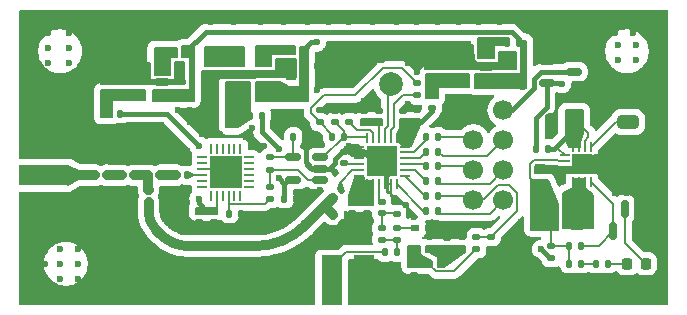
<source format=gbr>
%TF.GenerationSoftware,KiCad,Pcbnew,9.0.1-1.fc42*%
%TF.CreationDate,2025-04-12T13:57:23+02:00*%
%TF.ProjectId,ADF4158_PCB,41444634-3135-4385-9f50-43422e6b6963,rev?*%
%TF.SameCoordinates,Original*%
%TF.FileFunction,Copper,L1,Top*%
%TF.FilePolarity,Positive*%
%FSLAX46Y46*%
G04 Gerber Fmt 4.6, Leading zero omitted, Abs format (unit mm)*
G04 Created by KiCad (PCBNEW 9.0.1-1.fc42) date 2025-04-12 13:57:23*
%MOMM*%
%LPD*%
G01*
G04 APERTURE LIST*
G04 Aperture macros list*
%AMRoundRect*
0 Rectangle with rounded corners*
0 $1 Rounding radius*
0 $2 $3 $4 $5 $6 $7 $8 $9 X,Y pos of 4 corners*
0 Add a 4 corners polygon primitive as box body*
4,1,4,$2,$3,$4,$5,$6,$7,$8,$9,$2,$3,0*
0 Add four circle primitives for the rounded corners*
1,1,$1+$1,$2,$3*
1,1,$1+$1,$4,$5*
1,1,$1+$1,$6,$7*
1,1,$1+$1,$8,$9*
0 Add four rect primitives between the rounded corners*
20,1,$1+$1,$2,$3,$4,$5,0*
20,1,$1+$1,$4,$5,$6,$7,0*
20,1,$1+$1,$6,$7,$8,$9,0*
20,1,$1+$1,$8,$9,$2,$3,0*%
G04 Aperture macros list end*
%TA.AperFunction,Conductor*%
%ADD10C,0.200000*%
%TD*%
%TA.AperFunction,SMDPad,CuDef*%
%ADD11RoundRect,0.062500X0.325000X0.062500X-0.325000X0.062500X-0.325000X-0.062500X0.325000X-0.062500X0*%
%TD*%
%TA.AperFunction,SMDPad,CuDef*%
%ADD12RoundRect,0.062500X0.062500X0.325000X-0.062500X0.325000X-0.062500X-0.325000X0.062500X-0.325000X0*%
%TD*%
%TA.AperFunction,HeatsinkPad*%
%ADD13R,2.800000X2.800000*%
%TD*%
%TA.AperFunction,SMDPad,CuDef*%
%ADD14RoundRect,0.140000X0.140000X0.170000X-0.140000X0.170000X-0.140000X-0.170000X0.140000X-0.170000X0*%
%TD*%
%TA.AperFunction,SMDPad,CuDef*%
%ADD15RoundRect,0.135000X0.135000X0.185000X-0.135000X0.185000X-0.135000X-0.185000X0.135000X-0.185000X0*%
%TD*%
%TA.AperFunction,SMDPad,CuDef*%
%ADD16RoundRect,0.140000X0.170000X-0.140000X0.170000X0.140000X-0.170000X0.140000X-0.170000X-0.140000X0*%
%TD*%
%TA.AperFunction,SMDPad,CuDef*%
%ADD17R,0.800000X0.600000*%
%TD*%
%TA.AperFunction,SMDPad,CuDef*%
%ADD18RoundRect,0.140000X-0.170000X0.140000X-0.170000X-0.140000X0.170000X-0.140000X0.170000X0.140000X0*%
%TD*%
%TA.AperFunction,SMDPad,CuDef*%
%ADD19RoundRect,0.150000X0.512500X0.150000X-0.512500X0.150000X-0.512500X-0.150000X0.512500X-0.150000X0*%
%TD*%
%TA.AperFunction,SMDPad,CuDef*%
%ADD20C,2.000000*%
%TD*%
%TA.AperFunction,SMDPad,CuDef*%
%ADD21RoundRect,0.250000X0.375000X0.850000X-0.375000X0.850000X-0.375000X-0.850000X0.375000X-0.850000X0*%
%TD*%
%TA.AperFunction,SMDPad,CuDef*%
%ADD22R,1.800000X4.200000*%
%TD*%
%TA.AperFunction,SMDPad,CuDef*%
%ADD23RoundRect,0.135000X-0.185000X0.135000X-0.185000X-0.135000X0.185000X-0.135000X0.185000X0.135000X0*%
%TD*%
%TA.AperFunction,SMDPad,CuDef*%
%ADD24RoundRect,0.062500X-0.375000X-0.062500X0.375000X-0.062500X0.375000X0.062500X-0.375000X0.062500X0*%
%TD*%
%TA.AperFunction,SMDPad,CuDef*%
%ADD25RoundRect,0.062500X-0.062500X-0.375000X0.062500X-0.375000X0.062500X0.375000X-0.062500X0.375000X0*%
%TD*%
%TA.AperFunction,HeatsinkPad*%
%ADD26R,2.500000X2.500000*%
%TD*%
%TA.AperFunction,SMDPad,CuDef*%
%ADD27RoundRect,0.135000X-0.135000X-0.185000X0.135000X-0.185000X0.135000X0.185000X-0.135000X0.185000X0*%
%TD*%
%TA.AperFunction,SMDPad,CuDef*%
%ADD28RoundRect,0.250000X-0.650000X0.325000X-0.650000X-0.325000X0.650000X-0.325000X0.650000X0.325000X0*%
%TD*%
%TA.AperFunction,SMDPad,CuDef*%
%ADD29RoundRect,0.135000X0.185000X-0.135000X0.185000X0.135000X-0.185000X0.135000X-0.185000X-0.135000X0*%
%TD*%
%TA.AperFunction,SMDPad,CuDef*%
%ADD30RoundRect,0.218750X0.218750X0.256250X-0.218750X0.256250X-0.218750X-0.256250X0.218750X-0.256250X0*%
%TD*%
%TA.AperFunction,SMDPad,CuDef*%
%ADD31RoundRect,0.150000X-0.512500X-0.150000X0.512500X-0.150000X0.512500X0.150000X-0.512500X0.150000X0*%
%TD*%
%TA.AperFunction,SMDPad,CuDef*%
%ADD32RoundRect,0.150000X0.150000X-0.587500X0.150000X0.587500X-0.150000X0.587500X-0.150000X-0.587500X0*%
%TD*%
%TA.AperFunction,SMDPad,CuDef*%
%ADD33RoundRect,0.062500X0.062500X-0.350000X0.062500X0.350000X-0.062500X0.350000X-0.062500X-0.350000X0*%
%TD*%
%TA.AperFunction,SMDPad,CuDef*%
%ADD34RoundRect,0.062500X0.350000X-0.062500X0.350000X0.062500X-0.350000X0.062500X-0.350000X-0.062500X0*%
%TD*%
%TA.AperFunction,HeatsinkPad*%
%ADD35C,0.500000*%
%TD*%
%TA.AperFunction,HeatsinkPad*%
%ADD36R,1.680000X1.680000*%
%TD*%
%TA.AperFunction,SMDPad,CuDef*%
%ADD37RoundRect,0.135000X0.226274X0.035355X0.035355X0.226274X-0.226274X-0.035355X-0.035355X-0.226274X0*%
%TD*%
%TA.AperFunction,SMDPad,CuDef*%
%ADD38R,4.200000X1.800000*%
%TD*%
%TA.AperFunction,SMDPad,CuDef*%
%ADD39RoundRect,0.225000X0.250000X-0.225000X0.250000X0.225000X-0.250000X0.225000X-0.250000X-0.225000X0*%
%TD*%
%TA.AperFunction,SMDPad,CuDef*%
%ADD40RoundRect,0.250000X0.250000X0.475000X-0.250000X0.475000X-0.250000X-0.475000X0.250000X-0.475000X0*%
%TD*%
%TA.AperFunction,SMDPad,CuDef*%
%ADD41RoundRect,0.140000X-0.140000X-0.170000X0.140000X-0.170000X0.140000X0.170000X-0.140000X0.170000X0*%
%TD*%
%TA.AperFunction,SMDPad,CuDef*%
%ADD42RoundRect,0.140000X-0.021213X0.219203X-0.219203X0.021213X0.021213X-0.219203X0.219203X-0.021213X0*%
%TD*%
%TA.AperFunction,ComponentPad*%
%ADD43R,1.700000X1.700000*%
%TD*%
%TA.AperFunction,ComponentPad*%
%ADD44C,1.700000*%
%TD*%
%TA.AperFunction,ViaPad*%
%ADD45C,0.600000*%
%TD*%
%TA.AperFunction,Conductor*%
%ADD46C,0.400000*%
%TD*%
%TA.AperFunction,Conductor*%
%ADD47C,0.820000*%
%TD*%
G04 APERTURE END LIST*
D10*
%TO.N,Net-(U1-ON{slash}~{OFF})*%
X145850000Y-91750000D02*
X143850000Y-91750000D01*
X143850000Y-92750000D01*
X142550000Y-92750000D01*
X142550000Y-91050000D01*
X145850000Y-91050000D01*
X145850000Y-91750000D01*
%TA.AperFunction,Conductor*%
G36*
X145850000Y-91750000D02*
G01*
X143850000Y-91750000D01*
X143850000Y-92750000D01*
X142550000Y-92750000D01*
X142550000Y-91050000D01*
X145850000Y-91050000D01*
X145850000Y-91750000D01*
G37*
%TD.AperFunction*%
%TO.N,Net-(U2-EN)*%
X135900000Y-92000000D02*
X135300000Y-92000000D01*
X135300000Y-93500000D01*
X134000000Y-93500000D01*
X134000000Y-91200000D01*
X135900000Y-91200000D01*
X135900000Y-92000000D01*
%TA.AperFunction,Conductor*%
G36*
X135900000Y-92000000D02*
G01*
X135300000Y-92000000D01*
X135300000Y-93500000D01*
X134000000Y-93500000D01*
X134000000Y-91200000D01*
X135900000Y-91200000D01*
X135900000Y-92000000D01*
G37*
%TD.AperFunction*%
%TO.N,Net-(U2-OUT)*%
X133200000Y-95600000D02*
X130400000Y-95600000D01*
X130400000Y-97100000D01*
X129500000Y-97100000D01*
X129500000Y-94800000D01*
X133200000Y-94800000D01*
X133200000Y-95600000D01*
%TA.AperFunction,Conductor*%
G36*
X133200000Y-95600000D02*
G01*
X130400000Y-95600000D01*
X130400000Y-97100000D01*
X129500000Y-97100000D01*
X129500000Y-94800000D01*
X133200000Y-94800000D01*
X133200000Y-95600000D01*
G37*
%TD.AperFunction*%
%TO.N,GND*%
X161025000Y-92500000D02*
X163125000Y-92500000D01*
X163125000Y-91600000D01*
X164625000Y-91600000D01*
X164625000Y-93000000D01*
X156925000Y-93000000D01*
X156925000Y-91000000D01*
X161000000Y-91000000D01*
X161025000Y-92500000D01*
%TA.AperFunction,Conductor*%
G36*
X161025000Y-92500000D02*
G01*
X163125000Y-92500000D01*
X163125000Y-91600000D01*
X164625000Y-91600000D01*
X164625000Y-93000000D01*
X156925000Y-93000000D01*
X156925000Y-91000000D01*
X161000000Y-91000000D01*
X161025000Y-92500000D01*
G37*
%TD.AperFunction*%
%TO.N,Net-(U3-OUT)*%
X160625000Y-94500000D02*
X158000000Y-94500000D01*
X158000000Y-95500000D01*
X157000000Y-95500000D01*
X157025000Y-93400000D01*
X160625000Y-93400000D01*
X160625000Y-94500000D01*
%TA.AperFunction,Conductor*%
G36*
X160625000Y-94500000D02*
G01*
X158000000Y-94500000D01*
X158000000Y-95500000D01*
X157000000Y-95500000D01*
X157025000Y-93400000D01*
X160625000Y-93400000D01*
X160625000Y-94500000D01*
G37*
%TD.AperFunction*%
%TO.N,Net-(U3-EN)*%
X164025000Y-91000000D02*
X162725000Y-91000000D01*
X162725000Y-92100000D01*
X161425000Y-92100000D01*
X161425000Y-90400000D01*
X164025000Y-90400000D01*
X164025000Y-91000000D01*
%TA.AperFunction,Conductor*%
G36*
X164025000Y-91000000D02*
G01*
X162725000Y-91000000D01*
X162725000Y-92100000D01*
X161425000Y-92100000D01*
X161425000Y-90400000D01*
X164025000Y-90400000D01*
X164025000Y-91000000D01*
G37*
%TD.AperFunction*%
%TO.N,+5V*%
X137300000Y-95700000D02*
X133900000Y-95700000D01*
X133900000Y-94800000D01*
X137000000Y-94800000D01*
X137000000Y-92000000D01*
X136300000Y-92000000D01*
X136300000Y-91100000D01*
X137300000Y-91100000D01*
X137300000Y-95700000D01*
%TA.AperFunction,Conductor*%
G36*
X137300000Y-95700000D02*
G01*
X133900000Y-95700000D01*
X133900000Y-94800000D01*
X137000000Y-94800000D01*
X137000000Y-92000000D01*
X136300000Y-92000000D01*
X136300000Y-91100000D01*
X137300000Y-91100000D01*
X137300000Y-95700000D01*
G37*
%TD.AperFunction*%
%TO.N,Net-(U7-EN)*%
X170300000Y-98400000D02*
X170000000Y-99149999D01*
X170000000Y-99600000D01*
X169100000Y-99600000D01*
X168800000Y-99000000D01*
X168800000Y-96500000D01*
X170300000Y-96500000D01*
X170300000Y-98400000D01*
%TA.AperFunction,Conductor*%
G36*
X170300000Y-98400000D02*
G01*
X170000000Y-99149999D01*
X170000000Y-99600000D01*
X169100000Y-99600000D01*
X168800000Y-99000000D01*
X168800000Y-96500000D01*
X170300000Y-96500000D01*
X170300000Y-98400000D01*
G37*
%TD.AperFunction*%
%TO.N,Net-(L1-Pad1)*%
X170400000Y-103000000D02*
X171100000Y-103700000D01*
X171100000Y-106500000D01*
X168600000Y-106500000D01*
X168600000Y-105300000D01*
X168600000Y-103500000D01*
X169400000Y-103100000D01*
X169400000Y-102300000D01*
X170400000Y-102300000D01*
X170400000Y-103000000D01*
%TA.AperFunction,Conductor*%
G36*
X170400000Y-103000000D02*
G01*
X171100000Y-103700000D01*
X171100000Y-106500000D01*
X168600000Y-106500000D01*
X168600000Y-105300000D01*
X168600000Y-103500000D01*
X169400000Y-103100000D01*
X169400000Y-102300000D01*
X170400000Y-102300000D01*
X170400000Y-103000000D01*
G37*
%TD.AperFunction*%
%TO.N,GND*%
X145950000Y-93700000D02*
X139150000Y-93750000D01*
X139150000Y-97950000D01*
X138050000Y-97950000D01*
X138050000Y-93150000D01*
X144250000Y-93150000D01*
X144250000Y-92150000D01*
X145950000Y-92150000D01*
X145950000Y-93700000D01*
%TA.AperFunction,Conductor*%
G36*
X145950000Y-93700000D02*
G01*
X139150000Y-93750000D01*
X139150000Y-97950000D01*
X138050000Y-97950000D01*
X138050000Y-93150000D01*
X144250000Y-93150000D01*
X144250000Y-92150000D01*
X145950000Y-92150000D01*
X145950000Y-93700000D01*
G37*
%TD.AperFunction*%
%TO.N,Net-(Y1-Vcon)*%
X160250000Y-108500000D02*
X158500000Y-109750000D01*
X158000000Y-109750000D01*
X158000000Y-108900000D01*
X157250000Y-108500000D01*
X157000000Y-108500000D01*
X157000000Y-108000000D01*
X160250000Y-108000000D01*
X160250000Y-108500000D01*
%TA.AperFunction,Conductor*%
G36*
X160250000Y-108500000D02*
G01*
X158500000Y-109750000D01*
X158000000Y-109750000D01*
X158000000Y-108900000D01*
X157250000Y-108500000D01*
X157000000Y-108500000D01*
X157000000Y-108000000D01*
X160250000Y-108000000D01*
X160250000Y-108500000D01*
G37*
%TD.AperFunction*%
%TO.N,+5V*%
X165425000Y-94600000D02*
X161125000Y-94600000D01*
X161125000Y-93400000D01*
X165025000Y-93400000D01*
X165025000Y-90600000D01*
X165425000Y-90600000D01*
X165425000Y-94600000D01*
%TA.AperFunction,Conductor*%
G36*
X165425000Y-94600000D02*
G01*
X161125000Y-94600000D01*
X161125000Y-93400000D01*
X165025000Y-93400000D01*
X165025000Y-90600000D01*
X165425000Y-90600000D01*
X165425000Y-94600000D01*
G37*
%TD.AperFunction*%
%TO.N,+3V3*%
X156500000Y-108750000D02*
X157500000Y-109250000D01*
X157500000Y-109750000D01*
X155500000Y-109750000D01*
X155500000Y-108000000D01*
X156500000Y-108000000D01*
X156500000Y-108750000D01*
%TA.AperFunction,Conductor*%
G36*
X156500000Y-108750000D02*
G01*
X157500000Y-109250000D01*
X157500000Y-109750000D01*
X155500000Y-109750000D01*
X155500000Y-108000000D01*
X156500000Y-108000000D01*
X156500000Y-108750000D01*
G37*
%TD.AperFunction*%
%TO.N,+12V*%
X146950000Y-95750000D02*
X142550000Y-95750000D01*
X142550000Y-94150000D01*
X144650000Y-94150000D01*
X145350000Y-94550000D01*
X146350000Y-94550000D01*
X146350000Y-91150000D01*
X146950000Y-91150000D01*
X146950000Y-95750000D01*
%TA.AperFunction,Conductor*%
G36*
X146950000Y-95750000D02*
G01*
X142550000Y-95750000D01*
X142550000Y-94150000D01*
X144650000Y-94150000D01*
X145350000Y-94550000D01*
X146350000Y-94550000D01*
X146350000Y-91150000D01*
X146950000Y-91150000D01*
X146950000Y-95750000D01*
G37*
%TD.AperFunction*%
%TO.N,GND*%
X175200000Y-101800000D02*
X171000000Y-101800000D01*
X171000000Y-100350000D01*
X171927272Y-100350000D01*
X172400000Y-99700000D01*
X175200000Y-99700000D01*
X175200000Y-101800000D01*
%TA.AperFunction,Conductor*%
G36*
X175200000Y-101800000D02*
G01*
X171000000Y-101800000D01*
X171000000Y-100350000D01*
X171927272Y-100350000D01*
X172400000Y-99700000D01*
X175200000Y-99700000D01*
X175200000Y-101800000D01*
G37*
%TD.AperFunction*%
%TO.N,+3V0*%
X137500000Y-104750000D02*
X139250000Y-104750000D01*
X139250000Y-105250000D01*
X137500000Y-105250000D01*
X137500000Y-104750000D01*
%TA.AperFunction,Conductor*%
G36*
X137500000Y-104750000D02*
G01*
X139250000Y-104750000D01*
X139250000Y-105250000D01*
X137500000Y-105250000D01*
X137500000Y-104750000D01*
G37*
%TD.AperFunction*%
%TO.N,+3V3*%
X151500000Y-97250000D02*
X153250000Y-97250000D01*
X153250000Y-97750000D01*
X151500000Y-97750000D01*
X151500000Y-97250000D01*
%TA.AperFunction,Conductor*%
G36*
X151500000Y-97250000D02*
G01*
X153250000Y-97250000D01*
X153250000Y-97750000D01*
X151500000Y-97750000D01*
X151500000Y-97250000D01*
G37*
%TD.AperFunction*%
X156500000Y-97750000D02*
X155750000Y-99500000D01*
X155000000Y-99500000D01*
X154500000Y-99000000D01*
X154500000Y-98500000D01*
X154750000Y-98000000D01*
X154750000Y-97250000D01*
X156500000Y-97250000D01*
X156500000Y-97750000D01*
%TA.AperFunction,Conductor*%
G36*
X156500000Y-97750000D02*
G01*
X155750000Y-99500000D01*
X155000000Y-99500000D01*
X154500000Y-99000000D01*
X154500000Y-98500000D01*
X154750000Y-98000000D01*
X154750000Y-97250000D01*
X156500000Y-97250000D01*
X156500000Y-97750000D01*
G37*
%TD.AperFunction*%
%TO.N,GND*%
X136500000Y-94300000D02*
X129500000Y-94300000D01*
X129500000Y-92500000D01*
X133600000Y-92500000D01*
X133600000Y-93900000D01*
X135700000Y-93900000D01*
X135700000Y-92400000D01*
X136500000Y-92400000D01*
X136500000Y-94300000D01*
%TA.AperFunction,Conductor*%
G36*
X136500000Y-94300000D02*
G01*
X129500000Y-94300000D01*
X129500000Y-92500000D01*
X133600000Y-92500000D01*
X133600000Y-93900000D01*
X135700000Y-93900000D01*
X135700000Y-92400000D01*
X136500000Y-92400000D01*
X136500000Y-94300000D01*
G37*
%TD.AperFunction*%
%TO.N,+3V3*%
X151850000Y-102500000D02*
X152500000Y-102500000D01*
X152500000Y-104500000D01*
X150500000Y-104500000D01*
X150500000Y-103750000D01*
X151000000Y-102250000D01*
X151000000Y-102100000D01*
X151650000Y-102100000D01*
X151850000Y-102500000D01*
%TA.AperFunction,Conductor*%
G36*
X151850000Y-102500000D02*
G01*
X152500000Y-102500000D01*
X152500000Y-104500000D01*
X150500000Y-104500000D01*
X150500000Y-103750000D01*
X151000000Y-102250000D01*
X151000000Y-102100000D01*
X151650000Y-102100000D01*
X151850000Y-102500000D01*
G37*
%TD.AperFunction*%
%TO.N,Net-(U1-BP)*%
X138250000Y-91150000D02*
X141550000Y-91150000D01*
X141550000Y-92750000D01*
X138250000Y-92750000D01*
X138250000Y-91150000D01*
%TA.AperFunction,Conductor*%
G36*
X138250000Y-91150000D02*
G01*
X141550000Y-91150000D01*
X141550000Y-92750000D01*
X138250000Y-92750000D01*
X138250000Y-91150000D01*
G37*
%TD.AperFunction*%
%TO.N,GND*%
X168300000Y-101300000D02*
X169400000Y-101300000D01*
X169400000Y-101800000D01*
X166200000Y-101800000D01*
X166200000Y-101200000D01*
X168000000Y-101200000D01*
X168300000Y-101300000D01*
%TA.AperFunction,Conductor*%
G36*
X168300000Y-101300000D02*
G01*
X169400000Y-101300000D01*
X169400000Y-101800000D01*
X166200000Y-101800000D01*
X166200000Y-101200000D01*
X168000000Y-101200000D01*
X168300000Y-101300000D01*
G37*
%TD.AperFunction*%
%TO.N,Net-(U7-VOS)*%
X168200000Y-104400000D02*
X168200000Y-106600000D01*
X165900000Y-106600000D01*
X165900000Y-102400000D01*
X167300000Y-102400000D01*
X168200000Y-104400000D01*
%TA.AperFunction,Conductor*%
G36*
X168200000Y-104400000D02*
G01*
X168200000Y-106600000D01*
X165900000Y-106600000D01*
X165900000Y-102400000D01*
X167300000Y-102400000D01*
X168200000Y-104400000D01*
G37*
%TD.AperFunction*%
%TO.N,Net-(U1-VOUT)*%
X142050000Y-96450000D02*
X142050000Y-97250000D01*
X141050000Y-97950000D01*
X140050000Y-97950000D01*
X140050000Y-94150000D01*
X142050000Y-94150000D01*
X142050000Y-96450000D01*
%TA.AperFunction,Conductor*%
G36*
X142050000Y-96450000D02*
G01*
X142050000Y-97250000D01*
X141050000Y-97950000D01*
X140050000Y-97950000D01*
X140050000Y-94150000D01*
X142050000Y-94150000D01*
X142050000Y-96450000D01*
G37*
%TD.AperFunction*%
%TD*%
D11*
%TO.P,U4,1,NC*%
%TO.N,unconnected-(U4-NC-Pad1)*%
X142000000Y-102987500D03*
%TO.P,U4,2,NC*%
%TO.N,unconnected-(U4-NC-Pad1)_15*%
X142000000Y-102487500D03*
%TO.P,U4,3,NC*%
%TO.N,unconnected-(U4-NC-Pad1)_9*%
X142000000Y-101987500D03*
%TO.P,U4,4,NC*%
%TO.N,unconnected-(U4-NC-Pad1)_14*%
X142000000Y-101487500D03*
%TO.P,U4,5,NC*%
%TO.N,unconnected-(U4-NC-Pad1)_19*%
X142000000Y-100987500D03*
%TO.P,U4,6,NC*%
%TO.N,unconnected-(U4-NC-Pad1)_1*%
X142000000Y-100487500D03*
D12*
%TO.P,U4,7,NC*%
%TO.N,unconnected-(U4-NC-Pad1)_17*%
X141262500Y-99750000D03*
%TO.P,U4,8,NC*%
%TO.N,unconnected-(U4-NC-Pad1)_10*%
X140762500Y-99750000D03*
%TO.P,U4,9,NC*%
%TO.N,unconnected-(U4-NC-Pad1)_3*%
X140262500Y-99750000D03*
%TO.P,U4,10,NC*%
%TO.N,unconnected-(U4-NC-Pad1)_16*%
X139762500Y-99750000D03*
%TO.P,U4,11,NC*%
%TO.N,unconnected-(U4-NC-Pad1)_6*%
X139262500Y-99750000D03*
%TO.P,U4,12,NC*%
%TO.N,unconnected-(U4-NC-Pad1)_18*%
X138762500Y-99750000D03*
D11*
%TO.P,U4,13,NC*%
%TO.N,unconnected-(U4-NC-Pad1)_7*%
X138025000Y-100487500D03*
%TO.P,U4,14,NC*%
%TO.N,unconnected-(U4-NC-Pad1)_13*%
X138025000Y-100987500D03*
%TO.P,U4,15,GND*%
%TO.N,GND*%
X138025000Y-101487500D03*
%TO.P,U4,16,RFOUT*%
%TO.N,Net-(U4-RFOUT)*%
X138025000Y-101987500D03*
%TO.P,U4,17,NC*%
%TO.N,unconnected-(U4-NC-Pad1)_2*%
X138025000Y-102487500D03*
%TO.P,U4,18,NC*%
%TO.N,unconnected-(U4-NC-Pad1)_5*%
X138025000Y-102987500D03*
D12*
%TO.P,U4,19,NC*%
%TO.N,unconnected-(U4-NC-Pad1)_12*%
X138762500Y-103725000D03*
%TO.P,U4,20,VCC*%
%TO.N,+3V0*%
X139262500Y-103725000D03*
%TO.P,U4,21,NC*%
%TO.N,unconnected-(U4-NC-Pad1)_8*%
X139762500Y-103725000D03*
%TO.P,U4,22,VTUNE*%
%TO.N,Net-(U4-VTUNE)*%
X140262500Y-103725000D03*
%TO.P,U4,23,NC*%
%TO.N,unconnected-(U4-NC-Pad1)_4*%
X140762500Y-103725000D03*
%TO.P,U4,24,NC*%
%TO.N,unconnected-(U4-NC-Pad1)_11*%
X141262500Y-103725000D03*
D13*
%TO.P,U4,25,GND*%
%TO.N,GND*%
X140012500Y-101737500D03*
%TD*%
D14*
%TO.P,C19,1*%
%TO.N,Net-(U4-RFOUT)*%
X136750000Y-102000000D03*
%TO.P,C19,2*%
%TO.N,Net-(C19-Pad2)*%
X135790000Y-102000000D03*
%TD*%
D15*
%TO.P,R25,1*%
%TO.N,/ADF4158 + HMC391/data*%
X158010000Y-101250000D03*
%TO.P,R25,2*%
%TO.N,Net-(U6-DATA)*%
X156990000Y-101250000D03*
%TD*%
%TO.P,R19,1*%
%TO.N,Net-(C24-Pad1)*%
X154520000Y-108500000D03*
%TO.P,R19,2*%
%TO.N,/ADF4158 + HMC391/external_reference*%
X153500000Y-108500000D03*
%TD*%
D16*
%TO.P,C9,1*%
%TO.N,Net-(U5-+)*%
X149250000Y-97500000D03*
%TO.P,C9,2*%
%TO.N,GND*%
X149250000Y-96540000D03*
%TD*%
D17*
%TO.P,Y1,1,Vcon*%
%TO.N,Net-(Y1-Vcon)*%
X157250000Y-108250000D03*
%TO.P,Y1,2,GND*%
%TO.N,GND*%
X157250000Y-106450000D03*
%TO.P,Y1,3,OUT*%
%TO.N,Net-(Y1-OUT)*%
X156050000Y-106450000D03*
%TO.P,Y1,4,Vcc*%
%TO.N,+3V3*%
X156050000Y-108250000D03*
%TD*%
D18*
%TO.P,C8,1*%
%TO.N,Net-(U1-BP)*%
X138550000Y-92450000D03*
%TO.P,C8,2*%
%TO.N,GND*%
X138550000Y-93410000D03*
%TD*%
D16*
%TO.P,C20,1*%
%TO.N,GND*%
X150750000Y-105210000D03*
%TO.P,C20,2*%
%TO.N,+3V3*%
X150750000Y-104250000D03*
%TD*%
D15*
%TO.P,R13,1*%
%TO.N,+5V*%
X164835000Y-90800000D03*
%TO.P,R13,2*%
%TO.N,Net-(U3-EN)*%
X163815000Y-90800000D03*
%TD*%
D19*
%TO.P,U5,1*%
%TO.N,Net-(R14-Pad2)*%
X148000000Y-102400000D03*
%TO.P,U5,2,V-*%
%TO.N,GND*%
X148000000Y-101450000D03*
%TO.P,U5,3,+*%
%TO.N,Net-(U5-+)*%
X148000000Y-100500000D03*
%TO.P,U5,4,-*%
%TO.N,Net-(U5--)*%
X145725000Y-100500000D03*
%TO.P,U5,5,V+*%
%TO.N,+10V*%
X145725000Y-102400000D03*
%TD*%
D20*
%TO.P,TP1,1,1*%
%TO.N,Net-(U6-SW2)*%
X154000000Y-94250000D03*
%TD*%
D15*
%TO.P,R6,1*%
%TO.N,+5V*%
X136620000Y-91600000D03*
%TO.P,R6,2*%
%TO.N,Net-(U2-EN)*%
X135600000Y-91600000D03*
%TD*%
%TO.P,R26,1*%
%TO.N,Net-(R26-Pad1)*%
X170120000Y-109500000D03*
%TO.P,R26,2*%
%TO.N,Net-(U7-VOS)*%
X169100000Y-109500000D03*
%TD*%
D14*
%TO.P,C21,1*%
%TO.N,Net-(C21-Pad1)*%
X130000000Y-102000000D03*
%TO.P,C21,2*%
%TO.N,/rf_out*%
X129040000Y-102000000D03*
%TD*%
D21*
%TO.P,L1,1,1*%
%TO.N,Net-(L1-Pad1)*%
X169750000Y-105500000D03*
%TO.P,L1,2,2*%
%TO.N,Net-(U7-VOS)*%
X167600000Y-105500000D03*
%TD*%
D18*
%TO.P,C28,1*%
%TO.N,GND*%
X158750000Y-107290000D03*
%TO.P,C28,2*%
%TO.N,Net-(Y1-Vcon)*%
X158750000Y-108250000D03*
%TD*%
D22*
%TO.P,J3,1,In*%
%TO.N,/ADF4158 + HMC391/external_reference*%
X149000000Y-110900000D03*
%TO.P,J3,2,Ext*%
%TO.N,GND*%
X151700000Y-110900000D03*
X146300000Y-110900000D03*
%TD*%
D14*
%TO.P,C23,1*%
%TO.N,GND*%
X145960000Y-104000000D03*
%TO.P,C23,2*%
%TO.N,+10V*%
X145000000Y-104000000D03*
%TD*%
D23*
%TO.P,R12,1*%
%TO.N,Net-(U3-OUT)*%
X157500000Y-95250000D03*
%TO.P,R12,2*%
%TO.N,+3V3*%
X157500000Y-96270000D03*
%TD*%
D15*
%TO.P,R4,1*%
%TO.N,+12V*%
X146570000Y-91450000D03*
%TO.P,R4,2*%
%TO.N,Net-(U1-ON{slash}~{OFF})*%
X145550000Y-91450000D03*
%TD*%
D24*
%TO.P,U6,1,CPGND*%
%TO.N,GND*%
X151312500Y-99575000D03*
%TO.P,U6,2,AGND*%
X151312500Y-100075000D03*
%TO.P,U6,3,AGND*%
X151312500Y-100575000D03*
%TO.P,U6,4,RFINB*%
%TO.N,Net-(U6-RFINB)*%
X151312500Y-101075000D03*
%TO.P,U6,5,RFINA*%
%TO.N,Net-(U6-RFINA)*%
X151312500Y-101575000D03*
%TO.P,U6,6,AVDD*%
%TO.N,+3V3*%
X151312500Y-102075000D03*
D25*
%TO.P,U6,7,AVDD*%
X152000000Y-102762500D03*
%TO.P,U6,8,AVDD*%
X152500000Y-102762500D03*
%TO.P,U6,9,REFIN*%
%TO.N,Net-(U6-REFIN)*%
X153000000Y-102762500D03*
%TO.P,U6,10,DGND*%
%TO.N,GND*%
X153500000Y-102762500D03*
%TO.P,U6,11,SDGND*%
X154000000Y-102762500D03*
%TO.P,U6,12,TXDATA*%
%TO.N,Net-(U6-TXDATA)*%
X154500000Y-102762500D03*
D24*
%TO.P,U6,13,CE*%
%TO.N,Net-(U6-CE)*%
X155187500Y-102075000D03*
%TO.P,U6,14,CLK*%
%TO.N,Net-(U6-CLK)*%
X155187500Y-101575000D03*
%TO.P,U6,15,DATA*%
%TO.N,Net-(U6-DATA)*%
X155187500Y-101075000D03*
%TO.P,U6,16,LE*%
%TO.N,Net-(U6-LE)*%
X155187500Y-100575000D03*
%TO.P,U6,17,MUXOUT*%
%TO.N,Net-(U6-MUXOUT)*%
X155187500Y-100075000D03*
%TO.P,U6,18,SDVDD*%
%TO.N,+3V3*%
X155187500Y-99575000D03*
D25*
%TO.P,U6,19,DVDD*%
X154500000Y-98887500D03*
%TO.P,U6,20,SW1*%
%TO.N,Net-(U6-SW1)*%
X154000000Y-98887500D03*
%TO.P,U6,21,SW2*%
%TO.N,Net-(U6-SW2)*%
X153500000Y-98887500D03*
%TO.P,U6,22,VP*%
%TO.N,+3V3*%
X153000000Y-98887500D03*
%TO.P,U6,23,RSET*%
%TO.N,Net-(U6-RSET)*%
X152500000Y-98887500D03*
%TO.P,U6,24,CP*%
%TO.N,Net-(U5-+)*%
X152000000Y-98887500D03*
D26*
%TO.P,U6,25,AGND*%
%TO.N,GND*%
X153250000Y-100825000D03*
%TD*%
D27*
%TO.P,R8,1*%
%TO.N,+12V*%
X166330000Y-99750000D03*
%TO.P,R8,2*%
%TO.N,Net-(U7-EN)*%
X167350000Y-99750000D03*
%TD*%
%TO.P,R27,1*%
%TO.N,+3V3*%
X157250000Y-109500000D03*
%TO.P,R27,2*%
%TO.N,Net-(Y1-Vcon)*%
X158270000Y-109500000D03*
%TD*%
D19*
%TO.P,U3,1,IN*%
%TO.N,+5V*%
X162025000Y-93750000D03*
%TO.P,U3,2,GND*%
%TO.N,GND*%
X162025000Y-92800000D03*
%TO.P,U3,3,EN*%
%TO.N,Net-(U3-EN)*%
X162025000Y-91850000D03*
%TO.P,U3,4,NC*%
%TO.N,GND*%
X159750000Y-91850000D03*
%TO.P,U3,5,OUT*%
%TO.N,Net-(U3-OUT)*%
X159750000Y-93750000D03*
%TD*%
D15*
%TO.P,R28,1*%
%TO.N,/ADF4158 + HMC391/ce*%
X158010000Y-103750000D03*
%TO.P,R28,2*%
%TO.N,Net-(U6-CE)*%
X156990000Y-103750000D03*
%TD*%
D18*
%TO.P,C29,1*%
%TO.N,+3V3*%
X156000000Y-109500000D03*
%TO.P,C29,2*%
%TO.N,GND*%
X156000000Y-110460000D03*
%TD*%
%TO.P,C13,1*%
%TO.N,GND*%
X156250000Y-96520000D03*
%TO.P,C13,2*%
%TO.N,+3V3*%
X156250000Y-97480000D03*
%TD*%
D23*
%TO.P,R1,1*%
%TO.N,GND*%
X148000000Y-96500000D03*
%TO.P,R1,2*%
%TO.N,Net-(C7-Pad2)*%
X148000000Y-97520000D03*
%TD*%
D15*
%TO.P,R29,1*%
%TO.N,Net-(Q2-G)*%
X170120000Y-108000000D03*
%TO.P,R29,2*%
%TO.N,Net-(U7-VOS)*%
X169100000Y-108000000D03*
%TD*%
D16*
%TO.P,C26,1*%
%TO.N,GND*%
X152000000Y-105210000D03*
%TO.P,C26,2*%
%TO.N,+3V3*%
X152000000Y-104250000D03*
%TD*%
D15*
%TO.P,R10,1*%
%TO.N,/ADF4158 + HMC391/le*%
X158030000Y-100000000D03*
%TO.P,R10,2*%
%TO.N,Net-(U6-LE)*%
X157010000Y-100000000D03*
%TD*%
D19*
%TO.P,U1,1,VIN*%
%TO.N,+12V*%
X143187500Y-94400000D03*
%TO.P,U1,2,GND*%
%TO.N,GND*%
X143187500Y-93450000D03*
%TO.P,U1,3,ON/~{OFF}*%
%TO.N,Net-(U1-ON{slash}~{OFF})*%
X143187500Y-92500000D03*
%TO.P,U1,4,BP*%
%TO.N,Net-(U1-BP)*%
X140912500Y-92500000D03*
%TO.P,U1,5,VOUT*%
%TO.N,Net-(U1-VOUT)*%
X140912500Y-94400000D03*
%TD*%
D28*
%TO.P,C12,1*%
%TO.N,Net-(U7-SS{slash}TR)*%
X174100000Y-97500000D03*
%TO.P,C12,2*%
%TO.N,GND*%
X174100000Y-100450000D03*
%TD*%
D23*
%TO.P,R24,1*%
%TO.N,Net-(Y1-OUT)*%
X154500000Y-106480000D03*
%TO.P,R24,2*%
%TO.N,Net-(C24-Pad1)*%
X154500000Y-107500000D03*
%TD*%
%TO.P,R30,1*%
%TO.N,Net-(U7-VOS)*%
X167600000Y-107990000D03*
%TO.P,R30,2*%
%TO.N,+5V*%
X167600000Y-109010000D03*
%TD*%
D29*
%TO.P,R31,1*%
%TO.N,Net-(Y1-Vcon)*%
X160000000Y-108250000D03*
%TO.P,R31,2*%
%TO.N,GND*%
X160000000Y-107230000D03*
%TD*%
D19*
%TO.P,U2,1,IN*%
%TO.N,+5V*%
X134600000Y-95100000D03*
%TO.P,U2,2,GND*%
%TO.N,GND*%
X134600000Y-94150000D03*
%TO.P,U2,3,EN*%
%TO.N,Net-(U2-EN)*%
X134600000Y-93200000D03*
%TO.P,U2,4,NC*%
%TO.N,GND*%
X132325000Y-93200000D03*
%TO.P,U2,5,OUT*%
%TO.N,Net-(U2-OUT)*%
X132325000Y-95100000D03*
%TD*%
D30*
%TO.P,D1,1,K*%
%TO.N,Net-(D1-K)*%
X175600000Y-109500000D03*
%TO.P,D1,2,A*%
%TO.N,Net-(D1-A)*%
X174025000Y-109500000D03*
%TD*%
D31*
%TO.P,Q1,1,G*%
%TO.N,GND*%
X167225000Y-92300000D03*
%TO.P,Q1,2,S*%
%TO.N,+12V*%
X167225000Y-94200000D03*
%TO.P,Q1,3,D*%
%TO.N,/Connectors/power*%
X169500000Y-93250000D03*
%TD*%
D32*
%TO.P,Q2,1,G*%
%TO.N,Net-(Q2-G)*%
X172850000Y-106750000D03*
%TO.P,Q2,2,S*%
%TO.N,GND*%
X174750000Y-106750000D03*
%TO.P,Q2,3,D*%
%TO.N,Net-(D1-K)*%
X173800000Y-104875000D03*
%TD*%
D15*
%TO.P,R32,1*%
%TO.N,/ADF4158 + HMC391/txdata*%
X158010000Y-105000000D03*
%TO.P,R32,2*%
%TO.N,Net-(U6-TXDATA)*%
X156990000Y-105000000D03*
%TD*%
D29*
%TO.P,R18,1*%
%TO.N,Net-(C17-Pad2)*%
X133500000Y-104270000D03*
%TO.P,R18,2*%
%TO.N,Net-(R16-Pad1)*%
X133500000Y-103250000D03*
%TD*%
D15*
%TO.P,R33,1*%
%TO.N,/ADF4158 + HMC391/clk*%
X158030000Y-102500000D03*
%TO.P,R33,2*%
%TO.N,Net-(U6-CLK)*%
X157010000Y-102500000D03*
%TD*%
D33*
%TO.P,U7,1,SW*%
%TO.N,Net-(L1-Pad1)*%
X169430000Y-102542500D03*
%TO.P,U7,2,SW*%
X169930000Y-102542500D03*
%TO.P,U7,3,SW*%
X170430000Y-102542500D03*
%TO.P,U7,4,PG*%
%TO.N,Net-(Q2-G)*%
X170930000Y-102542500D03*
D34*
%TO.P,U7,5,FB*%
%TO.N,GND*%
X171642500Y-101830000D03*
%TO.P,U7,6,GND*%
X171642500Y-101330000D03*
%TO.P,U7,7,FSW*%
X171642500Y-100830000D03*
%TO.P,U7,8,DEF*%
X171642500Y-100330000D03*
D33*
%TO.P,U7,9,SS/TR*%
%TO.N,Net-(U7-SS{slash}TR)*%
X170930000Y-99617500D03*
%TO.P,U7,10,VIN*%
%TO.N,Net-(U7-EN)*%
X170430000Y-99617500D03*
%TO.P,U7,11,VIN*%
X169930000Y-99617500D03*
%TO.P,U7,12,VIN*%
X169430000Y-99617500D03*
D34*
%TO.P,U7,13,EN*%
X168717500Y-100330000D03*
%TO.P,U7,14,VOS*%
%TO.N,Net-(U7-VOS)*%
X168717500Y-100830000D03*
%TO.P,U7,15,GND*%
%TO.N,GND*%
X168717500Y-101330000D03*
%TO.P,U7,16,GND*%
X168717500Y-101830000D03*
D35*
%TO.P,U7,17,GND*%
X169590000Y-101670000D03*
X170770000Y-101670000D03*
D36*
X170180000Y-101080000D03*
D35*
X169590000Y-100490000D03*
X170770000Y-100490000D03*
%TD*%
D18*
%TO.P,C11,1*%
%TO.N,GND*%
X155000000Y-96540000D03*
%TO.P,C11,2*%
%TO.N,+3V3*%
X155000000Y-97500000D03*
%TD*%
D37*
%TO.P,R15,1*%
%TO.N,GND*%
X149860624Y-106060624D03*
%TO.P,R15,2*%
%TO.N,Net-(C17-Pad2)*%
X149139376Y-105339376D03*
%TD*%
D38*
%TO.P,J2,1,In*%
%TO.N,/rf_out*%
X124600000Y-102000000D03*
%TO.P,J2,2,Ext*%
%TO.N,GND*%
X124600000Y-104700000D03*
X124600000Y-99300000D03*
%TD*%
D29*
%TO.P,R11,1*%
%TO.N,Net-(U6-SW1)*%
X156250000Y-95250000D03*
%TO.P,R11,2*%
%TO.N,Net-(C7-Pad2)*%
X156250000Y-94230000D03*
%TD*%
D15*
%TO.P,R2,1*%
%TO.N,GND*%
X146770000Y-98750000D03*
%TO.P,R2,2*%
%TO.N,Net-(U5--)*%
X145750000Y-98750000D03*
%TD*%
D27*
%TO.P,R3,1*%
%TO.N,Net-(U1-VOUT)*%
X142050000Y-96950000D03*
%TO.P,R3,2*%
%TO.N,+10V*%
X143070000Y-96950000D03*
%TD*%
D23*
%TO.P,R14,1*%
%TO.N,Net-(U5--)*%
X143750000Y-100500000D03*
%TO.P,R14,2*%
%TO.N,Net-(R14-Pad2)*%
X143750000Y-101520000D03*
%TD*%
D39*
%TO.P,C3,1*%
%TO.N,+12V*%
X145550000Y-95050000D03*
%TO.P,C3,2*%
%TO.N,GND*%
X145550000Y-93500000D03*
%TD*%
D40*
%TO.P,C4,1*%
%TO.N,Net-(U1-VOUT)*%
X140450000Y-96950000D03*
%TO.P,C4,2*%
%TO.N,GND*%
X138550000Y-96950000D03*
%TD*%
D16*
%TO.P,C5,1*%
%TO.N,+5V*%
X136300000Y-95100000D03*
%TO.P,C5,2*%
%TO.N,GND*%
X136300000Y-94140000D03*
%TD*%
D18*
%TO.P,C6,1*%
%TO.N,GND*%
X151750000Y-96540000D03*
%TO.P,C6,2*%
%TO.N,+3V3*%
X151750000Y-97500000D03*
%TD*%
D15*
%TO.P,R34,1*%
%TO.N,Net-(D1-A)*%
X172370000Y-109500000D03*
%TO.P,R34,2*%
%TO.N,Net-(R26-Pad1)*%
X171350000Y-109500000D03*
%TD*%
D39*
%TO.P,C30,1*%
%TO.N,Net-(U7-VOS)*%
X166600000Y-103000000D03*
%TO.P,C30,2*%
%TO.N,GND*%
X166600000Y-101450000D03*
%TD*%
%TO.P,C16,1*%
%TO.N,Net-(U3-OUT)*%
X157825000Y-93800000D03*
%TO.P,C16,2*%
%TO.N,GND*%
X157825000Y-92250000D03*
%TD*%
%TO.P,C10,1*%
%TO.N,Net-(U2-OUT)*%
X130100000Y-95150000D03*
%TO.P,C10,2*%
%TO.N,GND*%
X130100000Y-93600000D03*
%TD*%
D41*
%TO.P,C18,1*%
%TO.N,Net-(U4-VTUNE)*%
X140332500Y-105250000D03*
%TO.P,C18,2*%
%TO.N,GND*%
X141292500Y-105250000D03*
%TD*%
D42*
%TO.P,C17,1*%
%TO.N,Net-(U6-RFINA)*%
X149750000Y-103250000D03*
%TO.P,C17,2*%
%TO.N,Net-(C17-Pad2)*%
X149071178Y-103928822D03*
%TD*%
D23*
%TO.P,R17,1*%
%TO.N,Net-(R14-Pad2)*%
X143750000Y-103000000D03*
%TO.P,R17,2*%
%TO.N,Net-(U4-VTUNE)*%
X143750000Y-104020000D03*
%TD*%
D15*
%TO.P,R16,1*%
%TO.N,Net-(R16-Pad1)*%
X132270000Y-102010000D03*
%TO.P,R16,2*%
%TO.N,Net-(C21-Pad1)*%
X131250000Y-102010000D03*
%TD*%
D43*
%TO.P,J1,1,Pin_1*%
%TO.N,GND*%
X161000000Y-96500000D03*
D44*
%TO.P,J1,2,Pin_2*%
%TO.N,/Connectors/power*%
X163540000Y-96500000D03*
%TO.P,J1,3,Pin_3*%
%TO.N,/muxout*%
X161000000Y-99040000D03*
%TO.P,J1,4,Pin_4*%
%TO.N,/ADF4158 + HMC391/le*%
X163540000Y-99040000D03*
%TO.P,J1,5,Pin_5*%
%TO.N,/ADF4158 + HMC391/data*%
X161000000Y-101580000D03*
%TO.P,J1,6,Pin_6*%
%TO.N,/ADF4158 + HMC391/clk*%
X163540000Y-101580000D03*
%TO.P,J1,7,Pin_7*%
%TO.N,/ADF4158 + HMC391/ce*%
X161000000Y-104120000D03*
%TO.P,J1,8,Pin_8*%
%TO.N,/ADF4158 + HMC391/txdata*%
X163540000Y-104120000D03*
%TD*%
D29*
%TO.P,R22,1*%
%TO.N,+3V3*%
X161250000Y-108250000D03*
%TO.P,R22,2*%
%TO.N,/ADF4158 + HMC391/ce*%
X161250000Y-107230000D03*
%TD*%
D27*
%TO.P,R9,1*%
%TO.N,Net-(U6-MUXOUT)*%
X157010000Y-98750000D03*
%TO.P,R9,2*%
%TO.N,/muxout*%
X158030000Y-98750000D03*
%TD*%
D16*
%TO.P,C27,1*%
%TO.N,GND*%
X139000000Y-105980000D03*
%TO.P,C27,2*%
%TO.N,+3V0*%
X139000000Y-105020000D03*
%TD*%
D14*
%TO.P,C7,1*%
%TO.N,Net-(U5-+)*%
X150000000Y-98750000D03*
%TO.P,C7,2*%
%TO.N,Net-(C7-Pad2)*%
X149040000Y-98750000D03*
%TD*%
D23*
%TO.P,R21,1*%
%TO.N,/ADF4158 + HMC391/ce*%
X162500000Y-107240000D03*
%TO.P,R21,2*%
%TO.N,GND*%
X162500000Y-108260000D03*
%TD*%
%TO.P,R5,1*%
%TO.N,GND*%
X150500000Y-96480000D03*
%TO.P,R5,2*%
%TO.N,Net-(U6-RSET)*%
X150500000Y-97500000D03*
%TD*%
D16*
%TO.P,C2,1*%
%TO.N,Net-(U6-RFINB)*%
X150000000Y-100980000D03*
%TO.P,C2,2*%
%TO.N,GND*%
X150000000Y-100020000D03*
%TD*%
%TO.P,C25,1*%
%TO.N,Net-(C24-Pad2)*%
X153250000Y-105230000D03*
%TO.P,C25,2*%
%TO.N,Net-(U6-REFIN)*%
X153250000Y-104270000D03*
%TD*%
D39*
%TO.P,C14,1*%
%TO.N,+5V*%
X164075000Y-93850000D03*
%TO.P,C14,2*%
%TO.N,GND*%
X164075000Y-92300000D03*
%TD*%
D16*
%TO.P,C24,1*%
%TO.N,Net-(C24-Pad1)*%
X153250000Y-107460000D03*
%TO.P,C24,2*%
%TO.N,Net-(C24-Pad2)*%
X153250000Y-106500000D03*
%TD*%
D15*
%TO.P,R20,1*%
%TO.N,Net-(C19-Pad2)*%
X134500000Y-102010000D03*
%TO.P,R20,2*%
%TO.N,Net-(R16-Pad1)*%
X133480000Y-102010000D03*
%TD*%
D16*
%TO.P,C22,1*%
%TO.N,GND*%
X137750000Y-106000000D03*
%TO.P,C22,2*%
%TO.N,+3V0*%
X137750000Y-105040000D03*
%TD*%
D18*
%TO.P,C1,1*%
%TO.N,GND*%
X153000000Y-96540000D03*
%TO.P,C1,2*%
%TO.N,+3V3*%
X153000000Y-97500000D03*
%TD*%
D40*
%TO.P,C15,1*%
%TO.N,Net-(U7-EN)*%
X169500000Y-97500000D03*
%TO.P,C15,2*%
%TO.N,GND*%
X167600000Y-97500000D03*
%TD*%
D27*
%TO.P,R7,1*%
%TO.N,Net-(U2-OUT)*%
X130080000Y-96800000D03*
%TO.P,R7,2*%
%TO.N,+3V0*%
X131100000Y-96800000D03*
%TD*%
D23*
%TO.P,R23,1*%
%TO.N,GND*%
X154500000Y-104230000D03*
%TO.P,R23,2*%
%TO.N,Net-(C24-Pad2)*%
X154500000Y-105250000D03*
%TD*%
D45*
%TO.N,+3V3*%
X155500000Y-98250000D03*
X152375000Y-97500000D03*
X156483602Y-108890226D03*
X152250000Y-103750000D03*
%TO.N,GND*%
X176250000Y-89750000D03*
X126750000Y-95500000D03*
X164750000Y-107250000D03*
X126000000Y-112000000D03*
X136500000Y-89000000D03*
X130500000Y-100750000D03*
X123500000Y-110750000D03*
X127500000Y-108250000D03*
X138500000Y-94750000D03*
X176500000Y-102500000D03*
X176250000Y-93500000D03*
X128500000Y-97000000D03*
X171000000Y-95500000D03*
X126750000Y-97000000D03*
X160250000Y-106500000D03*
X160700000Y-91800000D03*
X123500000Y-94000000D03*
X129000000Y-106000000D03*
X140750000Y-112250000D03*
X152500000Y-89000000D03*
X136100000Y-92600000D03*
X156250000Y-89000000D03*
X135800000Y-109200000D03*
X156250000Y-93250000D03*
X167000000Y-90500000D03*
X139000000Y-100750000D03*
X171500000Y-90000000D03*
X170750000Y-89000000D03*
X163250000Y-110750000D03*
X166250000Y-89000000D03*
X139500000Y-101750000D03*
X143800000Y-106500000D03*
X132000000Y-103250000D03*
X132000000Y-109500000D03*
X140500000Y-101750000D03*
X134800000Y-105200000D03*
X175500000Y-102500000D03*
X150500000Y-107250000D03*
X132000000Y-100750000D03*
X144250000Y-98000000D03*
X136500000Y-109300000D03*
X147000000Y-89000000D03*
X132400000Y-106300000D03*
X168500000Y-90500000D03*
X145800000Y-108500000D03*
X126000000Y-106000000D03*
X123500000Y-92500000D03*
X144250000Y-105000000D03*
X137300000Y-109300000D03*
X125000000Y-89000000D03*
X124750000Y-108250000D03*
X139200000Y-106700000D03*
X176750000Y-108500000D03*
X174000000Y-112000000D03*
X164750000Y-108250000D03*
X131250000Y-103250000D03*
X175750000Y-107750000D03*
X163250000Y-108250000D03*
X172500000Y-110750000D03*
X149100000Y-106600000D03*
X134800000Y-104500000D03*
X133250000Y-112000000D03*
X169250000Y-89000000D03*
X152000000Y-106250000D03*
X138900000Y-109300000D03*
X125000000Y-90000000D03*
X176250000Y-97000000D03*
X123500000Y-91250000D03*
X134500000Y-89000000D03*
X147100000Y-107700000D03*
X176500000Y-104000000D03*
X130500000Y-89000000D03*
X130500000Y-109500000D03*
X160250000Y-112000000D03*
X158250000Y-97500000D03*
X129750000Y-100750000D03*
X152500000Y-91500000D03*
X141000000Y-100750000D03*
X176250000Y-98000000D03*
X132500000Y-90000000D03*
X133250000Y-110750000D03*
X168500000Y-95500000D03*
X176750000Y-112000000D03*
X129000000Y-109500000D03*
X135000000Y-100750000D03*
X153250000Y-92250000D03*
X126750000Y-89000000D03*
X175750000Y-106250000D03*
X124750000Y-112000000D03*
X130500000Y-110750000D03*
X136200000Y-106600000D03*
X123500000Y-108250000D03*
X129000000Y-108250000D03*
X159250000Y-97750000D03*
X125000000Y-95500000D03*
X123500000Y-106000000D03*
X138250000Y-112250000D03*
X132500000Y-94000000D03*
X172000000Y-92250000D03*
X164750000Y-110750000D03*
X147500000Y-99250000D03*
X138000000Y-98500000D03*
X155250000Y-104500000D03*
X172500000Y-112000000D03*
X154500000Y-89000000D03*
X134500000Y-112250000D03*
X130500000Y-91250000D03*
X176250000Y-99250000D03*
X145100000Y-105900000D03*
X144250000Y-96750000D03*
X175500000Y-96000000D03*
X136100000Y-93400000D03*
X161900000Y-106200000D03*
X125000000Y-94000000D03*
X176250000Y-92250000D03*
X128250000Y-103250000D03*
X150800000Y-106300000D03*
X141750000Y-93500000D03*
X158700000Y-92800000D03*
X175250000Y-99250000D03*
X136000000Y-96500000D03*
X134400000Y-108600000D03*
X164750000Y-89000000D03*
X137000000Y-97500000D03*
X131100000Y-94000000D03*
X168000000Y-112000000D03*
X140500000Y-109300000D03*
X172000000Y-95000000D03*
X127500000Y-100500000D03*
X129000000Y-112000000D03*
X148500000Y-91500000D03*
X143250000Y-99500000D03*
X165000000Y-106000000D03*
X174500000Y-90000000D03*
X159750000Y-89000000D03*
X127500000Y-107000000D03*
X143700000Y-109200000D03*
X135600000Y-106300000D03*
X140750000Y-93500000D03*
X163250000Y-89000000D03*
X134750000Y-103750000D03*
X172500000Y-96250000D03*
X149750000Y-91500000D03*
X173000000Y-103500000D03*
X132000000Y-110750000D03*
X129750000Y-92000000D03*
X124750000Y-107000000D03*
X155500000Y-96000000D03*
X173500000Y-102500000D03*
X133300000Y-92800000D03*
X147500000Y-103750000D03*
X159250000Y-95750000D03*
X154100000Y-100000000D03*
X128500000Y-91250000D03*
X149000000Y-92750000D03*
X138100000Y-109300000D03*
X174750000Y-95000000D03*
X146000000Y-96750000D03*
X124750000Y-106000000D03*
X158500000Y-112000000D03*
X134250000Y-100750000D03*
X129750000Y-103250000D03*
X142900000Y-109300000D03*
X171500000Y-97500000D03*
X129000000Y-103250000D03*
X126750000Y-100250000D03*
X175500000Y-110750000D03*
X155000000Y-112000000D03*
X161500000Y-89000000D03*
X132200000Y-105600000D03*
X174750000Y-91000000D03*
X126750000Y-90000000D03*
X155000000Y-91500000D03*
X176750000Y-106750000D03*
X123500000Y-90000000D03*
X147750000Y-92750000D03*
X127500000Y-106000000D03*
X125000000Y-91250000D03*
X139500000Y-98500000D03*
X163250000Y-109500000D03*
X156000000Y-105500000D03*
X176250000Y-100250000D03*
X153750000Y-91500000D03*
X155000000Y-110750000D03*
X144400000Y-109000000D03*
X170500000Y-94500000D03*
X133500000Y-100750000D03*
X176250000Y-91000000D03*
X150000000Y-94250000D03*
X171000000Y-93000000D03*
X169750000Y-95500000D03*
X166250000Y-110750000D03*
X146900000Y-104300000D03*
X146750000Y-97750000D03*
X133800000Y-108100000D03*
X140800000Y-106700000D03*
X132200000Y-104800000D03*
X137600000Y-106700000D03*
X169250000Y-91500000D03*
X144500000Y-93500000D03*
X145700000Y-105500000D03*
X176750000Y-110250000D03*
X143000000Y-89000000D03*
X175250000Y-89000000D03*
X149250000Y-107500000D03*
X148750000Y-94250000D03*
X173250000Y-92250000D03*
X144500000Y-106300000D03*
X163500000Y-91800000D03*
X153250000Y-112000000D03*
X136750000Y-104250000D03*
X157000000Y-110750000D03*
X126000000Y-107000000D03*
X124750000Y-110750000D03*
X166250000Y-109500000D03*
X174000000Y-103500000D03*
X148750000Y-89000000D03*
X171500000Y-96500000D03*
X142000000Y-112250000D03*
X174000000Y-96000000D03*
X156250000Y-91500000D03*
X137000000Y-96500000D03*
X164750000Y-112000000D03*
X130500000Y-112000000D03*
X176500000Y-105250000D03*
X147750000Y-94750000D03*
X153250000Y-110750000D03*
X138750000Y-89000000D03*
X123500000Y-107000000D03*
X141600000Y-106700000D03*
X159900000Y-92800000D03*
X141300000Y-109300000D03*
X152000000Y-92750000D03*
X152500000Y-101600000D03*
X124750000Y-109500000D03*
X142250000Y-105250000D03*
X163250000Y-112000000D03*
X131250000Y-100750000D03*
X169500000Y-112000000D03*
X160250000Y-110750000D03*
X166250000Y-112000000D03*
X146500000Y-108100000D03*
X132000000Y-112000000D03*
X134500000Y-90000000D03*
X128250000Y-100750000D03*
X123500000Y-89000000D03*
X129000000Y-110750000D03*
X132500000Y-89000000D03*
X172000000Y-91000000D03*
X135750000Y-112250000D03*
X173250000Y-91000000D03*
X147600000Y-107200000D03*
X170000000Y-90500000D03*
X164750000Y-109500000D03*
X136900000Y-106700000D03*
X139700000Y-109300000D03*
X154000000Y-101500000D03*
X126750000Y-92500000D03*
X148000000Y-103250000D03*
X140750000Y-89000000D03*
X132500000Y-92400000D03*
X136000000Y-103250000D03*
X149250000Y-101750000D03*
X145000000Y-89000000D03*
X148200000Y-106600000D03*
X173750000Y-89000000D03*
X135100000Y-105800000D03*
X128500000Y-89000000D03*
X123500000Y-97000000D03*
X144500000Y-112250000D03*
X158700000Y-91800000D03*
X176250000Y-95000000D03*
X123500000Y-95500000D03*
X126000000Y-109500000D03*
X132500000Y-91250000D03*
X128500000Y-95500000D03*
X173250000Y-95000000D03*
X151000000Y-93750000D03*
X162250000Y-97750000D03*
X175500000Y-112000000D03*
X143250000Y-105250000D03*
X146300000Y-104900000D03*
X169500000Y-110750000D03*
X128500000Y-94000000D03*
X131500000Y-92000000D03*
X126750000Y-91250000D03*
X139750000Y-93500000D03*
X170750000Y-91500000D03*
X152750000Y-95750000D03*
X175250000Y-103750000D03*
X168500000Y-102500000D03*
X159250000Y-96750000D03*
X135750000Y-100750000D03*
X143250000Y-112250000D03*
X126000000Y-110750000D03*
X155500000Y-92500000D03*
X127500000Y-112000000D03*
X161750000Y-112000000D03*
X174750000Y-93500000D03*
X142100000Y-109300000D03*
X142250000Y-99500000D03*
X172250000Y-89000000D03*
X158500000Y-111000000D03*
X151250000Y-91500000D03*
X131100000Y-92800000D03*
X159250000Y-106500000D03*
X158000000Y-89000000D03*
X161750000Y-109500000D03*
X136500000Y-90000000D03*
X135250000Y-103250000D03*
X128500000Y-90000000D03*
X150500000Y-92750000D03*
X127500000Y-103500000D03*
X176250000Y-101250000D03*
X126750000Y-103750000D03*
X141750000Y-98750000D03*
X129000000Y-100750000D03*
X150500000Y-99500000D03*
X126750000Y-94000000D03*
X132700000Y-107000000D03*
X145100000Y-108800000D03*
X145250000Y-97500000D03*
X123500000Y-109500000D03*
X161750000Y-110750000D03*
X152500000Y-100000000D03*
X136750000Y-103250000D03*
X173250000Y-99250000D03*
X151750000Y-95750000D03*
X171000000Y-110750000D03*
X157300000Y-107200000D03*
X171000000Y-112000000D03*
X175250000Y-105000000D03*
X158250000Y-106500000D03*
X123500000Y-112000000D03*
X167750000Y-91500000D03*
X167750000Y-89000000D03*
X144500000Y-92500000D03*
X174250000Y-99250000D03*
X174500000Y-102500000D03*
X138400000Y-106700000D03*
X128500000Y-92500000D03*
X172000000Y-93500000D03*
X172500000Y-102500000D03*
X130500000Y-103250000D03*
X141000000Y-102750000D03*
X148000000Y-108000000D03*
X156750000Y-112000000D03*
X142250000Y-98000000D03*
X130500000Y-108250000D03*
X143100000Y-106700000D03*
X137000000Y-112250000D03*
X127500000Y-110750000D03*
X133200000Y-107600000D03*
X125000000Y-97000000D03*
X125000000Y-92500000D03*
X139500000Y-112250000D03*
X132250000Y-104000000D03*
X126000000Y-108250000D03*
X174000000Y-110750000D03*
X168000000Y-110750000D03*
X140000000Y-106700000D03*
X150500000Y-89000000D03*
X129000000Y-107000000D03*
X152000000Y-107250000D03*
X127500000Y-109500000D03*
X139000000Y-102750000D03*
X130500000Y-90000000D03*
X142400000Y-106700000D03*
X174750000Y-92250000D03*
X173250000Y-93500000D03*
X132750000Y-100750000D03*
X136500000Y-100750000D03*
X173000000Y-90000000D03*
X138500000Y-95500000D03*
X135100000Y-108900000D03*
%TO.N,+10V*%
X144500000Y-99750000D03*
X144500000Y-102250000D03*
%TO.N,+3V0*%
X137750000Y-99500000D03*
X137750000Y-104000000D03*
%TO.N,+12V*%
X168500000Y-94250000D03*
X147750000Y-90750000D03*
%TO.N,+5V*%
X166750000Y-108250000D03*
X165201969Y-94551969D03*
%TD*%
D46*
%TO.N,+3V3*%
X156559999Y-97480000D02*
X156250000Y-97480000D01*
D10*
X159349000Y-110151000D02*
X157833900Y-110151000D01*
X161250000Y-108250000D02*
X159349000Y-110151000D01*
X153000000Y-98887500D02*
X153000000Y-97500000D01*
X157250000Y-109567100D02*
X157250000Y-109500000D01*
X157833900Y-110151000D02*
X157250000Y-109567100D01*
D46*
X155500000Y-98375000D02*
X155500000Y-98250000D01*
X157500000Y-96539999D02*
X156559999Y-97480000D01*
X157500000Y-96270000D02*
X157500000Y-96539999D01*
D10*
%TO.N,GND*%
X138025000Y-101487500D02*
X139762500Y-101487500D01*
D46*
X149881030Y-100020000D02*
X150000000Y-100020000D01*
D10*
X153500000Y-102762500D02*
X154000000Y-102762500D01*
X151312500Y-100075000D02*
X152500000Y-100075000D01*
D46*
X149289000Y-100612030D02*
X149881030Y-100020000D01*
X149289000Y-100961000D02*
X149289000Y-100612030D01*
X161217479Y-92601000D02*
X161356900Y-92601000D01*
X147337501Y-101450000D02*
X146788500Y-100900999D01*
D10*
X154000000Y-102762500D02*
X154000000Y-103730000D01*
D46*
X146788500Y-98768500D02*
X146770000Y-98750000D01*
X160775000Y-92000000D02*
X160775000Y-92158521D01*
X148000000Y-101450000D02*
X147337501Y-101450000D01*
D10*
X153250000Y-100825000D02*
X153500000Y-101075000D01*
X154000000Y-103730000D02*
X154500000Y-104230000D01*
X152500000Y-100075000D02*
X153250000Y-100825000D01*
X151312500Y-100575000D02*
X151312500Y-100075000D01*
X150055000Y-100075000D02*
X150000000Y-100020000D01*
D46*
X148000000Y-101450000D02*
X148800000Y-101450000D01*
D10*
X151312500Y-100075000D02*
X150055000Y-100075000D01*
X139762500Y-101487500D02*
X140012500Y-101737500D01*
X151312500Y-99575000D02*
X151312500Y-100075000D01*
D46*
X160775000Y-92158521D02*
X161217479Y-92601000D01*
X146788500Y-100900999D02*
X146788500Y-98768500D01*
X148800000Y-101450000D02*
X149289000Y-100961000D01*
D10*
X153500000Y-101075000D02*
X153500000Y-102762500D01*
%TO.N,Net-(U6-RFINB)*%
X151312500Y-101075000D02*
X150095000Y-101075000D01*
X150095000Y-101075000D02*
X150000000Y-100980000D01*
%TO.N,Net-(U5-+)*%
X150000000Y-98750000D02*
X148250000Y-100500000D01*
X148250000Y-100500000D02*
X148000000Y-100500000D01*
X150000000Y-98750000D02*
X150000000Y-98250000D01*
X151862500Y-98750000D02*
X150000000Y-98750000D01*
X152000000Y-98887500D02*
X151862500Y-98750000D01*
X150000000Y-98250000D02*
X149250000Y-97500000D01*
%TO.N,Net-(C7-Pad2)*%
X153301000Y-92949000D02*
X151000000Y-95250000D01*
X156250000Y-94230000D02*
X154969000Y-92949000D01*
X147250000Y-96309660D02*
X147250000Y-96770000D01*
X148309660Y-95250000D02*
X147250000Y-96309660D01*
X149040000Y-98560000D02*
X148000000Y-97520000D01*
X154969000Y-92949000D02*
X153301000Y-92949000D01*
X151000000Y-95250000D02*
X148309660Y-95250000D01*
X149040000Y-98750000D02*
X149040000Y-98560000D01*
X147250000Y-96770000D02*
X148000000Y-97520000D01*
D47*
%TO.N,Net-(C17-Pad2)*%
X134111647Y-106611647D02*
X134500000Y-107000000D01*
X149071178Y-103928822D02*
X148500000Y-104500000D01*
X142525126Y-108000000D02*
X136914213Y-108000000D01*
X146750000Y-106250000D02*
X148500000Y-104500000D01*
X133500000Y-105135000D02*
X133500000Y-104270000D01*
X149139376Y-105339376D02*
X148400000Y-104600000D01*
X133500000Y-105135000D02*
G75*
G03*
X134111646Y-106611648I2088300J0D01*
G01*
X134500000Y-107000000D02*
G75*
G03*
X136914213Y-107999994I2414200J2414200D01*
G01*
X146750000Y-106250000D02*
G75*
G02*
X142525126Y-108000011I-4224900J4224900D01*
G01*
D10*
%TO.N,+10V*%
X145790000Y-102465000D02*
X145725000Y-102400000D01*
D46*
X145000000Y-102750000D02*
X144500000Y-102250000D01*
X145000000Y-102750000D02*
X145250000Y-102500000D01*
X143070000Y-96950000D02*
X143070000Y-98320000D01*
X145000000Y-104000000D02*
X145000000Y-102750000D01*
X143070000Y-98320000D02*
X144500000Y-99750000D01*
D10*
%TO.N,Net-(U6-RFINA)*%
X150725000Y-101575000D02*
X151312500Y-101575000D01*
X149750000Y-102550000D02*
X150725000Y-101575000D01*
X149750000Y-103250000D02*
X149750000Y-102550000D01*
D46*
%TO.N,+3V0*%
X137750000Y-104000000D02*
X137750000Y-104375000D01*
X135050000Y-96800000D02*
X137750000Y-99500000D01*
X137750000Y-104375000D02*
X138375000Y-105000000D01*
D10*
X139000000Y-105020000D02*
X139262500Y-104757500D01*
X139262500Y-104757500D02*
X139262500Y-103725000D01*
D46*
X131100000Y-96800000D02*
X135050000Y-96800000D01*
D10*
%TO.N,Net-(U4-VTUNE)*%
X143357500Y-104412500D02*
X140412500Y-104412500D01*
X140332500Y-105250000D02*
X140332500Y-104332500D01*
X140332500Y-104332500D02*
X140262500Y-104262500D01*
X140412500Y-104412500D02*
X140262500Y-104262500D01*
X143750000Y-104020000D02*
X143357500Y-104412500D01*
X140262500Y-104262500D02*
X140262500Y-103725000D01*
%TO.N,Net-(U4-RFOUT)*%
X138025000Y-101987500D02*
X136762500Y-101987500D01*
X136762500Y-101987500D02*
X136750000Y-102000000D01*
D47*
%TO.N,/rf_out*%
X124600000Y-102000000D02*
X128979000Y-102000000D01*
%TO.N,Net-(C19-Pad2)*%
X135790000Y-102000000D02*
X134510000Y-102000000D01*
X134510000Y-102000000D02*
X134500000Y-102010000D01*
%TO.N,Net-(C21-Pad1)*%
X131250000Y-102010000D02*
X130010000Y-102010000D01*
X130010000Y-102010000D02*
X130000000Y-102000000D01*
D10*
%TO.N,Net-(C24-Pad1)*%
X154500000Y-108480000D02*
X154520000Y-108500000D01*
X153250000Y-107460000D02*
X154460000Y-107460000D01*
X154460000Y-107460000D02*
X154500000Y-107500000D01*
X154500000Y-107500000D02*
X154500000Y-108480000D01*
D46*
%TO.N,+12V*%
X166330000Y-97117420D02*
X166330000Y-99750000D01*
X167225000Y-94200000D02*
X168450000Y-94200000D01*
X168450000Y-94200000D02*
X168500000Y-94250000D01*
X147750000Y-90750000D02*
X147270000Y-90750000D01*
X167225000Y-96222420D02*
X166330000Y-97117420D01*
X147270000Y-90750000D02*
X146570000Y-91450000D01*
X167225000Y-94200000D02*
X167225000Y-96222420D01*
%TO.N,+5V*%
X138321000Y-89899000D02*
X164253999Y-89899000D01*
X164850000Y-93850000D02*
X164075000Y-93850000D01*
X165201969Y-94551969D02*
X165201969Y-94201969D01*
X166750000Y-108250000D02*
X167510000Y-109010000D01*
X165201969Y-94201969D02*
X164850000Y-93850000D01*
X164253999Y-89899000D02*
X164835000Y-90480001D01*
X136620000Y-91600000D02*
X138321000Y-89899000D01*
X164835000Y-90480001D02*
X164835000Y-90800000D01*
X167510000Y-109010000D02*
X167600000Y-109010000D01*
D10*
%TO.N,Net-(C24-Pad2)*%
X153250000Y-105230000D02*
X153250000Y-106500000D01*
X154480000Y-105230000D02*
X154500000Y-105250000D01*
X153250000Y-105230000D02*
X154480000Y-105230000D01*
%TO.N,Net-(U6-REFIN)*%
X153000000Y-104020000D02*
X153250000Y-104270000D01*
X153000000Y-102762500D02*
X153000000Y-104020000D01*
D46*
%TO.N,Net-(U7-EN)*%
X167350000Y-99750000D02*
X167850000Y-99750000D01*
D10*
X170430000Y-99617500D02*
X170430000Y-99070000D01*
X170430000Y-99070000D02*
X170700000Y-98800000D01*
X170350000Y-98050000D02*
X169550000Y-98050000D01*
X170700000Y-98400000D02*
X170350000Y-98050000D01*
D46*
X167850000Y-99750000D02*
X169550000Y-98050000D01*
D10*
X168137500Y-99750000D02*
X167850000Y-99750000D01*
X168717500Y-100330000D02*
X168137500Y-99750000D01*
X170700000Y-98800000D02*
X170700000Y-98400000D01*
%TO.N,Net-(U7-SS{slash}TR)*%
X170930000Y-99617500D02*
X173047500Y-97500000D01*
X173047500Y-97500000D02*
X174100000Y-97500000D01*
%TO.N,Net-(U7-VOS)*%
X167610000Y-108000000D02*
X167600000Y-107990000D01*
X169100000Y-108000000D02*
X167610000Y-108000000D01*
X167600000Y-107990000D02*
X167600000Y-105050000D01*
X166124890Y-100700000D02*
X168100000Y-100700000D01*
X169100000Y-108000000D02*
X169100000Y-109500000D01*
X165799000Y-102199000D02*
X165799000Y-101025890D01*
X168230000Y-100830000D02*
X168717500Y-100830000D01*
X165799000Y-101025890D02*
X166124890Y-100700000D01*
X166600000Y-103000000D02*
X165799000Y-102199000D01*
X168100000Y-100700000D02*
X168230000Y-100830000D01*
%TO.N,/ADF4158 + HMC391/external_reference*%
X149000000Y-109700000D02*
X149000000Y-110900000D01*
X150200000Y-108500000D02*
X149000000Y-109700000D01*
X153500000Y-108500000D02*
X150200000Y-108500000D01*
%TO.N,Net-(Q2-G)*%
X172850000Y-106750000D02*
X171600000Y-108000000D01*
X170930000Y-102542500D02*
X172850000Y-104462500D01*
X172850000Y-104462500D02*
X172850000Y-106750000D01*
X171600000Y-108000000D02*
X170120000Y-108000000D01*
%TO.N,Net-(U5--)*%
X145725000Y-100500000D02*
X143750000Y-100500000D01*
X145750000Y-98750000D02*
X145750000Y-100475000D01*
X145750000Y-100475000D02*
X145725000Y-100500000D01*
%TO.N,Net-(U6-RSET)*%
X152214386Y-98150000D02*
X152500000Y-98435614D01*
X152500000Y-98435614D02*
X152500000Y-98887500D01*
X151150000Y-98150000D02*
X152214386Y-98150000D01*
X150500000Y-97500000D02*
X151150000Y-98150000D01*
%TO.N,Net-(U6-MUXOUT)*%
X155187500Y-100075000D02*
X155925000Y-100075000D01*
X157010000Y-98990000D02*
X157010000Y-98750000D01*
X155925000Y-100075000D02*
X157010000Y-98990000D01*
%TO.N,/ADF4158 + HMC391/txdata*%
X158281000Y-105271000D02*
X162389000Y-105271000D01*
X158010000Y-105000000D02*
X158281000Y-105271000D01*
X162389000Y-105271000D02*
X163540000Y-104120000D01*
%TO.N,Net-(U6-LE)*%
X155187500Y-100575000D02*
X156435000Y-100575000D01*
X156435000Y-100575000D02*
X157010000Y-100000000D01*
%TO.N,/ADF4158 + HMC391/clk*%
X158030000Y-102500000D02*
X158261000Y-102731000D01*
X162389000Y-102731000D02*
X163540000Y-101580000D01*
X158261000Y-102731000D02*
X162389000Y-102731000D01*
%TO.N,/ADF4158 + HMC391/le*%
X158030000Y-100000000D02*
X158430000Y-100400000D01*
X162180000Y-100400000D02*
X163540000Y-99040000D01*
X158430000Y-100400000D02*
X162180000Y-100400000D01*
%TO.N,Net-(U6-SW1)*%
X154250000Y-97881371D02*
X154250000Y-96000000D01*
X154250000Y-96000000D02*
X155000000Y-95250000D01*
X154000000Y-98887500D02*
X154000000Y-98131371D01*
X155000000Y-95250000D02*
X156250000Y-95250000D01*
X154000000Y-98131371D02*
X154250000Y-97881371D01*
%TO.N,/ADF4158 + HMC391/data*%
X158010000Y-101250000D02*
X160790000Y-101250000D01*
X160790000Y-101250000D02*
X161000000Y-101460000D01*
%TO.N,Net-(R14-Pad2)*%
X146148052Y-101520000D02*
X143750000Y-101520000D01*
X148000000Y-102400000D02*
X147028052Y-102400000D01*
X143750000Y-101520000D02*
X143750000Y-103000000D01*
X147028052Y-102400000D02*
X146148052Y-101520000D01*
%TO.N,/ADF4158 + HMC391/ce*%
X160750000Y-103750000D02*
X161000000Y-104000000D01*
X161250000Y-107230000D02*
X162490000Y-107230000D01*
X162490000Y-107230000D02*
X162500000Y-107240000D01*
X164016760Y-102849000D02*
X163063240Y-102849000D01*
X164691000Y-103523240D02*
X164016760Y-102849000D01*
X161912240Y-104000000D02*
X161000000Y-104000000D01*
X163063240Y-102849000D02*
X161912240Y-104000000D01*
X164691000Y-105049000D02*
X164691000Y-103523240D01*
X158010000Y-103750000D02*
X160750000Y-103750000D01*
X162500000Y-107240000D02*
X164691000Y-105049000D01*
D47*
%TO.N,Net-(R16-Pad1)*%
X133480000Y-102010000D02*
X132270000Y-102010000D01*
X133480000Y-102010000D02*
X133480000Y-103230000D01*
X133480000Y-103230000D02*
X133500000Y-103250000D01*
D10*
%TO.N,Net-(U6-DATA)*%
X155187500Y-101075000D02*
X156815000Y-101075000D01*
X156815000Y-101075000D02*
X156990000Y-101250000D01*
%TO.N,Net-(R26-Pad1)*%
X170120000Y-109500000D02*
X171350000Y-109500000D01*
%TO.N,/muxout*%
X160830000Y-98750000D02*
X161000000Y-98920000D01*
X158030000Y-98750000D02*
X160830000Y-98750000D01*
%TO.N,Net-(U6-CE)*%
X156862500Y-103750000D02*
X156990000Y-103750000D01*
X155187500Y-102075000D02*
X156862500Y-103750000D01*
%TO.N,Net-(U6-TXDATA)*%
X154500000Y-102762500D02*
X156737500Y-105000000D01*
X156737500Y-105000000D02*
X156990000Y-105000000D01*
%TO.N,Net-(U6-CLK)*%
X155187500Y-101575000D02*
X156085000Y-101575000D01*
X156085000Y-101575000D02*
X157010000Y-102500000D01*
%TO.N,Net-(U6-SW2)*%
X153500000Y-98887500D02*
X153500000Y-98065685D01*
X153750000Y-94500000D02*
X154000000Y-94250000D01*
X153500000Y-98065685D02*
X153750000Y-97815685D01*
X153750000Y-97815685D02*
X153750000Y-94500000D01*
%TO.N,Net-(Y1-OUT)*%
X154500000Y-106480000D02*
X156020000Y-106480000D01*
X156020000Y-106480000D02*
X156050000Y-106450000D01*
%TO.N,Net-(D1-K)*%
X173800000Y-107700000D02*
X173800000Y-104875000D01*
X175600000Y-109500000D02*
X173800000Y-107700000D01*
%TO.N,Net-(D1-A)*%
X172370000Y-109500000D02*
X174025000Y-109500000D01*
D46*
%TO.N,/Connectors/power*%
X163540000Y-96500000D02*
X164243888Y-96500000D01*
X166729112Y-93250000D02*
X169500000Y-93250000D01*
X164243888Y-96500000D02*
X166161500Y-94582388D01*
X166161500Y-94582388D02*
X166161500Y-93817612D01*
X166161500Y-93817612D02*
X166729112Y-93250000D01*
%TD*%
%TA.AperFunction,Conductor*%
%TO.N,GND*%
G36*
X129552174Y-102799235D02*
G01*
X129555906Y-102801634D01*
X129568512Y-102810057D01*
X129568515Y-102810059D01*
X129578714Y-102816874D01*
X129578715Y-102816874D01*
X129578716Y-102816875D01*
X129744417Y-102885511D01*
X129882024Y-102912882D01*
X129920318Y-102920499D01*
X129920322Y-102920500D01*
X129920323Y-102920500D01*
X131339677Y-102920500D01*
X131339678Y-102920499D01*
X131398311Y-102908836D01*
X131515575Y-102885512D01*
X131515578Y-102885510D01*
X131515583Y-102885510D01*
X131681284Y-102816875D01*
X131691109Y-102810309D01*
X131757782Y-102789431D01*
X131825163Y-102807913D01*
X131828827Y-102810267D01*
X131838716Y-102816875D01*
X132004417Y-102885510D01*
X132004419Y-102885510D01*
X132004424Y-102885512D01*
X132180319Y-102920499D01*
X132180323Y-102920500D01*
X132180324Y-102920500D01*
X132445500Y-102920500D01*
X132512539Y-102940185D01*
X132558294Y-102992989D01*
X132569500Y-103044500D01*
X132569500Y-103319681D01*
X132604487Y-103495575D01*
X132604489Y-103495583D01*
X132659868Y-103629280D01*
X132668983Y-103651284D01*
X132673125Y-103661284D01*
X132698386Y-103699091D01*
X132700228Y-103702230D01*
X132707852Y-103732743D01*
X132717249Y-103762754D01*
X132716256Y-103766373D01*
X132717166Y-103770015D01*
X132707085Y-103799802D01*
X132698764Y-103830134D01*
X132696374Y-103833852D01*
X132693131Y-103838705D01*
X132693121Y-103838723D01*
X132624490Y-104004415D01*
X132624487Y-104004424D01*
X132589500Y-104180319D01*
X132589500Y-105230779D01*
X132589502Y-105230820D01*
X132589502Y-105282321D01*
X132597273Y-105361227D01*
X132618380Y-105575542D01*
X132618380Y-105575544D01*
X132675857Y-105864504D01*
X132675860Y-105864515D01*
X132761393Y-106146482D01*
X132789728Y-106214888D01*
X132842883Y-106343216D01*
X132874149Y-106418697D01*
X132874151Y-106418702D01*
X133013040Y-106678546D01*
X133176741Y-106923542D01*
X133346368Y-107130232D01*
X133363653Y-107151294D01*
X133467825Y-107255466D01*
X133531235Y-107318878D01*
X133531241Y-107318882D01*
X133789642Y-107577283D01*
X133789655Y-107577297D01*
X133792767Y-107580409D01*
X133792768Y-107580410D01*
X133819856Y-107607498D01*
X133819867Y-107607518D01*
X133989688Y-107777338D01*
X134278983Y-108020085D01*
X134588313Y-108236680D01*
X134588320Y-108236684D01*
X134588331Y-108236692D01*
X134915379Y-108425513D01*
X134915393Y-108425519D01*
X134915396Y-108425521D01*
X135257635Y-108585109D01*
X135257638Y-108585110D01*
X135257640Y-108585111D01*
X135612508Y-108714272D01*
X135612509Y-108714272D01*
X135612514Y-108714274D01*
X135727111Y-108744979D01*
X135977283Y-108812012D01*
X136349189Y-108877588D01*
X136725395Y-108910501D01*
X136914216Y-108910500D01*
X142435448Y-108910500D01*
X142435453Y-108910501D01*
X142473760Y-108910500D01*
X142473792Y-108910509D01*
X142525130Y-108910509D01*
X142525130Y-108910510D01*
X142771042Y-108910509D01*
X143261612Y-108875421D01*
X143748429Y-108805425D01*
X143798149Y-108794609D01*
X144229004Y-108700881D01*
X144229007Y-108700880D01*
X144229012Y-108700879D01*
X144700913Y-108562315D01*
X145161726Y-108390439D01*
X145609104Y-108186128D01*
X146040767Y-107950421D01*
X146454515Y-107684521D01*
X146848239Y-107389782D01*
X147219934Y-107067706D01*
X147323335Y-106964304D01*
X147330406Y-106957233D01*
X147330410Y-106957231D01*
X147393820Y-106893820D01*
X147393821Y-106893821D01*
X147457232Y-106830410D01*
X147457234Y-106830406D01*
X148312319Y-105975320D01*
X148373640Y-105941837D01*
X148443332Y-105946821D01*
X148487679Y-105975322D01*
X148558962Y-106046605D01*
X148558966Y-106046608D01*
X148708086Y-106146247D01*
X148708090Y-106146249D01*
X148708093Y-106146251D01*
X148873793Y-106214887D01*
X149049695Y-106249876D01*
X149049699Y-106249877D01*
X149049700Y-106249877D01*
X149229055Y-106249877D01*
X149229056Y-106249876D01*
X149404959Y-106214887D01*
X149570660Y-106146251D01*
X149570661Y-106146250D01*
X149570662Y-106146250D01*
X149698996Y-106060500D01*
X149719787Y-106046608D01*
X149846608Y-105919787D01*
X149912950Y-105820499D01*
X149946250Y-105770662D01*
X149946250Y-105770661D01*
X149946251Y-105770660D01*
X150014887Y-105604959D01*
X150049877Y-105429053D01*
X150049877Y-105249700D01*
X150033059Y-105165150D01*
X150039286Y-105095560D01*
X150082149Y-105040383D01*
X150148038Y-105017138D01*
X150202129Y-105026399D01*
X150343285Y-105084868D01*
X150500000Y-105105500D01*
X152315500Y-105105500D01*
X152382539Y-105125185D01*
X152428294Y-105177989D01*
X152439500Y-105229500D01*
X152439500Y-105434697D01*
X152442356Y-105470991D01*
X152442357Y-105470997D01*
X152487504Y-105626390D01*
X152487505Y-105626393D01*
X152487506Y-105626395D01*
X152493585Y-105636674D01*
X152569881Y-105765684D01*
X152569887Y-105765692D01*
X152581514Y-105777319D01*
X152614999Y-105838642D01*
X152610015Y-105908334D01*
X152581514Y-105952681D01*
X152569887Y-105964307D01*
X152569881Y-105964315D01*
X152487505Y-106103606D01*
X152487504Y-106103609D01*
X152442357Y-106259002D01*
X152442356Y-106259008D01*
X152439501Y-106295295D01*
X152439500Y-106295317D01*
X152439500Y-106704697D01*
X152442356Y-106740991D01*
X152442357Y-106740997D01*
X152487504Y-106896391D01*
X152487506Y-106896397D01*
X152499620Y-106916880D01*
X152516801Y-106984604D01*
X152499620Y-107043120D01*
X152487506Y-107063602D01*
X152487504Y-107063608D01*
X152442357Y-107219002D01*
X152442356Y-107219008D01*
X152439500Y-107255302D01*
X152439500Y-107664697D01*
X152442356Y-107700991D01*
X152442357Y-107700997D01*
X152453952Y-107740905D01*
X152453753Y-107810775D01*
X152415811Y-107869445D01*
X152352172Y-107898288D01*
X152334876Y-107899500D01*
X150120942Y-107899500D01*
X149968213Y-107940423D01*
X149929338Y-107962869D01*
X149929337Y-107962869D01*
X149831287Y-108019477D01*
X149831282Y-108019481D01*
X149719480Y-108131283D01*
X149719480Y-108131284D01*
X149719478Y-108131286D01*
X149614084Y-108236680D01*
X149587582Y-108263182D01*
X149526259Y-108296666D01*
X149499901Y-108299500D01*
X148052129Y-108299500D01*
X148052123Y-108299501D01*
X147992516Y-108305908D01*
X147857671Y-108356202D01*
X147857664Y-108356206D01*
X147742455Y-108442452D01*
X147742452Y-108442455D01*
X147656206Y-108557664D01*
X147656202Y-108557671D01*
X147605908Y-108692517D01*
X147599501Y-108752116D01*
X147599500Y-108752135D01*
X147599501Y-112875500D01*
X147579816Y-112942539D01*
X147527012Y-112988294D01*
X147475501Y-112999500D01*
X122624500Y-112999500D01*
X122557461Y-112979815D01*
X122511706Y-112927011D01*
X122500500Y-112875500D01*
X122500500Y-109378711D01*
X124649500Y-109378711D01*
X124649500Y-109621288D01*
X124681161Y-109861785D01*
X124743947Y-110096104D01*
X124835721Y-110317665D01*
X124836776Y-110320212D01*
X124958064Y-110530289D01*
X124958066Y-110530292D01*
X124958067Y-110530293D01*
X125105733Y-110722736D01*
X125105739Y-110722743D01*
X125277256Y-110894260D01*
X125277262Y-110894265D01*
X125469711Y-111041936D01*
X125679788Y-111163224D01*
X125903900Y-111256054D01*
X126138211Y-111318838D01*
X126318586Y-111342584D01*
X126378711Y-111350500D01*
X126378712Y-111350500D01*
X126621289Y-111350500D01*
X126669388Y-111344167D01*
X126861789Y-111318838D01*
X127096100Y-111256054D01*
X127320212Y-111163224D01*
X127530289Y-111041936D01*
X127722738Y-110894265D01*
X127894265Y-110722738D01*
X128041936Y-110530289D01*
X128163224Y-110320212D01*
X128256054Y-110096100D01*
X128318838Y-109861789D01*
X128350500Y-109621288D01*
X128350500Y-109378712D01*
X128318838Y-109138211D01*
X128256054Y-108903900D01*
X128254231Y-108899500D01*
X128217993Y-108812012D01*
X128163224Y-108679788D01*
X128041936Y-108469711D01*
X127894265Y-108277262D01*
X127894260Y-108277256D01*
X127722743Y-108105739D01*
X127722736Y-108105733D01*
X127530293Y-107958067D01*
X127530292Y-107958066D01*
X127530289Y-107958064D01*
X127320212Y-107836776D01*
X127257440Y-107810775D01*
X127096104Y-107743947D01*
X126978944Y-107712554D01*
X126861789Y-107681162D01*
X126861788Y-107681161D01*
X126861785Y-107681161D01*
X126621289Y-107649500D01*
X126621288Y-107649500D01*
X126378712Y-107649500D01*
X126378711Y-107649500D01*
X126138214Y-107681161D01*
X125903895Y-107743947D01*
X125679794Y-107836773D01*
X125679785Y-107836777D01*
X125500266Y-107940423D01*
X125471319Y-107957136D01*
X125469706Y-107958067D01*
X125277263Y-108105733D01*
X125277256Y-108105739D01*
X125105739Y-108277256D01*
X125105733Y-108277263D01*
X124958067Y-108469706D01*
X124836777Y-108679785D01*
X124836773Y-108679794D01*
X124743947Y-108903895D01*
X124681161Y-109138214D01*
X124649500Y-109378711D01*
X122500500Y-109378711D01*
X122500500Y-103524499D01*
X122520185Y-103457460D01*
X122572989Y-103411705D01*
X122624500Y-103400499D01*
X126738529Y-103400499D01*
X126749479Y-103400904D01*
X126758384Y-103399958D01*
X126769441Y-103398180D01*
X126807483Y-103394091D01*
X126942331Y-103343796D01*
X126942331Y-103343795D01*
X126942333Y-103343795D01*
X126949424Y-103339921D01*
X126951006Y-103338905D01*
X127710147Y-102925594D01*
X127769440Y-102910500D01*
X129068677Y-102910500D01*
X129068678Y-102910499D01*
X129127311Y-102898836D01*
X129244575Y-102875512D01*
X129244578Y-102875510D01*
X129244583Y-102875510D01*
X129410284Y-102806875D01*
X129418122Y-102801637D01*
X129484793Y-102780756D01*
X129552174Y-102799235D01*
G37*
%TD.AperFunction*%
%TA.AperFunction,Conductor*%
G36*
X177442539Y-88020185D02*
G01*
X177488294Y-88072989D01*
X177499500Y-88124500D01*
X177499500Y-112875500D01*
X177479815Y-112942539D01*
X177427011Y-112988294D01*
X177375500Y-112999500D01*
X150524500Y-112999500D01*
X150457461Y-112979815D01*
X150411706Y-112927011D01*
X150400500Y-112875500D01*
X150400499Y-109224500D01*
X150420184Y-109157461D01*
X150472988Y-109111706D01*
X150524499Y-109100500D01*
X152830405Y-109100500D01*
X152897444Y-109120185D01*
X152918081Y-109136814D01*
X152972402Y-109191135D01*
X153110607Y-109272869D01*
X153150197Y-109284371D01*
X153264791Y-109317664D01*
X153264794Y-109317664D01*
X153264796Y-109317665D01*
X153300819Y-109320500D01*
X153699180Y-109320499D01*
X153735204Y-109317665D01*
X153889393Y-109272869D01*
X153946882Y-109238869D01*
X154014602Y-109221688D01*
X154073117Y-109238869D01*
X154130607Y-109272869D01*
X154130610Y-109272869D01*
X154130612Y-109272871D01*
X154284791Y-109317664D01*
X154284794Y-109317664D01*
X154284796Y-109317665D01*
X154320819Y-109320500D01*
X154719180Y-109320499D01*
X154755204Y-109317665D01*
X154755207Y-109317663D01*
X154760773Y-109317226D01*
X154829150Y-109331591D01*
X154878906Y-109380643D01*
X154894500Y-109440844D01*
X154894500Y-109750007D01*
X154901631Y-109804168D01*
X154914601Y-109902685D01*
X154915132Y-109906714D01*
X154915132Y-109906715D01*
X154975620Y-110052747D01*
X154975621Y-110052749D01*
X154975622Y-110052750D01*
X155071847Y-110178153D01*
X155197250Y-110274378D01*
X155343285Y-110334868D01*
X155500000Y-110355500D01*
X157137803Y-110355500D01*
X157167243Y-110364144D01*
X157197230Y-110370668D01*
X157202245Y-110374422D01*
X157204842Y-110375185D01*
X157225484Y-110391819D01*
X157349039Y-110515374D01*
X157349049Y-110515385D01*
X157353379Y-110519715D01*
X157353380Y-110519716D01*
X157465184Y-110631520D01*
X157551995Y-110681639D01*
X157551997Y-110681641D01*
X157602113Y-110710576D01*
X157602115Y-110710577D01*
X157754842Y-110751500D01*
X157754843Y-110751500D01*
X159262331Y-110751500D01*
X159262347Y-110751501D01*
X159269943Y-110751501D01*
X159428054Y-110751501D01*
X159428057Y-110751501D01*
X159580785Y-110710577D01*
X159630904Y-110681639D01*
X159717716Y-110631520D01*
X159829520Y-110519716D01*
X159829520Y-110519714D01*
X159839728Y-110509507D01*
X159839730Y-110509504D01*
X161292416Y-109056818D01*
X161353739Y-109023333D01*
X161380097Y-109020499D01*
X161499168Y-109020499D01*
X161499180Y-109020499D01*
X161535204Y-109017665D01*
X161689393Y-108972869D01*
X161827598Y-108891135D01*
X161941135Y-108777598D01*
X162022869Y-108639393D01*
X162060558Y-108509665D01*
X162067664Y-108485208D01*
X162067665Y-108485202D01*
X162067800Y-108483489D01*
X162070500Y-108449181D01*
X162070499Y-108130008D01*
X162090183Y-108062970D01*
X162142987Y-108017215D01*
X162208428Y-108007805D01*
X162208479Y-108007168D01*
X162211311Y-108007390D01*
X162212146Y-108007271D01*
X162214340Y-108007629D01*
X162214795Y-108007664D01*
X162214796Y-108007665D01*
X162250819Y-108010500D01*
X162749180Y-108010499D01*
X162785204Y-108007665D01*
X162939393Y-107962869D01*
X163077598Y-107881135D01*
X163191135Y-107767598D01*
X163272869Y-107629393D01*
X163317665Y-107475204D01*
X163320500Y-107439181D01*
X163320499Y-107320095D01*
X163340183Y-107253057D01*
X163356813Y-107232420D01*
X165059713Y-105529521D01*
X165059716Y-105529520D01*
X165082823Y-105506413D01*
X165118309Y-105487038D01*
X165144142Y-105472932D01*
X165144144Y-105472932D01*
X165144147Y-105472931D01*
X165175684Y-105475187D01*
X165213834Y-105477916D01*
X165213836Y-105477917D01*
X165213839Y-105477918D01*
X165241715Y-105498788D01*
X165269767Y-105519788D01*
X165269767Y-105519790D01*
X165269770Y-105519792D01*
X165277205Y-105539729D01*
X165294184Y-105585252D01*
X165294500Y-105594098D01*
X165294500Y-106600007D01*
X165315132Y-106756714D01*
X165315132Y-106756715D01*
X165375620Y-106902747D01*
X165375621Y-106902749D01*
X165375622Y-106902750D01*
X165471847Y-107028153D01*
X165597250Y-107124378D01*
X165743285Y-107184868D01*
X165892072Y-107204456D01*
X165899498Y-107205434D01*
X165900000Y-107205500D01*
X166638834Y-107205500D01*
X166705873Y-107225185D01*
X166751628Y-107277989D01*
X166761572Y-107347147D01*
X166732547Y-107410703D01*
X166673769Y-107448477D01*
X166663026Y-107451117D01*
X166516508Y-107480261D01*
X166516498Y-107480264D01*
X166370827Y-107540602D01*
X166370814Y-107540609D01*
X166239711Y-107628210D01*
X166239707Y-107628213D01*
X166128213Y-107739707D01*
X166128210Y-107739711D01*
X166040609Y-107870814D01*
X166040602Y-107870827D01*
X165980264Y-108016498D01*
X165980261Y-108016510D01*
X165949500Y-108171153D01*
X165949500Y-108328846D01*
X165980261Y-108483489D01*
X165980264Y-108483501D01*
X166040602Y-108629172D01*
X166040609Y-108629185D01*
X166128210Y-108760288D01*
X166128213Y-108760292D01*
X166239707Y-108871786D01*
X166239711Y-108871789D01*
X166370814Y-108959390D01*
X166370827Y-108959397D01*
X166515185Y-109019191D01*
X166555414Y-109046071D01*
X166771201Y-109261858D01*
X166802595Y-109314941D01*
X166807433Y-109331591D01*
X166827131Y-109399393D01*
X166908863Y-109537595D01*
X166908869Y-109537603D01*
X167022396Y-109651130D01*
X167022400Y-109651133D01*
X167022402Y-109651135D01*
X167160607Y-109732869D01*
X167201268Y-109744682D01*
X167314791Y-109777664D01*
X167314794Y-109777664D01*
X167314796Y-109777665D01*
X167350819Y-109780500D01*
X167849180Y-109780499D01*
X167885204Y-109777665D01*
X168039393Y-109732869D01*
X168144233Y-109670866D01*
X168211956Y-109653684D01*
X168278218Y-109675844D01*
X168321982Y-109730310D01*
X168330971Y-109767870D01*
X168332335Y-109785205D01*
X168377129Y-109939388D01*
X168377131Y-109939393D01*
X168458863Y-110077595D01*
X168458869Y-110077603D01*
X168572396Y-110191130D01*
X168572400Y-110191133D01*
X168572402Y-110191135D01*
X168710607Y-110272869D01*
X168751268Y-110284682D01*
X168864791Y-110317664D01*
X168864794Y-110317664D01*
X168864796Y-110317665D01*
X168900819Y-110320500D01*
X169299180Y-110320499D01*
X169335204Y-110317665D01*
X169489393Y-110272869D01*
X169546882Y-110238869D01*
X169614602Y-110221688D01*
X169673117Y-110238869D01*
X169730607Y-110272869D01*
X169730610Y-110272869D01*
X169730612Y-110272871D01*
X169884791Y-110317664D01*
X169884794Y-110317664D01*
X169884796Y-110317665D01*
X169920819Y-110320500D01*
X170319180Y-110320499D01*
X170355204Y-110317665D01*
X170509393Y-110272869D01*
X170647598Y-110191135D01*
X170647603Y-110191129D01*
X170653764Y-110186352D01*
X170654605Y-110187437D01*
X170708630Y-110157931D01*
X170778322Y-110162909D01*
X170815758Y-110186967D01*
X170816236Y-110186352D01*
X170822399Y-110191132D01*
X170822402Y-110191135D01*
X170960607Y-110272869D01*
X171001268Y-110284682D01*
X171114791Y-110317664D01*
X171114794Y-110317664D01*
X171114796Y-110317665D01*
X171150819Y-110320500D01*
X171549180Y-110320499D01*
X171585204Y-110317665D01*
X171739393Y-110272869D01*
X171796882Y-110238869D01*
X171864602Y-110221688D01*
X171923117Y-110238869D01*
X171980607Y-110272869D01*
X171980610Y-110272869D01*
X171980612Y-110272871D01*
X172134791Y-110317664D01*
X172134794Y-110317664D01*
X172134796Y-110317665D01*
X172170819Y-110320500D01*
X172569180Y-110320499D01*
X172605204Y-110317665D01*
X172759393Y-110272869D01*
X172897598Y-110191135D01*
X172951915Y-110136817D01*
X172978846Y-110122111D01*
X173004660Y-110105523D01*
X173010859Y-110104631D01*
X173013236Y-110103334D01*
X173039595Y-110100500D01*
X173104315Y-110100500D01*
X173171354Y-110120185D01*
X173209851Y-110159400D01*
X173235845Y-110201542D01*
X173238220Y-110205392D01*
X173357108Y-110324280D01*
X173357112Y-110324283D01*
X173500204Y-110412544D01*
X173500207Y-110412545D01*
X173500213Y-110412549D01*
X173659815Y-110465436D01*
X173758326Y-110475500D01*
X173758331Y-110475500D01*
X174291669Y-110475500D01*
X174291674Y-110475500D01*
X174390185Y-110465436D01*
X174549787Y-110412549D01*
X174692891Y-110324281D01*
X174724819Y-110292353D01*
X174786142Y-110258868D01*
X174855834Y-110263852D01*
X174900181Y-110292353D01*
X174932108Y-110324280D01*
X174932112Y-110324283D01*
X175075204Y-110412544D01*
X175075207Y-110412545D01*
X175075213Y-110412549D01*
X175234815Y-110465436D01*
X175333326Y-110475500D01*
X175333331Y-110475500D01*
X175866669Y-110475500D01*
X175866674Y-110475500D01*
X175965185Y-110465436D01*
X176124787Y-110412549D01*
X176267891Y-110324281D01*
X176386781Y-110205391D01*
X176475049Y-110062287D01*
X176527936Y-109902685D01*
X176538000Y-109804174D01*
X176538000Y-109195826D01*
X176527936Y-109097315D01*
X176475049Y-108937713D01*
X176475045Y-108937707D01*
X176475044Y-108937704D01*
X176386783Y-108794612D01*
X176386780Y-108794608D01*
X176267891Y-108675719D01*
X176267887Y-108675716D01*
X176124795Y-108587455D01*
X176124789Y-108587452D01*
X176124787Y-108587451D01*
X175965185Y-108534564D01*
X175965183Y-108534563D01*
X175866681Y-108524500D01*
X175866674Y-108524500D01*
X175525097Y-108524500D01*
X175458058Y-108504815D01*
X175437416Y-108488181D01*
X174436819Y-107487584D01*
X174403334Y-107426261D01*
X174400500Y-107399903D01*
X174400500Y-105983308D01*
X174420185Y-105916269D01*
X174436820Y-105895626D01*
X174468076Y-105864370D01*
X174468081Y-105864365D01*
X174551744Y-105722898D01*
X174593958Y-105577598D01*
X174597597Y-105565073D01*
X174597598Y-105565067D01*
X174600069Y-105533671D01*
X174600500Y-105528194D01*
X174600500Y-104221806D01*
X174597598Y-104184931D01*
X174596259Y-104180323D01*
X174551745Y-104027106D01*
X174551744Y-104027103D01*
X174551744Y-104027102D01*
X174468081Y-103885635D01*
X174468079Y-103885633D01*
X174468076Y-103885629D01*
X174351870Y-103769423D01*
X174351862Y-103769417D01*
X174219434Y-103691100D01*
X174210398Y-103685756D01*
X174210397Y-103685755D01*
X174210396Y-103685755D01*
X174210393Y-103685754D01*
X174052573Y-103639902D01*
X174052567Y-103639901D01*
X174015701Y-103637000D01*
X174015694Y-103637000D01*
X173584306Y-103637000D01*
X173584298Y-103637000D01*
X173547432Y-103639901D01*
X173547426Y-103639902D01*
X173389606Y-103685754D01*
X173389603Y-103685755D01*
X173248137Y-103769417D01*
X173248129Y-103769423D01*
X173214825Y-103802728D01*
X173153502Y-103836213D01*
X173083810Y-103831229D01*
X173039463Y-103802728D01*
X171591818Y-102355083D01*
X171558333Y-102293760D01*
X171555499Y-102267402D01*
X171555499Y-102155596D01*
X171541011Y-102045536D01*
X171541009Y-102045529D01*
X171541009Y-102045528D01*
X171484279Y-101908571D01*
X171394036Y-101790964D01*
X171276429Y-101700721D01*
X171276425Y-101700719D01*
X171139472Y-101643991D01*
X171139470Y-101643990D01*
X171029401Y-101629500D01*
X170830596Y-101629500D01*
X170720531Y-101643989D01*
X170712678Y-101646094D01*
X170711802Y-101642824D01*
X170657853Y-101648567D01*
X170647477Y-101645518D01*
X170647323Y-101646095D01*
X170639470Y-101643990D01*
X170529401Y-101629500D01*
X170330596Y-101629500D01*
X170220531Y-101643989D01*
X170212678Y-101646094D01*
X170211802Y-101642824D01*
X170157853Y-101648567D01*
X170147477Y-101645518D01*
X170147323Y-101646095D01*
X170139470Y-101643990D01*
X170029401Y-101629500D01*
X169830596Y-101629500D01*
X169720531Y-101643989D01*
X169712678Y-101646094D01*
X169711802Y-101642824D01*
X169657853Y-101648567D01*
X169647477Y-101645518D01*
X169647323Y-101646095D01*
X169639470Y-101643990D01*
X169529402Y-101629500D01*
X169382802Y-101629500D01*
X169315763Y-101609815D01*
X169270008Y-101557011D01*
X169260064Y-101487853D01*
X169289089Y-101424297D01*
X169335349Y-101390939D01*
X169351429Y-101384279D01*
X169469036Y-101294036D01*
X169559279Y-101176429D01*
X169616009Y-101039472D01*
X169630500Y-100929401D01*
X169630499Y-100730600D01*
X169630102Y-100727588D01*
X169627221Y-100705700D01*
X169621254Y-100660375D01*
X169632019Y-100591344D01*
X169678399Y-100539088D01*
X169745668Y-100520203D01*
X169760371Y-100521254D01*
X169830599Y-100530500D01*
X170029400Y-100530499D01*
X170029401Y-100530499D01*
X170055896Y-100527011D01*
X170139472Y-100516009D01*
X170139475Y-100516007D01*
X170147326Y-100513905D01*
X170148210Y-100517207D01*
X170201925Y-100511392D01*
X170212514Y-100514501D01*
X170212674Y-100513905D01*
X170220524Y-100516008D01*
X170220526Y-100516008D01*
X170220528Y-100516009D01*
X170330599Y-100530500D01*
X170529400Y-100530499D01*
X170529401Y-100530499D01*
X170555896Y-100527011D01*
X170639472Y-100516009D01*
X170639475Y-100516007D01*
X170647326Y-100513905D01*
X170648210Y-100517207D01*
X170701925Y-100511392D01*
X170712514Y-100514501D01*
X170712674Y-100513905D01*
X170720524Y-100516008D01*
X170720526Y-100516008D01*
X170720528Y-100516009D01*
X170830599Y-100530500D01*
X171029400Y-100530499D01*
X171029403Y-100530499D01*
X171139463Y-100516011D01*
X171139467Y-100516009D01*
X171139472Y-100516009D01*
X171276429Y-100459279D01*
X171394036Y-100369036D01*
X171484279Y-100251429D01*
X171541009Y-100114472D01*
X171555500Y-100004401D01*
X171555499Y-99892595D01*
X171575183Y-99825557D01*
X171591813Y-99804920D01*
X172910580Y-98486153D01*
X172971901Y-98452670D01*
X173041593Y-98457654D01*
X173063355Y-98468297D01*
X173130659Y-98509810D01*
X173130660Y-98509810D01*
X173130666Y-98509814D01*
X173297203Y-98564999D01*
X173399991Y-98575500D01*
X174800008Y-98575499D01*
X174902797Y-98564999D01*
X175069334Y-98509814D01*
X175218656Y-98417712D01*
X175342712Y-98293656D01*
X175434814Y-98144334D01*
X175489999Y-97977797D01*
X175500500Y-97875009D01*
X175500499Y-97124992D01*
X175489999Y-97022203D01*
X175434814Y-96855666D01*
X175342712Y-96706344D01*
X175218656Y-96582288D01*
X175085232Y-96499992D01*
X175069336Y-96490187D01*
X175069331Y-96490185D01*
X175067862Y-96489698D01*
X174902797Y-96435001D01*
X174902795Y-96435000D01*
X174800010Y-96424500D01*
X173399998Y-96424500D01*
X173399981Y-96424501D01*
X173297203Y-96435000D01*
X173297200Y-96435001D01*
X173130668Y-96490185D01*
X173130663Y-96490187D01*
X172981342Y-96582289D01*
X172857289Y-96706342D01*
X172765186Y-96855666D01*
X172733343Y-96951760D01*
X172693570Y-97009205D01*
X172680340Y-97018286D01*
X172678781Y-97019482D01*
X171468602Y-98229662D01*
X171407279Y-98263147D01*
X171337587Y-98258163D01*
X171281654Y-98216291D01*
X171261146Y-98174072D01*
X171260699Y-98172404D01*
X171259577Y-98168216D01*
X171254954Y-98160208D01*
X171180524Y-98031290D01*
X171180518Y-98031282D01*
X170941819Y-97792583D01*
X170908334Y-97731260D01*
X170905500Y-97704902D01*
X170905500Y-96500006D01*
X170905499Y-96499992D01*
X170902801Y-96479500D01*
X170884868Y-96343285D01*
X170824378Y-96197250D01*
X170728153Y-96071847D01*
X170602750Y-95975622D01*
X170602749Y-95975621D01*
X170602747Y-95975620D01*
X170508344Y-95936517D01*
X170456715Y-95915132D01*
X170437125Y-95912553D01*
X170300007Y-95894500D01*
X170300000Y-95894500D01*
X168800000Y-95894500D01*
X168799992Y-95894500D01*
X168643285Y-95915132D01*
X168643284Y-95915132D01*
X168497252Y-95975620D01*
X168371847Y-96071847D01*
X168275620Y-96197252D01*
X168215132Y-96343284D01*
X168215132Y-96343285D01*
X168194500Y-96499992D01*
X168194500Y-98363480D01*
X168174815Y-98430519D01*
X168158181Y-98451161D01*
X167708194Y-98901147D01*
X167646871Y-98934632D01*
X167591568Y-98932735D01*
X167591434Y-98933473D01*
X167586433Y-98932559D01*
X167585918Y-98932542D01*
X167585208Y-98932335D01*
X167585202Y-98932334D01*
X167549188Y-98929500D01*
X167154500Y-98929500D01*
X167087461Y-98909815D01*
X167041706Y-98857011D01*
X167030500Y-98805500D01*
X167030500Y-97458939D01*
X167050185Y-97391900D01*
X167066819Y-97371258D01*
X167769112Y-96668965D01*
X167769114Y-96668963D01*
X167845775Y-96554231D01*
X167898580Y-96426749D01*
X167906781Y-96385518D01*
X167913158Y-96353461D01*
X167913158Y-96353458D01*
X167925500Y-96291413D01*
X167925500Y-95064526D01*
X167930861Y-95046268D01*
X167931238Y-95027242D01*
X167940501Y-95013436D01*
X167945185Y-94997487D01*
X167959564Y-94985027D01*
X167970169Y-94969223D01*
X167996472Y-94953046D01*
X167997989Y-94951732D01*
X168000232Y-94950734D01*
X168003551Y-94949297D01*
X168072893Y-94940725D01*
X168115013Y-94957348D01*
X168115454Y-94956525D01*
X168120825Y-94959396D01*
X168212786Y-94997487D01*
X168266503Y-95019737D01*
X168421153Y-95050499D01*
X168421156Y-95050500D01*
X168421158Y-95050500D01*
X168578844Y-95050500D01*
X168578845Y-95050499D01*
X168733497Y-95019737D01*
X168879179Y-94959394D01*
X169010289Y-94871789D01*
X169121789Y-94760289D01*
X169209394Y-94629179D01*
X169213448Y-94619393D01*
X169234709Y-94568062D01*
X169269737Y-94483497D01*
X169300500Y-94328842D01*
X169300500Y-94174500D01*
X169320185Y-94107461D01*
X169372989Y-94061706D01*
X169424500Y-94050500D01*
X170078186Y-94050500D01*
X170078194Y-94050500D01*
X170115069Y-94047598D01*
X170115071Y-94047597D01*
X170115073Y-94047597D01*
X170177964Y-94029325D01*
X170272898Y-94001744D01*
X170414365Y-93918081D01*
X170530581Y-93801865D01*
X170614244Y-93660398D01*
X170653635Y-93524815D01*
X170660097Y-93502573D01*
X170660098Y-93502567D01*
X170660283Y-93500221D01*
X170663000Y-93465694D01*
X170663000Y-93034306D01*
X170660098Y-92997431D01*
X170651192Y-92966778D01*
X170614245Y-92839606D01*
X170614244Y-92839603D01*
X170614244Y-92839602D01*
X170530581Y-92698135D01*
X170530579Y-92698133D01*
X170530576Y-92698129D01*
X170414370Y-92581923D01*
X170414362Y-92581917D01*
X170336181Y-92535681D01*
X170272898Y-92498256D01*
X170272897Y-92498255D01*
X170272896Y-92498255D01*
X170272893Y-92498254D01*
X170115073Y-92452402D01*
X170115067Y-92452401D01*
X170078201Y-92449500D01*
X170078194Y-92449500D01*
X168921806Y-92449500D01*
X168921798Y-92449500D01*
X168884932Y-92452401D01*
X168884926Y-92452402D01*
X168727106Y-92498254D01*
X168727103Y-92498255D01*
X168689455Y-92520520D01*
X168672931Y-92530293D01*
X168669652Y-92532232D01*
X168606531Y-92549500D01*
X166660116Y-92549500D01*
X166524789Y-92576418D01*
X166524779Y-92576421D01*
X166397304Y-92629222D01*
X166282566Y-92705887D01*
X166282565Y-92705888D01*
X166242181Y-92746273D01*
X166180858Y-92779758D01*
X166111166Y-92774774D01*
X166055233Y-92732902D01*
X166030816Y-92667438D01*
X166030500Y-92658592D01*
X166030500Y-91378711D01*
X172149500Y-91378711D01*
X172149500Y-91621288D01*
X172181161Y-91861785D01*
X172243947Y-92096104D01*
X172336773Y-92320205D01*
X172336777Y-92320214D01*
X172353108Y-92348500D01*
X172458064Y-92530289D01*
X172458066Y-92530292D01*
X172458067Y-92530293D01*
X172605733Y-92722736D01*
X172605739Y-92722743D01*
X172777256Y-92894260D01*
X172777262Y-92894265D01*
X172969711Y-93041936D01*
X173179788Y-93163224D01*
X173403900Y-93256054D01*
X173638211Y-93318838D01*
X173818586Y-93342584D01*
X173878711Y-93350500D01*
X173878712Y-93350500D01*
X174121289Y-93350500D01*
X174169388Y-93344167D01*
X174361789Y-93318838D01*
X174596100Y-93256054D01*
X174820212Y-93163224D01*
X175030289Y-93041936D01*
X175222738Y-92894265D01*
X175394265Y-92722738D01*
X175541936Y-92530289D01*
X175663224Y-92320212D01*
X175756054Y-92096100D01*
X175818838Y-91861789D01*
X175850500Y-91621288D01*
X175850500Y-91378712D01*
X175818838Y-91138211D01*
X175756054Y-90903900D01*
X175753299Y-90897250D01*
X175699701Y-90767852D01*
X175663224Y-90679788D01*
X175541936Y-90469711D01*
X175394265Y-90277262D01*
X175394260Y-90277256D01*
X175222743Y-90105739D01*
X175222736Y-90105733D01*
X175030293Y-89958067D01*
X175030292Y-89958066D01*
X175030289Y-89958064D01*
X174820212Y-89836776D01*
X174820205Y-89836773D01*
X174596104Y-89743947D01*
X174361785Y-89681161D01*
X174121289Y-89649500D01*
X174121288Y-89649500D01*
X173878712Y-89649500D01*
X173878711Y-89649500D01*
X173638214Y-89681161D01*
X173403895Y-89743947D01*
X173179794Y-89836773D01*
X173179785Y-89836777D01*
X172969706Y-89958067D01*
X172777263Y-90105733D01*
X172777256Y-90105739D01*
X172605739Y-90277256D01*
X172605733Y-90277263D01*
X172458067Y-90469706D01*
X172336777Y-90679785D01*
X172336773Y-90679794D01*
X172243947Y-90903895D01*
X172181161Y-91138214D01*
X172149500Y-91378711D01*
X166030500Y-91378711D01*
X166030500Y-90600006D01*
X166030499Y-90599992D01*
X166027291Y-90575623D01*
X166009868Y-90443285D01*
X165949378Y-90297250D01*
X165853153Y-90171847D01*
X165727750Y-90075622D01*
X165727749Y-90075621D01*
X165727747Y-90075620D01*
X165633344Y-90036517D01*
X165581715Y-90015132D01*
X165562125Y-90012553D01*
X165425007Y-89994500D01*
X165425000Y-89994500D01*
X165391517Y-89994500D01*
X165362076Y-89985855D01*
X165332090Y-89979332D01*
X165327074Y-89975577D01*
X165324478Y-89974815D01*
X165303836Y-89958181D01*
X165281542Y-89935887D01*
X164700545Y-89354888D01*
X164700544Y-89354887D01*
X164585806Y-89278222D01*
X164458331Y-89225421D01*
X164458321Y-89225418D01*
X164322995Y-89198500D01*
X164322993Y-89198500D01*
X164322992Y-89198500D01*
X138252007Y-89198500D01*
X138252003Y-89198500D01*
X138143590Y-89220065D01*
X138143589Y-89220065D01*
X138116681Y-89225418D01*
X138116671Y-89225420D01*
X137989190Y-89278224D01*
X137874454Y-89354887D01*
X137874453Y-89354888D01*
X136771162Y-90458181D01*
X136709839Y-90491666D01*
X136683481Y-90494500D01*
X136299992Y-90494500D01*
X136143285Y-90515132D01*
X136143284Y-90515132D01*
X135997247Y-90575623D01*
X135990214Y-90579684D01*
X135988596Y-90576881D01*
X135937520Y-90596596D01*
X135911090Y-90595960D01*
X135900000Y-90594500D01*
X134000000Y-90594500D01*
X133999992Y-90594500D01*
X133843285Y-90615132D01*
X133843284Y-90615132D01*
X133697252Y-90675620D01*
X133571847Y-90771847D01*
X133475620Y-90897252D01*
X133415132Y-91043284D01*
X133415132Y-91043285D01*
X133394500Y-91199992D01*
X133394500Y-93500007D01*
X133415132Y-93656714D01*
X133415132Y-93656715D01*
X133475620Y-93802747D01*
X133475621Y-93802749D01*
X133475622Y-93802750D01*
X133571847Y-93928153D01*
X133697250Y-94024378D01*
X133697252Y-94024378D01*
X133703698Y-94029325D01*
X133701934Y-94031622D01*
X133713594Y-94037459D01*
X133724523Y-94055880D01*
X133739308Y-94071383D01*
X133741997Y-94085331D01*
X133749246Y-94097548D01*
X133748481Y-94118953D01*
X133752538Y-94139989D01*
X133747258Y-94153178D01*
X133746752Y-94167373D01*
X133734536Y-94184967D01*
X133726576Y-94204856D01*
X133714229Y-94214214D01*
X133706904Y-94224765D01*
X133676550Y-94242774D01*
X133597452Y-94275537D01*
X133527983Y-94283006D01*
X133502548Y-94275537D01*
X133356718Y-94215133D01*
X133356716Y-94215132D01*
X133356715Y-94215132D01*
X133337125Y-94212553D01*
X133200007Y-94194500D01*
X133200000Y-94194500D01*
X129500000Y-94194500D01*
X129499992Y-94194500D01*
X129343285Y-94215132D01*
X129343284Y-94215132D01*
X129197252Y-94275620D01*
X129071847Y-94371847D01*
X128975620Y-94497252D01*
X128915132Y-94643284D01*
X128915132Y-94643285D01*
X128894500Y-94799992D01*
X128894500Y-97100007D01*
X128915132Y-97256714D01*
X128915132Y-97256715D01*
X128975620Y-97402747D01*
X128975621Y-97402749D01*
X128975622Y-97402750D01*
X129071847Y-97528153D01*
X129197250Y-97624378D01*
X129343285Y-97684868D01*
X129500000Y-97705500D01*
X129500007Y-97705500D01*
X130399993Y-97705500D01*
X130400000Y-97705500D01*
X130556715Y-97684868D01*
X130702750Y-97624378D01*
X130703792Y-97623578D01*
X130704834Y-97623175D01*
X130709790Y-97620314D01*
X130710235Y-97621086D01*
X130768957Y-97598379D01*
X130813876Y-97602871D01*
X130864796Y-97617665D01*
X130900819Y-97620500D01*
X131299180Y-97620499D01*
X131335204Y-97617665D01*
X131489393Y-97572869D01*
X131582564Y-97517767D01*
X131645685Y-97500500D01*
X134708481Y-97500500D01*
X134775520Y-97520185D01*
X134796162Y-97536819D01*
X136953928Y-99694585D01*
X136980808Y-99734814D01*
X137040602Y-99879172D01*
X137040609Y-99879185D01*
X137128210Y-100010288D01*
X137128213Y-100010292D01*
X137164504Y-100046583D01*
X137197989Y-100107906D01*
X137193005Y-100177598D01*
X137191384Y-100181716D01*
X137151492Y-100278024D01*
X137151490Y-100278029D01*
X137137000Y-100388098D01*
X137137000Y-100586903D01*
X137151489Y-100696968D01*
X137153594Y-100704822D01*
X137150314Y-100705700D01*
X137156081Y-100759573D01*
X137153017Y-100770022D01*
X137153595Y-100770177D01*
X137151490Y-100778029D01*
X137137000Y-100888098D01*
X137137000Y-101070325D01*
X137117315Y-101137364D01*
X137064511Y-101183119D01*
X136997315Y-101192780D01*
X136997310Y-101192854D01*
X136996984Y-101192828D01*
X136995353Y-101193063D01*
X136991054Y-101192361D01*
X136954697Y-101189500D01*
X136954690Y-101189500D01*
X136545310Y-101189500D01*
X136545302Y-101189500D01*
X136509010Y-101192356D01*
X136363138Y-101234736D01*
X136293268Y-101234536D01*
X136259653Y-101218762D01*
X136221287Y-101193127D01*
X136221286Y-101193126D01*
X136221284Y-101193125D01*
X136221281Y-101193123D01*
X136221276Y-101193121D01*
X136055584Y-101124490D01*
X136055575Y-101124487D01*
X135879680Y-101089500D01*
X135879676Y-101089500D01*
X134599677Y-101089500D01*
X134420323Y-101089500D01*
X134420318Y-101089500D01*
X134244424Y-101124487D01*
X134244416Y-101124489D01*
X134094710Y-101186499D01*
X134094703Y-101186502D01*
X134087465Y-101189501D01*
X134078716Y-101193125D01*
X134052805Y-101210437D01*
X134049022Y-101212599D01*
X134019087Y-101219715D01*
X133989725Y-101228908D01*
X133985405Y-101227722D01*
X133981047Y-101228759D01*
X133952016Y-101218562D01*
X133922345Y-101210421D01*
X133918628Y-101208032D01*
X133915138Y-101205700D01*
X133911284Y-101203125D01*
X133911282Y-101203124D01*
X133911279Y-101203122D01*
X133745584Y-101134490D01*
X133745575Y-101134487D01*
X133569680Y-101099500D01*
X133569676Y-101099500D01*
X132180324Y-101099500D01*
X132180319Y-101099500D01*
X132004424Y-101134487D01*
X132004415Y-101134490D01*
X131838723Y-101203121D01*
X131838711Y-101203128D01*
X131828887Y-101209692D01*
X131762208Y-101230567D01*
X131694829Y-101212080D01*
X131691113Y-101209692D01*
X131681288Y-101203128D01*
X131681284Y-101203125D01*
X131681280Y-101203123D01*
X131681276Y-101203121D01*
X131515584Y-101134490D01*
X131515575Y-101134487D01*
X131339680Y-101099500D01*
X131339676Y-101099500D01*
X130152166Y-101099500D01*
X130127976Y-101097118D01*
X130089677Y-101089500D01*
X129910323Y-101089500D01*
X129910318Y-101089500D01*
X129734424Y-101124487D01*
X129734416Y-101124489D01*
X129568714Y-101193125D01*
X129558386Y-101200026D01*
X129491708Y-101220901D01*
X129424329Y-101202414D01*
X129420614Y-101200026D01*
X129410294Y-101193131D01*
X129410287Y-101193127D01*
X129410284Y-101193125D01*
X129410280Y-101193123D01*
X129410276Y-101193121D01*
X129244584Y-101124490D01*
X129244575Y-101124487D01*
X129068680Y-101089500D01*
X129068676Y-101089500D01*
X127769441Y-101089500D01*
X127710148Y-101074405D01*
X126952166Y-100661725D01*
X126952135Y-100661709D01*
X126946691Y-100658745D01*
X126943709Y-100657235D01*
X126942331Y-100656204D01*
X126939822Y-100655268D01*
X126933209Y-100651921D01*
X126933136Y-100651883D01*
X126919604Y-100645034D01*
X126918379Y-100644460D01*
X126918376Y-100644458D01*
X126918372Y-100644457D01*
X126863918Y-100624200D01*
X126840400Y-100615451D01*
X126838738Y-100615232D01*
X126829063Y-100613957D01*
X126807483Y-100605909D01*
X126747873Y-100599500D01*
X126719297Y-100599500D01*
X126711232Y-100598437D01*
X126697756Y-100596662D01*
X126697734Y-100596661D01*
X126688829Y-100596766D01*
X126688789Y-100596768D01*
X126653637Y-100599073D01*
X126651193Y-100599234D01*
X126643080Y-100599500D01*
X122624500Y-100599500D01*
X122557461Y-100579815D01*
X122511706Y-100527011D01*
X122500500Y-100475500D01*
X122500500Y-91378711D01*
X124149500Y-91378711D01*
X124149500Y-91621288D01*
X124181161Y-91861785D01*
X124243947Y-92096104D01*
X124336773Y-92320205D01*
X124336777Y-92320214D01*
X124353108Y-92348500D01*
X124458064Y-92530289D01*
X124458066Y-92530292D01*
X124458067Y-92530293D01*
X124605733Y-92722736D01*
X124605739Y-92722743D01*
X124777256Y-92894260D01*
X124777262Y-92894265D01*
X124969711Y-93041936D01*
X125179788Y-93163224D01*
X125403900Y-93256054D01*
X125638211Y-93318838D01*
X125818586Y-93342584D01*
X125878711Y-93350500D01*
X125878712Y-93350500D01*
X126121289Y-93350500D01*
X126169388Y-93344167D01*
X126361789Y-93318838D01*
X126596100Y-93256054D01*
X126820212Y-93163224D01*
X127030289Y-93041936D01*
X127222738Y-92894265D01*
X127394265Y-92722738D01*
X127541936Y-92530289D01*
X127663224Y-92320212D01*
X127756054Y-92096100D01*
X127818838Y-91861789D01*
X127850500Y-91621288D01*
X127850500Y-91378712D01*
X127818838Y-91138211D01*
X127756054Y-90903900D01*
X127753299Y-90897250D01*
X127699701Y-90767852D01*
X127663224Y-90679788D01*
X127541936Y-90469711D01*
X127394265Y-90277262D01*
X127394260Y-90277256D01*
X127222743Y-90105739D01*
X127222736Y-90105733D01*
X127030293Y-89958067D01*
X127030292Y-89958066D01*
X127030289Y-89958064D01*
X126820212Y-89836776D01*
X126820205Y-89836773D01*
X126596104Y-89743947D01*
X126361785Y-89681161D01*
X126121289Y-89649500D01*
X126121288Y-89649500D01*
X125878712Y-89649500D01*
X125878711Y-89649500D01*
X125638214Y-89681161D01*
X125403895Y-89743947D01*
X125179794Y-89836773D01*
X125179785Y-89836777D01*
X124969706Y-89958067D01*
X124777263Y-90105733D01*
X124777256Y-90105739D01*
X124605739Y-90277256D01*
X124605733Y-90277263D01*
X124458067Y-90469706D01*
X124336777Y-90679785D01*
X124336773Y-90679794D01*
X124243947Y-90903895D01*
X124181161Y-91138214D01*
X124149500Y-91378711D01*
X122500500Y-91378711D01*
X122500500Y-88124500D01*
X122520185Y-88057461D01*
X122572989Y-88011706D01*
X122624500Y-88000500D01*
X177375500Y-88000500D01*
X177442539Y-88020185D01*
G37*
%TD.AperFunction*%
%TA.AperFunction,Conductor*%
G36*
X163181473Y-105423506D02*
G01*
X163204728Y-105431063D01*
X163262402Y-105470501D01*
X163289600Y-105534859D01*
X163277685Y-105603706D01*
X163254089Y-105636674D01*
X162457582Y-106433181D01*
X162396259Y-106466666D01*
X162369902Y-106469500D01*
X162250831Y-106469500D01*
X162250807Y-106469501D01*
X162214794Y-106472335D01*
X162060611Y-106517129D01*
X162060608Y-106517130D01*
X161946574Y-106584569D01*
X161878850Y-106601750D01*
X161820333Y-106584568D01*
X161689394Y-106507131D01*
X161689388Y-106507129D01*
X161535208Y-106462335D01*
X161535202Y-106462334D01*
X161499181Y-106459500D01*
X161000830Y-106459500D01*
X161000808Y-106459501D01*
X160964794Y-106462335D01*
X160810611Y-106507129D01*
X160810606Y-106507131D01*
X160672404Y-106588863D01*
X160672396Y-106588869D01*
X160558869Y-106702396D01*
X160558863Y-106702404D01*
X160477131Y-106840606D01*
X160477129Y-106840611D01*
X160432335Y-106994791D01*
X160432334Y-106994797D01*
X160429500Y-107030811D01*
X160429500Y-107276736D01*
X160409815Y-107343775D01*
X160357011Y-107389530D01*
X160289317Y-107399675D01*
X160250015Y-107394501D01*
X160250003Y-107394500D01*
X160250000Y-107394500D01*
X157000000Y-107394500D01*
X156999992Y-107394500D01*
X156843285Y-107415132D01*
X156843281Y-107415133D01*
X156797452Y-107434116D01*
X156766948Y-107437395D01*
X156736745Y-107442845D01*
X156730674Y-107441295D01*
X156727982Y-107441585D01*
X156702548Y-107434116D01*
X156683589Y-107426263D01*
X156629185Y-107382422D01*
X156607120Y-107316128D01*
X156624399Y-107248429D01*
X156675536Y-107200818D01*
X156687706Y-107195520D01*
X156692331Y-107193796D01*
X156807546Y-107107546D01*
X156893796Y-106992331D01*
X156944091Y-106857483D01*
X156950500Y-106797873D01*
X156950499Y-106102128D01*
X156944531Y-106046608D01*
X156944091Y-106042516D01*
X156923695Y-105987832D01*
X156918711Y-105918140D01*
X156952196Y-105856817D01*
X157013519Y-105823333D01*
X157039877Y-105820499D01*
X157189168Y-105820499D01*
X157189180Y-105820499D01*
X157225204Y-105817665D01*
X157379393Y-105772869D01*
X157436882Y-105738869D01*
X157504602Y-105721688D01*
X157563117Y-105738869D01*
X157620607Y-105772869D01*
X157620610Y-105772869D01*
X157620612Y-105772871D01*
X157774791Y-105817664D01*
X157774794Y-105817664D01*
X157774796Y-105817665D01*
X157810819Y-105820500D01*
X158000218Y-105820499D01*
X158041310Y-105828672D01*
X158041364Y-105828473D01*
X158044412Y-105829289D01*
X158047671Y-105829938D01*
X158049209Y-105830575D01*
X158049213Y-105830576D01*
X158049215Y-105830577D01*
X158201943Y-105871501D01*
X158201946Y-105871501D01*
X158367653Y-105871501D01*
X158367669Y-105871500D01*
X162302331Y-105871500D01*
X162302347Y-105871501D01*
X162309943Y-105871501D01*
X162468054Y-105871501D01*
X162468057Y-105871501D01*
X162620785Y-105830577D01*
X162677828Y-105797643D01*
X162757716Y-105751520D01*
X162869520Y-105639716D01*
X162869520Y-105639714D01*
X162879723Y-105629512D01*
X162879727Y-105629506D01*
X163055478Y-105453755D01*
X163116799Y-105420272D01*
X163181473Y-105423506D01*
G37*
%TD.AperFunction*%
%TA.AperFunction,Conductor*%
G36*
X136363137Y-102765264D02*
G01*
X136509002Y-102807642D01*
X136509005Y-102807642D01*
X136509007Y-102807643D01*
X136545310Y-102810500D01*
X136545318Y-102810500D01*
X136954682Y-102810500D01*
X136954690Y-102810500D01*
X136987562Y-102807913D01*
X136997310Y-102807146D01*
X136997408Y-102808401D01*
X137060186Y-102815003D01*
X137114691Y-102858717D01*
X137136910Y-102924960D01*
X137137000Y-102929673D01*
X137137000Y-103086903D01*
X137151488Y-103196963D01*
X137151492Y-103196975D01*
X137198706Y-103310961D01*
X137206175Y-103380430D01*
X137174900Y-103442909D01*
X137171827Y-103446093D01*
X137128214Y-103489706D01*
X137128210Y-103489711D01*
X137040609Y-103620814D01*
X137040602Y-103620827D01*
X136980264Y-103766498D01*
X136980261Y-103766510D01*
X136949500Y-103921153D01*
X136949500Y-104078846D01*
X136980260Y-104233488D01*
X136980262Y-104233493D01*
X136980263Y-104233497D01*
X136995794Y-104270993D01*
X137008888Y-104302605D01*
X137016355Y-104372074D01*
X137001714Y-104412055D01*
X136940423Y-104518215D01*
X136940423Y-104518216D01*
X136899500Y-104670943D01*
X136899500Y-105329057D01*
X136939963Y-105480065D01*
X136940423Y-105481783D01*
X136940426Y-105481790D01*
X137019475Y-105618709D01*
X137019479Y-105618714D01*
X137019480Y-105618716D01*
X137131284Y-105730520D01*
X137131286Y-105730521D01*
X137131290Y-105730524D01*
X137268209Y-105809573D01*
X137268216Y-105809577D01*
X137420943Y-105850500D01*
X137420945Y-105850500D01*
X139329055Y-105850500D01*
X139329057Y-105850500D01*
X139481784Y-105809577D01*
X139523381Y-105785560D01*
X139591281Y-105769088D01*
X139657308Y-105791941D01*
X139676589Y-105810447D01*
X139676866Y-105810171D01*
X139796807Y-105930112D01*
X139796811Y-105930115D01*
X139796813Y-105930117D01*
X139936105Y-106012494D01*
X139977087Y-106024400D01*
X140091502Y-106057642D01*
X140091505Y-106057642D01*
X140091507Y-106057643D01*
X140127810Y-106060500D01*
X140127818Y-106060500D01*
X140537182Y-106060500D01*
X140537190Y-106060500D01*
X140573493Y-106057643D01*
X140573495Y-106057642D01*
X140573497Y-106057642D01*
X140625560Y-106042516D01*
X140728895Y-106012494D01*
X140868187Y-105930117D01*
X140982617Y-105815687D01*
X141064994Y-105676395D01*
X141110143Y-105520993D01*
X141113000Y-105484690D01*
X141113000Y-105137000D01*
X141132685Y-105069961D01*
X141185489Y-105024206D01*
X141237000Y-105013000D01*
X143270831Y-105013000D01*
X143270847Y-105013001D01*
X143278443Y-105013001D01*
X143436554Y-105013001D01*
X143436557Y-105013001D01*
X143589285Y-104972077D01*
X143659942Y-104931283D01*
X143726216Y-104893020D01*
X143797677Y-104821558D01*
X143803525Y-104816967D01*
X143829341Y-104806655D01*
X143853740Y-104793333D01*
X143865996Y-104792015D01*
X143868411Y-104791051D01*
X143870751Y-104791504D01*
X143880099Y-104790499D01*
X143999168Y-104790499D01*
X143999180Y-104790499D01*
X144035204Y-104787665D01*
X144189393Y-104742869D01*
X144318792Y-104666342D01*
X144386511Y-104649161D01*
X144452774Y-104671321D01*
X144457919Y-104675627D01*
X144458147Y-104675334D01*
X144464310Y-104680114D01*
X144464313Y-104680117D01*
X144603605Y-104762494D01*
X144603960Y-104762597D01*
X144759002Y-104807642D01*
X144759005Y-104807642D01*
X144759007Y-104807643D01*
X144795310Y-104810500D01*
X144795318Y-104810500D01*
X145204682Y-104810500D01*
X145204690Y-104810500D01*
X145240993Y-104807643D01*
X145240995Y-104807642D01*
X145240997Y-104807642D01*
X145309760Y-104787664D01*
X145396395Y-104762494D01*
X145535687Y-104680117D01*
X145650117Y-104565687D01*
X145732494Y-104426395D01*
X145777643Y-104270993D01*
X145780500Y-104234690D01*
X145780500Y-103765310D01*
X145777643Y-103729007D01*
X145775780Y-103722595D01*
X145732495Y-103573609D01*
X145732495Y-103573608D01*
X145732494Y-103573607D01*
X145732494Y-103573605D01*
X145717766Y-103548702D01*
X145713416Y-103532801D01*
X145705523Y-103520518D01*
X145700500Y-103485583D01*
X145700500Y-103324500D01*
X145720185Y-103257461D01*
X145772989Y-103211706D01*
X145824500Y-103200500D01*
X146303186Y-103200500D01*
X146303194Y-103200500D01*
X146340069Y-103197598D01*
X146340071Y-103197597D01*
X146340073Y-103197597D01*
X146381691Y-103185505D01*
X146497898Y-103151744D01*
X146639365Y-103068081D01*
X146707475Y-102999970D01*
X146715276Y-102995710D01*
X146720586Y-102988580D01*
X146745466Y-102979226D01*
X146768796Y-102966487D01*
X146779387Y-102966473D01*
X146785987Y-102963992D01*
X146811885Y-102966431D01*
X146821197Y-102966419D01*
X146824243Y-102967073D01*
X146948995Y-103000501D01*
X146979858Y-103000501D01*
X146992735Y-103003267D01*
X147012335Y-103013903D01*
X147033732Y-103020186D01*
X147053977Y-103036500D01*
X147054146Y-103036592D01*
X147054189Y-103036671D01*
X147054375Y-103036821D01*
X147085629Y-103068076D01*
X147085633Y-103068079D01*
X147085635Y-103068081D01*
X147227102Y-103151744D01*
X147256631Y-103160323D01*
X147384926Y-103197597D01*
X147384929Y-103197597D01*
X147384931Y-103197598D01*
X147421806Y-103200500D01*
X148212496Y-103200500D01*
X148279535Y-103220185D01*
X148325290Y-103272989D01*
X148335234Y-103342147D01*
X148306209Y-103405703D01*
X148300177Y-103412181D01*
X148109109Y-103603250D01*
X147919590Y-103792769D01*
X146169593Y-105542765D01*
X146169590Y-105542768D01*
X146136816Y-105575542D01*
X146107903Y-105604455D01*
X146104393Y-105607829D01*
X145817752Y-105872797D01*
X145810349Y-105879120D01*
X145505715Y-106119274D01*
X145497838Y-106124997D01*
X145175299Y-106340512D01*
X145167006Y-106345593D01*
X144860706Y-106517131D01*
X144828561Y-106535133D01*
X144819886Y-106539553D01*
X144467601Y-106701960D01*
X144458606Y-106705686D01*
X144094663Y-106839952D01*
X144085403Y-106842960D01*
X143712068Y-106948253D01*
X143702601Y-106950526D01*
X143322141Y-107026206D01*
X143312524Y-107027729D01*
X142927308Y-107073324D01*
X142917602Y-107074088D01*
X142527819Y-107089404D01*
X142522950Y-107089500D01*
X137010018Y-107089500D01*
X137003890Y-107089499D01*
X137003886Y-107089499D01*
X136961415Y-107089499D01*
X136917687Y-107089499D01*
X136917686Y-107089498D01*
X136910736Y-107089304D01*
X136640834Y-107074148D01*
X136627016Y-107072591D01*
X136363951Y-107027896D01*
X136350393Y-107024802D01*
X136093970Y-106950927D01*
X136080846Y-106946334D01*
X135834327Y-106844224D01*
X135821798Y-106838191D01*
X135588249Y-106709113D01*
X135576475Y-106701715D01*
X135358850Y-106547302D01*
X135347978Y-106538632D01*
X135146486Y-106358568D01*
X135141433Y-106353791D01*
X135128154Y-106340512D01*
X135080410Y-106292768D01*
X135080406Y-106292765D01*
X134823214Y-106035573D01*
X134823210Y-106035568D01*
X134758912Y-105971270D01*
X134752314Y-105964133D01*
X134641775Y-105834708D01*
X134630340Y-105818969D01*
X134629540Y-105817664D01*
X134570727Y-105721688D01*
X134543972Y-105678027D01*
X134535139Y-105660691D01*
X134530504Y-105649501D01*
X134471878Y-105507968D01*
X134465868Y-105489468D01*
X134464844Y-105485204D01*
X134427280Y-105328736D01*
X134424237Y-105309520D01*
X134422096Y-105282321D01*
X134410881Y-105139827D01*
X134410500Y-105130100D01*
X134410500Y-104180323D01*
X134410499Y-104180319D01*
X134375512Y-104004424D01*
X134375509Y-104004415D01*
X134328794Y-103891635D01*
X134306875Y-103838716D01*
X134300308Y-103828888D01*
X134279430Y-103762214D01*
X134297913Y-103694834D01*
X134300277Y-103691155D01*
X134306874Y-103681283D01*
X134375510Y-103515583D01*
X134410500Y-103339677D01*
X134410500Y-103160323D01*
X134395896Y-103086903D01*
X134392883Y-103071755D01*
X134390500Y-103047564D01*
X134390500Y-103044500D01*
X134410185Y-102977461D01*
X134462989Y-102931706D01*
X134514500Y-102920500D01*
X134589676Y-102920500D01*
X134589677Y-102920500D01*
X134627976Y-102912881D01*
X134652166Y-102910500D01*
X135879677Y-102910500D01*
X135879678Y-102910499D01*
X135938311Y-102898836D01*
X136055575Y-102875512D01*
X136055578Y-102875510D01*
X136055583Y-102875510D01*
X136201661Y-102815003D01*
X136221277Y-102806878D01*
X136221277Y-102806877D01*
X136221284Y-102806875D01*
X136259653Y-102781236D01*
X136326327Y-102760360D01*
X136363137Y-102765264D01*
G37*
%TD.AperFunction*%
%TA.AperFunction,Conductor*%
G36*
X154139209Y-103618258D02*
G01*
X154153571Y-103629279D01*
X154153573Y-103629280D01*
X154179217Y-103639902D01*
X154290528Y-103686009D01*
X154400599Y-103700500D01*
X154537401Y-103700499D01*
X154604441Y-103720183D01*
X154625083Y-103736818D01*
X156219832Y-105331567D01*
X156225069Y-105339557D01*
X156230053Y-105343148D01*
X156239276Y-105361227D01*
X156247527Y-105373813D01*
X156249628Y-105379148D01*
X156267131Y-105439393D01*
X156285751Y-105470878D01*
X156289369Y-105480065D01*
X156291646Y-105505422D01*
X156297908Y-105530103D01*
X156294718Y-105539639D01*
X156295618Y-105549655D01*
X156283823Y-105572218D01*
X156275748Y-105596366D01*
X156267908Y-105602665D01*
X156263251Y-105611575D01*
X156241132Y-105624179D01*
X156221282Y-105640129D01*
X156208804Y-105642601D01*
X156202546Y-105646168D01*
X156193295Y-105645674D01*
X156173993Y-105649500D01*
X155602129Y-105649500D01*
X155602123Y-105649501D01*
X155542515Y-105655909D01*
X155465991Y-105684450D01*
X155396299Y-105689434D01*
X155334977Y-105655948D01*
X155301492Y-105594625D01*
X155303582Y-105533675D01*
X155317665Y-105485204D01*
X155320500Y-105449181D01*
X155320499Y-105050820D01*
X155317665Y-105014796D01*
X155272869Y-104860607D01*
X155191135Y-104722402D01*
X155191133Y-104722400D01*
X155191130Y-104722396D01*
X155077603Y-104608869D01*
X155077595Y-104608863D01*
X154939393Y-104527131D01*
X154939388Y-104527129D01*
X154785208Y-104482335D01*
X154785202Y-104482334D01*
X154749181Y-104479500D01*
X154250830Y-104479500D01*
X154250808Y-104479501D01*
X154214792Y-104482335D01*
X154208563Y-104483473D01*
X154208123Y-104481064D01*
X154149171Y-104480870D01*
X154090519Y-104442901D01*
X154061704Y-104379250D01*
X154060500Y-104362009D01*
X154060500Y-104065317D01*
X154060499Y-104065302D01*
X154057643Y-104029008D01*
X154057642Y-104029002D01*
X154012495Y-103873609D01*
X154012494Y-103873606D01*
X154012494Y-103873605D01*
X153959973Y-103784796D01*
X153956992Y-103779756D01*
X153939809Y-103712032D01*
X153961969Y-103645769D01*
X154016435Y-103602006D01*
X154085915Y-103594637D01*
X154139209Y-103618258D01*
G37*
%TD.AperFunction*%
%TA.AperFunction,Conductor*%
G36*
X151348749Y-99370185D02*
G01*
X151394504Y-99422989D01*
X151396268Y-99427041D01*
X151397543Y-99430117D01*
X151442072Y-99537621D01*
X151445721Y-99546429D01*
X151535964Y-99664036D01*
X151653571Y-99754279D01*
X151790528Y-99811009D01*
X151900599Y-99825500D01*
X152099400Y-99825499D01*
X152099401Y-99825499D01*
X152116087Y-99823302D01*
X152209472Y-99811009D01*
X152209475Y-99811007D01*
X152217326Y-99808905D01*
X152218210Y-99812207D01*
X152271925Y-99806392D01*
X152282514Y-99809501D01*
X152282674Y-99808905D01*
X152290524Y-99811008D01*
X152290526Y-99811008D01*
X152290528Y-99811009D01*
X152400599Y-99825500D01*
X152599400Y-99825499D01*
X152599401Y-99825499D01*
X152616087Y-99823302D01*
X152709472Y-99811009D01*
X152709475Y-99811007D01*
X152717326Y-99808905D01*
X152718210Y-99812207D01*
X152771925Y-99806392D01*
X152782514Y-99809501D01*
X152782674Y-99808905D01*
X152790524Y-99811008D01*
X152790526Y-99811008D01*
X152790528Y-99811009D01*
X152900599Y-99825500D01*
X153099400Y-99825499D01*
X153099401Y-99825499D01*
X153116087Y-99823302D01*
X153209472Y-99811009D01*
X153209475Y-99811007D01*
X153217326Y-99808905D01*
X153218210Y-99812207D01*
X153271925Y-99806392D01*
X153282514Y-99809501D01*
X153282674Y-99808905D01*
X153290524Y-99811008D01*
X153290526Y-99811008D01*
X153290528Y-99811009D01*
X153400599Y-99825500D01*
X153599400Y-99825499D01*
X153599401Y-99825499D01*
X153616087Y-99823302D01*
X153709472Y-99811009D01*
X153709475Y-99811007D01*
X153717326Y-99808905D01*
X153718210Y-99812207D01*
X153771925Y-99806392D01*
X153782514Y-99809501D01*
X153782674Y-99808905D01*
X153790524Y-99811008D01*
X153790526Y-99811008D01*
X153790528Y-99811009D01*
X153900599Y-99825500D01*
X154099400Y-99825499D01*
X154112039Y-99823835D01*
X154181073Y-99834600D01*
X154233329Y-99880980D01*
X154252215Y-99948249D01*
X154251164Y-99962952D01*
X154249500Y-99975596D01*
X154249500Y-100174403D01*
X154263989Y-100284468D01*
X154266094Y-100292322D01*
X154262814Y-100293200D01*
X154268581Y-100347073D01*
X154265517Y-100357522D01*
X154266095Y-100357677D01*
X154263990Y-100365529D01*
X154249500Y-100475598D01*
X154249500Y-100674403D01*
X154263989Y-100784468D01*
X154266094Y-100792322D01*
X154262814Y-100793200D01*
X154268581Y-100847073D01*
X154265517Y-100857522D01*
X154266095Y-100857677D01*
X154263990Y-100865529D01*
X154249500Y-100975598D01*
X154249500Y-101174403D01*
X154263989Y-101284468D01*
X154266094Y-101292322D01*
X154262814Y-101293200D01*
X154268581Y-101347073D01*
X154265517Y-101357522D01*
X154266095Y-101357677D01*
X154263990Y-101365529D01*
X154249500Y-101475598D01*
X154249500Y-101674403D01*
X154259750Y-101752263D01*
X154248983Y-101821298D01*
X154202603Y-101873553D01*
X154184267Y-101883005D01*
X154153571Y-101895721D01*
X154035964Y-101985964D01*
X153950572Y-102097250D01*
X153945719Y-102103574D01*
X153888991Y-102240527D01*
X153888990Y-102240529D01*
X153874500Y-102350598D01*
X153874500Y-103174403D01*
X153888988Y-103284463D01*
X153888991Y-103284472D01*
X153945719Y-103421426D01*
X153949783Y-103428464D01*
X153948115Y-103429426D01*
X153954357Y-103436003D01*
X153958874Y-103459729D01*
X153967584Y-103482264D01*
X153965291Y-103493437D01*
X153967424Y-103504640D01*
X153958396Y-103527041D01*
X153953541Y-103550708D01*
X153945571Y-103558868D01*
X153941309Y-103569446D01*
X153921601Y-103583412D01*
X153904724Y-103600694D01*
X153893608Y-103603250D01*
X153884303Y-103609845D01*
X153860171Y-103610939D01*
X153836631Y-103616353D01*
X153824097Y-103612575D01*
X153814505Y-103613011D01*
X153783239Y-103600262D01*
X153781769Y-103599819D01*
X153781318Y-103599557D01*
X153676395Y-103537506D01*
X153672406Y-103536347D01*
X153662256Y-103530456D01*
X153643017Y-103510187D01*
X153621540Y-103492313D01*
X153619294Y-103485194D01*
X153614156Y-103479780D01*
X153608929Y-103452327D01*
X153600525Y-103425678D01*
X153600500Y-103423210D01*
X153600500Y-103334507D01*
X153609940Y-103287051D01*
X153611009Y-103284472D01*
X153625500Y-103174401D01*
X153625499Y-102350600D01*
X153625499Y-102350598D01*
X153625499Y-102350596D01*
X153611011Y-102240536D01*
X153611009Y-102240529D01*
X153611009Y-102240528D01*
X153554279Y-102103571D01*
X153464036Y-101985964D01*
X153346429Y-101895721D01*
X153346425Y-101895719D01*
X153209472Y-101838991D01*
X153209470Y-101838990D01*
X153099401Y-101824500D01*
X152900596Y-101824500D01*
X152790531Y-101838989D01*
X152782678Y-101841094D01*
X152781802Y-101837824D01*
X152727853Y-101843567D01*
X152717477Y-101840518D01*
X152717323Y-101841095D01*
X152709470Y-101838990D01*
X152599401Y-101824500D01*
X152400598Y-101824500D01*
X152387953Y-101826165D01*
X152318918Y-101815395D01*
X152266665Y-101769012D01*
X152247784Y-101701742D01*
X152248836Y-101687039D01*
X152248973Y-101685997D01*
X152250500Y-101674401D01*
X152250499Y-101475600D01*
X152236009Y-101365528D01*
X152236008Y-101365525D01*
X152233905Y-101357674D01*
X152237207Y-101356789D01*
X152231392Y-101303075D01*
X152234501Y-101292485D01*
X152233905Y-101292326D01*
X152236008Y-101284475D01*
X152236008Y-101284474D01*
X152236009Y-101284472D01*
X152250500Y-101174401D01*
X152250499Y-100975600D01*
X152250499Y-100975598D01*
X152250499Y-100975596D01*
X152236011Y-100865536D01*
X152236009Y-100865529D01*
X152236009Y-100865528D01*
X152179279Y-100728571D01*
X152089036Y-100610964D01*
X151971429Y-100520721D01*
X151971425Y-100520719D01*
X151834472Y-100463991D01*
X151834470Y-100463990D01*
X151724401Y-100449500D01*
X150900596Y-100449500D01*
X150790529Y-100463989D01*
X150788122Y-100464635D01*
X150786010Y-100464584D01*
X150782469Y-100465051D01*
X150782396Y-100464498D01*
X150718272Y-100462973D01*
X150668347Y-100432543D01*
X150565687Y-100329883D01*
X150557430Y-100325000D01*
X150433028Y-100251429D01*
X150426395Y-100247506D01*
X150426394Y-100247505D01*
X150426393Y-100247505D01*
X150426390Y-100247504D01*
X150270997Y-100202357D01*
X150270991Y-100202356D01*
X150234697Y-100199500D01*
X150234690Y-100199500D01*
X149765310Y-100199500D01*
X149765302Y-100199500D01*
X149729008Y-100202356D01*
X149729005Y-100202357D01*
X149724642Y-100203625D01*
X149654773Y-100203424D01*
X149596104Y-100165482D01*
X149567261Y-100101843D01*
X149577403Y-100032713D01*
X149602366Y-99996868D01*
X150002417Y-99596819D01*
X150063740Y-99563334D01*
X150090098Y-99560500D01*
X150204682Y-99560500D01*
X150204690Y-99560500D01*
X150240993Y-99557643D01*
X150240995Y-99557642D01*
X150240997Y-99557642D01*
X150309908Y-99537621D01*
X150396395Y-99512494D01*
X150535687Y-99430117D01*
X150578984Y-99386820D01*
X150640307Y-99353334D01*
X150666666Y-99350500D01*
X151281710Y-99350500D01*
X151348749Y-99370185D01*
G37*
%TD.AperFunction*%
%TA.AperFunction,Conductor*%
G36*
X167872702Y-101317113D02*
G01*
X167995654Y-101388098D01*
X167998216Y-101389577D01*
X168150943Y-101430501D01*
X168170494Y-101430501D01*
X168217947Y-101439940D01*
X168220528Y-101441009D01*
X168330599Y-101455500D01*
X169052198Y-101455499D01*
X169119237Y-101475183D01*
X169164992Y-101527987D01*
X169174936Y-101597146D01*
X169145911Y-101660702D01*
X169099651Y-101694060D01*
X169083574Y-101700719D01*
X169083571Y-101700720D01*
X169083571Y-101700721D01*
X168965964Y-101790964D01*
X168879510Y-101903634D01*
X168875719Y-101908574D01*
X168818991Y-102045527D01*
X168818990Y-102045529D01*
X168805575Y-102147431D01*
X168804501Y-102155596D01*
X168804500Y-102155605D01*
X168804500Y-102215915D01*
X168803439Y-102232100D01*
X168794501Y-102299989D01*
X168794500Y-102300006D01*
X168794500Y-102649144D01*
X168774815Y-102716183D01*
X168725954Y-102760053D01*
X168351727Y-102947166D01*
X168282962Y-102959541D01*
X168218423Y-102932773D01*
X168183196Y-102887144D01*
X167852168Y-102151524D01*
X167824378Y-102097250D01*
X167816438Y-102086903D01*
X167741780Y-101989606D01*
X167728153Y-101971847D01*
X167602750Y-101875622D01*
X167602749Y-101875621D01*
X167602747Y-101875620D01*
X167508344Y-101836517D01*
X167456715Y-101815132D01*
X167433844Y-101812121D01*
X167300007Y-101794500D01*
X167300000Y-101794500D01*
X166523500Y-101794500D01*
X166514814Y-101791949D01*
X166505853Y-101793238D01*
X166481812Y-101782259D01*
X166456461Y-101774815D01*
X166450533Y-101767974D01*
X166442297Y-101764213D01*
X166428007Y-101741978D01*
X166410706Y-101722011D01*
X166408418Y-101711496D01*
X166404523Y-101705435D01*
X166399500Y-101670500D01*
X166399500Y-101424500D01*
X166419185Y-101357461D01*
X166471989Y-101311706D01*
X166523500Y-101300500D01*
X167810703Y-101300500D01*
X167872702Y-101317113D01*
G37*
%TD.AperFunction*%
%TA.AperFunction,Conductor*%
G36*
X140545014Y-100622001D02*
G01*
X140545174Y-100621405D01*
X140553024Y-100623508D01*
X140553026Y-100623508D01*
X140553028Y-100623509D01*
X140663099Y-100638000D01*
X140861900Y-100637999D01*
X140861901Y-100637999D01*
X140880245Y-100635584D01*
X140971972Y-100623509D01*
X140971981Y-100623505D01*
X140975589Y-100622539D01*
X140978765Y-100622614D01*
X140980031Y-100622448D01*
X140980056Y-100622645D01*
X141045439Y-100624200D01*
X141103303Y-100663361D01*
X141130809Y-100727588D01*
X141127463Y-100774398D01*
X141126491Y-100778024D01*
X141112000Y-100888098D01*
X141112000Y-101086903D01*
X141126489Y-101196968D01*
X141128594Y-101204822D01*
X141125314Y-101205700D01*
X141131081Y-101259573D01*
X141128017Y-101270022D01*
X141128595Y-101270177D01*
X141126490Y-101278029D01*
X141112000Y-101388098D01*
X141112000Y-101586903D01*
X141126489Y-101696968D01*
X141128594Y-101704822D01*
X141125314Y-101705700D01*
X141131081Y-101759573D01*
X141128017Y-101770022D01*
X141128595Y-101770177D01*
X141126490Y-101778029D01*
X141112000Y-101888098D01*
X141112000Y-102086903D01*
X141126489Y-102196968D01*
X141128594Y-102204822D01*
X141125314Y-102205700D01*
X141131081Y-102259573D01*
X141128017Y-102270022D01*
X141128595Y-102270177D01*
X141126490Y-102278029D01*
X141112000Y-102388098D01*
X141112000Y-102586903D01*
X141126489Y-102696965D01*
X141127461Y-102700592D01*
X141127385Y-102703772D01*
X141127551Y-102705031D01*
X141127354Y-102705056D01*
X141125798Y-102770441D01*
X141086636Y-102828304D01*
X141022408Y-102855809D01*
X140975599Y-102852462D01*
X140971977Y-102851491D01*
X140861901Y-102837000D01*
X140663096Y-102837000D01*
X140553031Y-102851489D01*
X140545178Y-102853594D01*
X140544302Y-102850324D01*
X140490353Y-102856067D01*
X140479977Y-102853018D01*
X140479823Y-102853595D01*
X140471970Y-102851490D01*
X140361901Y-102837000D01*
X140163096Y-102837000D01*
X140053031Y-102851489D01*
X140045178Y-102853594D01*
X140044302Y-102850324D01*
X139990353Y-102856067D01*
X139979977Y-102853018D01*
X139979823Y-102853595D01*
X139971970Y-102851490D01*
X139861901Y-102837000D01*
X139663096Y-102837000D01*
X139553031Y-102851489D01*
X139545178Y-102853594D01*
X139544302Y-102850324D01*
X139490353Y-102856067D01*
X139479977Y-102853018D01*
X139479823Y-102853595D01*
X139471970Y-102851490D01*
X139361901Y-102837000D01*
X139163096Y-102837000D01*
X139053026Y-102851490D01*
X139049395Y-102852463D01*
X139046215Y-102852386D01*
X139044969Y-102852551D01*
X139044943Y-102852356D01*
X138979545Y-102850793D01*
X138921687Y-102811625D01*
X138894189Y-102747394D01*
X138897540Y-102700585D01*
X138898505Y-102696981D01*
X138898509Y-102696972D01*
X138913000Y-102586901D01*
X138912999Y-102388100D01*
X138912165Y-102381767D01*
X138908062Y-102350596D01*
X138898509Y-102278028D01*
X138898508Y-102278025D01*
X138896405Y-102270174D01*
X138899707Y-102269289D01*
X138893892Y-102215575D01*
X138897001Y-102204985D01*
X138896405Y-102204826D01*
X138898508Y-102196975D01*
X138898508Y-102196974D01*
X138898509Y-102196972D01*
X138913000Y-102086901D01*
X138912999Y-101888100D01*
X138912999Y-101888098D01*
X138912999Y-101888096D01*
X138898511Y-101778036D01*
X138898509Y-101778029D01*
X138898509Y-101778028D01*
X138841779Y-101641071D01*
X138781860Y-101562984D01*
X138756668Y-101497818D01*
X138770706Y-101429373D01*
X138781856Y-101412021D01*
X138841779Y-101333929D01*
X138898509Y-101196972D01*
X138913000Y-101086901D01*
X138912999Y-100888100D01*
X138910027Y-100865527D01*
X138900506Y-100793200D01*
X138898509Y-100778028D01*
X138898505Y-100778020D01*
X138897538Y-100774407D01*
X138897613Y-100771227D01*
X138897448Y-100769969D01*
X138897644Y-100769943D01*
X138899201Y-100704558D01*
X138938363Y-100646695D01*
X139002591Y-100619190D01*
X139049407Y-100622538D01*
X139053020Y-100623505D01*
X139053028Y-100623509D01*
X139163099Y-100638000D01*
X139361900Y-100637999D01*
X139361901Y-100637999D01*
X139378587Y-100635802D01*
X139471972Y-100623509D01*
X139471975Y-100623507D01*
X139479826Y-100621405D01*
X139480710Y-100624707D01*
X139534425Y-100618892D01*
X139545014Y-100622001D01*
X139545174Y-100621405D01*
X139553024Y-100623508D01*
X139553026Y-100623508D01*
X139553028Y-100623509D01*
X139663099Y-100638000D01*
X139861900Y-100637999D01*
X139861901Y-100637999D01*
X139878587Y-100635802D01*
X139971972Y-100623509D01*
X139971975Y-100623507D01*
X139979826Y-100621405D01*
X139980710Y-100624707D01*
X140034425Y-100618892D01*
X140045014Y-100622001D01*
X140045174Y-100621405D01*
X140053024Y-100623508D01*
X140053026Y-100623508D01*
X140053028Y-100623509D01*
X140163099Y-100638000D01*
X140361900Y-100637999D01*
X140361901Y-100637999D01*
X140378587Y-100635802D01*
X140471972Y-100623509D01*
X140471975Y-100623507D01*
X140479826Y-100621405D01*
X140480710Y-100624707D01*
X140534425Y-100618892D01*
X140545014Y-100622001D01*
G37*
%TD.AperFunction*%
%TA.AperFunction,Conductor*%
G36*
X146886775Y-100995981D02*
G01*
X146898889Y-100996130D01*
X146918471Y-101009056D01*
X146940167Y-101018006D01*
X146951041Y-101030555D01*
X146957200Y-101034621D01*
X146959944Y-101040830D01*
X146964355Y-101045921D01*
X146964639Y-101045702D01*
X146968679Y-101050911D01*
X146969232Y-101051548D01*
X146969419Y-101051865D01*
X146969421Y-101051867D01*
X146969423Y-101051870D01*
X147085629Y-101168076D01*
X147085633Y-101168079D01*
X147085635Y-101168081D01*
X147227102Y-101251744D01*
X147268451Y-101263757D01*
X147384926Y-101297597D01*
X147384929Y-101297597D01*
X147384931Y-101297598D01*
X147421806Y-101300500D01*
X147421814Y-101300500D01*
X148578186Y-101300500D01*
X148578194Y-101300500D01*
X148615069Y-101297598D01*
X148615071Y-101297597D01*
X148615073Y-101297597D01*
X148682425Y-101278029D01*
X148772898Y-101251744D01*
X148914365Y-101168081D01*
X148978020Y-101104425D01*
X149039341Y-101070942D01*
X149109033Y-101075926D01*
X149164967Y-101117797D01*
X149189318Y-101182379D01*
X149192356Y-101220991D01*
X149192357Y-101220997D01*
X149237504Y-101376390D01*
X149237505Y-101376393D01*
X149237506Y-101376395D01*
X149245301Y-101389576D01*
X149319881Y-101515684D01*
X149319887Y-101515692D01*
X149434307Y-101630112D01*
X149434313Y-101630117D01*
X149539480Y-101692313D01*
X149587162Y-101743379D01*
X149599666Y-101812121D01*
X149573021Y-101876710D01*
X149564039Y-101886724D01*
X149381286Y-102069478D01*
X149381283Y-102069481D01*
X149340603Y-102110160D01*
X149279280Y-102143645D01*
X149209588Y-102138659D01*
X149153655Y-102096787D01*
X149133847Y-102057073D01*
X149114246Y-101989606D01*
X149114244Y-101989603D01*
X149114244Y-101989602D01*
X149030581Y-101848135D01*
X149030579Y-101848133D01*
X149030576Y-101848129D01*
X148914370Y-101731923D01*
X148914362Y-101731917D01*
X148810511Y-101670500D01*
X148772898Y-101648256D01*
X148772897Y-101648255D01*
X148772896Y-101648255D01*
X148772893Y-101648254D01*
X148615073Y-101602402D01*
X148615067Y-101602401D01*
X148578201Y-101599500D01*
X148578194Y-101599500D01*
X147421806Y-101599500D01*
X147421798Y-101599500D01*
X147384932Y-101602401D01*
X147384926Y-101602402D01*
X147219611Y-101650432D01*
X147218703Y-101647308D01*
X147164138Y-101654009D01*
X147101194Y-101623681D01*
X147096629Y-101619342D01*
X146730047Y-101252760D01*
X146727486Y-101248071D01*
X146723028Y-101245128D01*
X146710916Y-101217726D01*
X146696562Y-101191437D01*
X146696943Y-101186109D01*
X146694783Y-101181222D01*
X146699409Y-101151624D01*
X146701546Y-101121745D01*
X146704968Y-101116056D01*
X146705573Y-101112190D01*
X146717471Y-101095275D01*
X146725016Y-101082735D01*
X146727440Y-101080005D01*
X146755581Y-101051865D01*
X146761852Y-101041260D01*
X146769788Y-101032326D01*
X146789683Y-101019881D01*
X146806836Y-101003866D01*
X146818754Y-101001698D01*
X146829025Y-100995274D01*
X146852490Y-100995561D01*
X146875577Y-100991362D01*
X146886775Y-100995981D01*
G37*
%TD.AperFunction*%
%TA.AperFunction,Conductor*%
G36*
X138042454Y-93318910D02*
G01*
X138047147Y-93318236D01*
X138061576Y-93321195D01*
X138170943Y-93350500D01*
X138170946Y-93350500D01*
X139788063Y-93350500D01*
X139855102Y-93370185D01*
X139900857Y-93422989D01*
X139910801Y-93492147D01*
X139881776Y-93555703D01*
X139835515Y-93589061D01*
X139747254Y-93625619D01*
X139747253Y-93625619D01*
X139621847Y-93721847D01*
X139525620Y-93847252D01*
X139465132Y-93993284D01*
X139465132Y-93993285D01*
X139444500Y-94149992D01*
X139444500Y-97950007D01*
X139465132Y-98106714D01*
X139465132Y-98106715D01*
X139525620Y-98252747D01*
X139525621Y-98252749D01*
X139525622Y-98252750D01*
X139621847Y-98378153D01*
X139747250Y-98474378D01*
X139893285Y-98534868D01*
X140050000Y-98555500D01*
X140050007Y-98555500D01*
X141050009Y-98555500D01*
X141079637Y-98554207D01*
X141102689Y-98553203D01*
X141257014Y-98519013D01*
X141397231Y-98446045D01*
X142174392Y-97902031D01*
X142240600Y-97879714D01*
X142308365Y-97896734D01*
X142356171Y-97947688D01*
X142369500Y-98003617D01*
X142369500Y-98251006D01*
X142369500Y-98388994D01*
X142369500Y-98388996D01*
X142369499Y-98388996D01*
X142396418Y-98524322D01*
X142396421Y-98524332D01*
X142449222Y-98651807D01*
X142525887Y-98766545D01*
X142525888Y-98766546D01*
X143339499Y-99580155D01*
X143372984Y-99641478D01*
X143368000Y-99711169D01*
X143326129Y-99767103D01*
X143314939Y-99774568D01*
X143172405Y-99858862D01*
X143172396Y-99858869D01*
X143058869Y-99972396D01*
X143058862Y-99972405D01*
X142990566Y-100087888D01*
X142939496Y-100135572D01*
X142870755Y-100148075D01*
X142806165Y-100121429D01*
X142785458Y-100100253D01*
X142726537Y-100023465D01*
X142726536Y-100023464D01*
X142608929Y-99933221D01*
X142608925Y-99933219D01*
X142471972Y-99876491D01*
X142471970Y-99876490D01*
X142361910Y-99862001D01*
X142361907Y-99862000D01*
X142361901Y-99862000D01*
X142361894Y-99862000D01*
X142011999Y-99862000D01*
X141944960Y-99842315D01*
X141899205Y-99789511D01*
X141887999Y-99738000D01*
X141887999Y-99388096D01*
X141873511Y-99278036D01*
X141873509Y-99278031D01*
X141873509Y-99278028D01*
X141816779Y-99141071D01*
X141726536Y-99023464D01*
X141608929Y-98933221D01*
X141608925Y-98933219D01*
X141471972Y-98876491D01*
X141471970Y-98876490D01*
X141361901Y-98862000D01*
X141163096Y-98862000D01*
X141053031Y-98876489D01*
X141045178Y-98878594D01*
X141044302Y-98875324D01*
X140990353Y-98881067D01*
X140979977Y-98878018D01*
X140979823Y-98878595D01*
X140971970Y-98876490D01*
X140861901Y-98862000D01*
X140663096Y-98862000D01*
X140553031Y-98876489D01*
X140545178Y-98878594D01*
X140544302Y-98875324D01*
X140490353Y-98881067D01*
X140479977Y-98878018D01*
X140479823Y-98878595D01*
X140471970Y-98876490D01*
X140361901Y-98862000D01*
X140163096Y-98862000D01*
X140053031Y-98876489D01*
X140045178Y-98878594D01*
X140044302Y-98875324D01*
X139990353Y-98881067D01*
X139979977Y-98878018D01*
X139979823Y-98878595D01*
X139971970Y-98876490D01*
X139861901Y-98862000D01*
X139663096Y-98862000D01*
X139553031Y-98876489D01*
X139545178Y-98878594D01*
X139544302Y-98875324D01*
X139490353Y-98881067D01*
X139479977Y-98878018D01*
X139479823Y-98878595D01*
X139471970Y-98876490D01*
X139361901Y-98862000D01*
X139163096Y-98862000D01*
X139053031Y-98876489D01*
X139045178Y-98878594D01*
X139044302Y-98875324D01*
X138990353Y-98881067D01*
X138979977Y-98878018D01*
X138979823Y-98878595D01*
X138971970Y-98876490D01*
X138861901Y-98862000D01*
X138663096Y-98862000D01*
X138553036Y-98876488D01*
X138553027Y-98876491D01*
X138421362Y-98931029D01*
X138351892Y-98938498D01*
X138289413Y-98907223D01*
X138286228Y-98904149D01*
X138260292Y-98878213D01*
X138260288Y-98878210D01*
X138129185Y-98790609D01*
X138129172Y-98790602D01*
X137984814Y-98730808D01*
X137944585Y-98703928D01*
X135757838Y-96517181D01*
X135724353Y-96455858D01*
X135729337Y-96386166D01*
X135771209Y-96330233D01*
X135836673Y-96305816D01*
X135845519Y-96305500D01*
X137299993Y-96305500D01*
X137300000Y-96305500D01*
X137456715Y-96284868D01*
X137602750Y-96224378D01*
X137728153Y-96128153D01*
X137824378Y-96002750D01*
X137884868Y-95856715D01*
X137905500Y-95700000D01*
X137905500Y-93440974D01*
X137912543Y-93416985D01*
X137915512Y-93392161D01*
X137922218Y-93384038D01*
X137925185Y-93373935D01*
X137944075Y-93357566D01*
X137959997Y-93338283D01*
X137970031Y-93335075D01*
X137977989Y-93328180D01*
X138002732Y-93324622D01*
X138026549Y-93317009D01*
X138042454Y-93318910D01*
G37*
%TD.AperFunction*%
%TA.AperFunction,Conductor*%
G36*
X146592539Y-96375185D02*
G01*
X146638294Y-96427989D01*
X146649500Y-96479500D01*
X146649500Y-96683330D01*
X146649499Y-96683348D01*
X146649499Y-96849054D01*
X146649498Y-96849054D01*
X146690424Y-97001789D01*
X146690425Y-97001790D01*
X146717351Y-97048426D01*
X146717352Y-97048427D01*
X146747132Y-97100007D01*
X146769479Y-97138714D01*
X146769481Y-97138717D01*
X146888349Y-97257585D01*
X146888355Y-97257590D01*
X147143181Y-97512416D01*
X147176666Y-97573739D01*
X147179500Y-97600096D01*
X147179500Y-97719168D01*
X147179501Y-97719192D01*
X147182335Y-97755205D01*
X147227129Y-97909388D01*
X147227131Y-97909393D01*
X147308863Y-98047595D01*
X147308869Y-98047603D01*
X147422396Y-98161130D01*
X147422400Y-98161133D01*
X147422402Y-98161135D01*
X147560607Y-98242869D01*
X147588615Y-98251006D01*
X147714791Y-98287664D01*
X147714794Y-98287664D01*
X147714796Y-98287665D01*
X147750819Y-98290500D01*
X147869902Y-98290499D01*
X147936941Y-98310183D01*
X147957583Y-98326818D01*
X148223181Y-98592416D01*
X148256666Y-98653739D01*
X148259500Y-98680097D01*
X148259500Y-98984697D01*
X148262356Y-99020991D01*
X148262357Y-99020997D01*
X148307504Y-99176390D01*
X148307505Y-99176393D01*
X148389881Y-99315684D01*
X148389887Y-99315692D01*
X148399798Y-99325603D01*
X148404135Y-99333547D01*
X148411384Y-99338973D01*
X148420620Y-99363735D01*
X148433283Y-99386926D01*
X148432637Y-99395954D01*
X148435801Y-99404437D01*
X148430184Y-99430259D01*
X148428299Y-99456618D01*
X148422481Y-99465670D01*
X148420950Y-99472710D01*
X148399799Y-99500965D01*
X148237582Y-99663182D01*
X148176262Y-99696666D01*
X148149903Y-99699500D01*
X147421798Y-99699500D01*
X147384932Y-99702401D01*
X147384926Y-99702402D01*
X147227106Y-99748254D01*
X147227103Y-99748255D01*
X147085637Y-99831917D01*
X147085629Y-99831923D01*
X146969423Y-99948129D01*
X146969414Y-99948140D01*
X146969229Y-99948455D01*
X146969019Y-99948650D01*
X146964639Y-99954298D01*
X146963727Y-99953591D01*
X146918157Y-99996136D01*
X146849415Y-100008637D01*
X146784827Y-99981988D01*
X146760643Y-99954078D01*
X146760361Y-99954298D01*
X146756323Y-99949092D01*
X146755771Y-99948455D01*
X146755585Y-99948140D01*
X146755576Y-99948129D01*
X146639370Y-99831923D01*
X146639362Y-99831917D01*
X146505847Y-99752957D01*
X146497898Y-99748256D01*
X146497897Y-99748255D01*
X146497896Y-99748255D01*
X146497894Y-99748254D01*
X146439904Y-99731406D01*
X146417490Y-99717091D01*
X146393297Y-99706043D01*
X146388498Y-99698576D01*
X146381018Y-99693799D01*
X146369901Y-99669637D01*
X146355523Y-99647265D01*
X146353666Y-99634354D01*
X146351813Y-99630326D01*
X146350500Y-99612330D01*
X146350500Y-99419595D01*
X146370185Y-99352556D01*
X146386818Y-99331914D01*
X146391135Y-99327598D01*
X146472869Y-99189393D01*
X146517665Y-99035204D01*
X146520500Y-98999181D01*
X146520499Y-98500820D01*
X146517665Y-98464796D01*
X146472869Y-98310607D01*
X146391135Y-98172402D01*
X146391133Y-98172400D01*
X146391130Y-98172396D01*
X146277603Y-98058869D01*
X146277595Y-98058863D01*
X146139393Y-97977131D01*
X146139388Y-97977129D01*
X145985208Y-97932335D01*
X145985202Y-97932334D01*
X145949181Y-97929500D01*
X145550830Y-97929500D01*
X145550808Y-97929501D01*
X145514794Y-97932335D01*
X145360611Y-97977129D01*
X145360606Y-97977131D01*
X145222404Y-98058863D01*
X145222396Y-98058869D01*
X145108869Y-98172396D01*
X145108863Y-98172404D01*
X145027131Y-98310606D01*
X145027129Y-98310611D01*
X144982335Y-98464791D01*
X144982334Y-98464797D01*
X144979500Y-98500811D01*
X144979500Y-98896581D01*
X144970259Y-98928051D01*
X144962142Y-98959855D01*
X144960460Y-98961420D01*
X144959815Y-98963620D01*
X144935032Y-98985093D01*
X144911004Y-99007465D01*
X144908744Y-99007872D01*
X144907011Y-99009375D01*
X144874545Y-99014043D01*
X144842245Y-99019871D01*
X144839279Y-99019113D01*
X144837853Y-99019319D01*
X144808047Y-99011142D01*
X144734812Y-98980807D01*
X144694584Y-98953927D01*
X143806819Y-98066162D01*
X143773334Y-98004839D01*
X143770500Y-97978481D01*
X143770500Y-97461139D01*
X143787768Y-97398018D01*
X143791386Y-97391900D01*
X143792869Y-97389393D01*
X143831163Y-97257585D01*
X143837664Y-97235208D01*
X143837665Y-97235202D01*
X143840499Y-97199188D01*
X143840500Y-97199181D01*
X143840499Y-96700820D01*
X143837665Y-96664796D01*
X143793882Y-96514093D01*
X143794082Y-96444225D01*
X143832025Y-96385555D01*
X143895663Y-96356712D01*
X143912959Y-96355500D01*
X146525500Y-96355500D01*
X146592539Y-96375185D01*
G37*
%TD.AperFunction*%
%TA.AperFunction,Conductor*%
G36*
X160751762Y-95097531D02*
G01*
X160782336Y-95100084D01*
X160787796Y-95103150D01*
X160790474Y-95103568D01*
X160813111Y-95117365D01*
X160822250Y-95124378D01*
X160968285Y-95184868D01*
X161125000Y-95205500D01*
X162642485Y-95205500D01*
X162709524Y-95225185D01*
X162755279Y-95277989D01*
X162765223Y-95347147D01*
X162736198Y-95410703D01*
X162715371Y-95429817D01*
X162700940Y-95440302D01*
X162660207Y-95469896D01*
X162509890Y-95620213D01*
X162384951Y-95792179D01*
X162288444Y-95981585D01*
X162222753Y-96183760D01*
X162201416Y-96318479D01*
X162189500Y-96393713D01*
X162189500Y-96606287D01*
X162195104Y-96641666D01*
X162221934Y-96811071D01*
X162222754Y-96816243D01*
X162285451Y-97009205D01*
X162288444Y-97018414D01*
X162384951Y-97207820D01*
X162509890Y-97379786D01*
X162660213Y-97530109D01*
X162832182Y-97655050D01*
X162840946Y-97659516D01*
X162891742Y-97707491D01*
X162908536Y-97775312D01*
X162885998Y-97841447D01*
X162840946Y-97880484D01*
X162832182Y-97884949D01*
X162660213Y-98009890D01*
X162509890Y-98160213D01*
X162384949Y-98332182D01*
X162380484Y-98340946D01*
X162332509Y-98391742D01*
X162264688Y-98408536D01*
X162198553Y-98385998D01*
X162159516Y-98340946D01*
X162155050Y-98332182D01*
X162030109Y-98160213D01*
X161879786Y-98009890D01*
X161707820Y-97884951D01*
X161518414Y-97788444D01*
X161518413Y-97788443D01*
X161518412Y-97788443D01*
X161316243Y-97722754D01*
X161316241Y-97722753D01*
X161316240Y-97722753D01*
X161154957Y-97697208D01*
X161106287Y-97689500D01*
X160893713Y-97689500D01*
X160845042Y-97697208D01*
X160683760Y-97722753D01*
X160481585Y-97788444D01*
X160292179Y-97884951D01*
X160120213Y-98009890D01*
X160120209Y-98009894D01*
X160016923Y-98113181D01*
X159955600Y-98146666D01*
X159929242Y-98149500D01*
X158699595Y-98149500D01*
X158632556Y-98129815D01*
X158611918Y-98113185D01*
X158557598Y-98058865D01*
X158538546Y-98047598D01*
X158419393Y-97977131D01*
X158419388Y-97977129D01*
X158265208Y-97932335D01*
X158265202Y-97932334D01*
X158229181Y-97929500D01*
X157830830Y-97929500D01*
X157830808Y-97929501D01*
X157794794Y-97932335D01*
X157640611Y-97977129D01*
X157640604Y-97977132D01*
X157583119Y-98011128D01*
X157577939Y-98012442D01*
X157573978Y-98016030D01*
X157544425Y-98020944D01*
X157515395Y-98028309D01*
X157508918Y-98026848D01*
X157505055Y-98027491D01*
X157491799Y-98022988D01*
X157470980Y-98018294D01*
X157463695Y-98015158D01*
X157399393Y-97977131D01*
X157325362Y-97955623D01*
X157318308Y-97952587D01*
X157297081Y-97934996D01*
X157273847Y-97920158D01*
X157270561Y-97913018D01*
X157264511Y-97908004D01*
X157256164Y-97881729D01*
X157244641Y-97856685D01*
X157245737Y-97848902D01*
X157243358Y-97841413D01*
X157250541Y-97814796D01*
X157254387Y-97787499D01*
X157260160Y-97779158D01*
X157261564Y-97773957D01*
X157267452Y-97768623D01*
X157279644Y-97751010D01*
X158044114Y-96986542D01*
X158120775Y-96871810D01*
X158120776Y-96871805D01*
X158121746Y-96870355D01*
X158137162Y-96851569D01*
X158191135Y-96797598D01*
X158272869Y-96659393D01*
X158307605Y-96539830D01*
X158317664Y-96505208D01*
X158317665Y-96505202D01*
X158318074Y-96500006D01*
X158320500Y-96469181D01*
X158320499Y-96071907D01*
X158340183Y-96004869D01*
X158369013Y-95973532D01*
X158369877Y-95972869D01*
X158428153Y-95928153D01*
X158524378Y-95802750D01*
X158584868Y-95656715D01*
X158605500Y-95500000D01*
X158605500Y-95229500D01*
X158625185Y-95162461D01*
X158677989Y-95116706D01*
X158729500Y-95105500D01*
X160624993Y-95105500D01*
X160625000Y-95105500D01*
X160721440Y-95092803D01*
X160751762Y-95097531D01*
G37*
%TD.AperFunction*%
%TA.AperFunction,Conductor*%
G36*
X152514918Y-94686829D02*
G01*
X152570851Y-94728701D01*
X152589514Y-94764691D01*
X152609432Y-94825992D01*
X152716657Y-95036433D01*
X152855483Y-95227510D01*
X153022490Y-95394517D01*
X153098388Y-95449660D01*
X153141051Y-95504986D01*
X153149500Y-95549975D01*
X153149500Y-96525500D01*
X153129815Y-96592539D01*
X153077011Y-96638294D01*
X153025500Y-96649500D01*
X151420943Y-96649500D01*
X151268216Y-96690423D01*
X151268209Y-96690426D01*
X151131283Y-96769479D01*
X151123174Y-96777588D01*
X151061850Y-96811071D01*
X150992158Y-96806084D01*
X150972376Y-96796637D01*
X150939392Y-96777130D01*
X150939388Y-96777129D01*
X150785208Y-96732335D01*
X150785202Y-96732334D01*
X150749181Y-96729500D01*
X150250830Y-96729500D01*
X150250808Y-96729501D01*
X150214794Y-96732335D01*
X150060611Y-96777129D01*
X150060608Y-96777130D01*
X149939758Y-96848600D01*
X149872034Y-96865782D01*
X149813517Y-96848599D01*
X149692668Y-96777130D01*
X149676395Y-96767506D01*
X149676394Y-96767505D01*
X149676393Y-96767505D01*
X149676390Y-96767504D01*
X149520997Y-96722357D01*
X149520991Y-96722356D01*
X149484697Y-96719500D01*
X149484690Y-96719500D01*
X149015310Y-96719500D01*
X149015302Y-96719500D01*
X148979008Y-96722356D01*
X148979002Y-96722357D01*
X148823609Y-96767504D01*
X148823606Y-96767505D01*
X148684312Y-96849883D01*
X148683530Y-96850490D01*
X148682804Y-96850774D01*
X148677598Y-96853854D01*
X148677101Y-96853013D01*
X148618492Y-96876022D01*
X148549975Y-96862339D01*
X148544413Y-96859239D01*
X148439394Y-96797131D01*
X148439388Y-96797129D01*
X148285208Y-96752335D01*
X148285202Y-96752334D01*
X148249188Y-96749500D01*
X148249181Y-96749500D01*
X148130097Y-96749500D01*
X148100656Y-96740855D01*
X148070670Y-96734332D01*
X148065654Y-96730577D01*
X148063058Y-96729815D01*
X148042416Y-96713181D01*
X147956746Y-96627511D01*
X147923261Y-96566188D01*
X147928245Y-96496496D01*
X147956746Y-96452149D01*
X148225136Y-96183760D01*
X148522077Y-95886819D01*
X148583400Y-95853334D01*
X148609758Y-95850500D01*
X150913331Y-95850500D01*
X150913347Y-95850501D01*
X150920943Y-95850501D01*
X151079054Y-95850501D01*
X151079057Y-95850501D01*
X151231785Y-95809577D01*
X151287174Y-95777598D01*
X151368716Y-95730520D01*
X151480520Y-95618716D01*
X151480520Y-95618714D01*
X151490724Y-95608511D01*
X151490728Y-95608506D01*
X152383905Y-94715328D01*
X152445226Y-94681845D01*
X152514918Y-94686829D01*
G37*
%TD.AperFunction*%
%TA.AperFunction,Conductor*%
G36*
X155609844Y-95859144D02*
G01*
X155639831Y-95865668D01*
X155644846Y-95869422D01*
X155647443Y-95870185D01*
X155668085Y-95886819D01*
X155672396Y-95891130D01*
X155672400Y-95891133D01*
X155672402Y-95891135D01*
X155810607Y-95972869D01*
X155820076Y-95975620D01*
X155964791Y-96017664D01*
X155964794Y-96017664D01*
X155964796Y-96017665D01*
X156000819Y-96020500D01*
X156499180Y-96020499D01*
X156535204Y-96017665D01*
X156535204Y-96017664D01*
X156541520Y-96017168D01*
X156541657Y-96018915D01*
X156553230Y-96020134D01*
X156573147Y-96017271D01*
X156587268Y-96023720D01*
X156602705Y-96025346D01*
X156618398Y-96037936D01*
X156636703Y-96046296D01*
X156645095Y-96059355D01*
X156657203Y-96069069D01*
X156663598Y-96088146D01*
X156674477Y-96105074D01*
X156678385Y-96132254D01*
X156679411Y-96135315D01*
X156679500Y-96140009D01*
X156679500Y-96318479D01*
X156659815Y-96385518D01*
X156643181Y-96406160D01*
X156441161Y-96608181D01*
X156379838Y-96641666D01*
X156353480Y-96644500D01*
X154974500Y-96644500D01*
X154907461Y-96624815D01*
X154861706Y-96572011D01*
X154850500Y-96520500D01*
X154850500Y-96300097D01*
X154870185Y-96233058D01*
X154886819Y-96212416D01*
X155212416Y-95886819D01*
X155273739Y-95853334D01*
X155300097Y-95850500D01*
X155580404Y-95850500D01*
X155609844Y-95859144D01*
G37*
%TD.AperFunction*%
%TA.AperFunction,Conductor*%
G36*
X160762539Y-90619185D02*
G01*
X160808294Y-90671989D01*
X160819500Y-90723500D01*
X160819500Y-92100007D01*
X160840132Y-92256714D01*
X160840132Y-92256715D01*
X160900620Y-92402747D01*
X160900621Y-92402749D01*
X160900622Y-92402750D01*
X160973906Y-92498256D01*
X160996848Y-92528154D01*
X160999636Y-92530293D01*
X161074391Y-92587655D01*
X161082675Y-92598999D01*
X161094331Y-92606847D01*
X161102872Y-92626660D01*
X161115594Y-92644082D01*
X161116429Y-92658105D01*
X161121992Y-92671008D01*
X161118466Y-92692293D01*
X161119749Y-92713828D01*
X161112869Y-92726077D01*
X161110574Y-92739938D01*
X161096100Y-92755937D01*
X161085537Y-92774748D01*
X161072189Y-92782370D01*
X161063702Y-92791753D01*
X161042789Y-92799159D01*
X161031291Y-92805726D01*
X161023292Y-92807890D01*
X160968285Y-92815132D01*
X160915087Y-92837167D01*
X160907386Y-92839251D01*
X160880109Y-92838668D01*
X160852982Y-92841585D01*
X160840143Y-92837814D01*
X160837532Y-92837759D01*
X160835658Y-92836497D01*
X160827548Y-92834116D01*
X160781718Y-92815133D01*
X160781716Y-92815132D01*
X160781715Y-92815132D01*
X160762125Y-92812553D01*
X160625007Y-92794500D01*
X160625000Y-92794500D01*
X157025000Y-92794500D01*
X157024993Y-92794500D01*
X156875263Y-92813306D01*
X156875256Y-92813308D01*
X156728513Y-92872055D01*
X156601975Y-92966778D01*
X156542870Y-93041936D01*
X156509229Y-93084715D01*
X156504260Y-93091033D01*
X156442040Y-93236332D01*
X156442039Y-93236334D01*
X156434997Y-93285310D01*
X156405971Y-93348865D01*
X156347192Y-93386639D01*
X156277322Y-93386638D01*
X156224578Y-93355342D01*
X155456590Y-92587355D01*
X155456588Y-92587352D01*
X155337717Y-92468481D01*
X155337716Y-92468480D01*
X155249701Y-92417665D01*
X155200785Y-92389423D01*
X155048057Y-92348499D01*
X154889943Y-92348499D01*
X154882347Y-92348499D01*
X154882331Y-92348500D01*
X153221940Y-92348500D01*
X153181019Y-92359464D01*
X153181019Y-92359465D01*
X153153996Y-92366706D01*
X153069214Y-92389423D01*
X153069209Y-92389426D01*
X152932290Y-92468475D01*
X152932282Y-92468481D01*
X152872612Y-92528152D01*
X152820480Y-92580284D01*
X152820478Y-92580286D01*
X151796993Y-93603772D01*
X150787584Y-94613181D01*
X150726261Y-94646666D01*
X150699903Y-94649500D01*
X148396330Y-94649500D01*
X148396314Y-94649499D01*
X148388718Y-94649499D01*
X148230603Y-94649499D01*
X148154239Y-94669961D01*
X148077874Y-94690423D01*
X148077869Y-94690426D01*
X147940950Y-94769475D01*
X147940942Y-94769481D01*
X147767181Y-94943243D01*
X147705858Y-94976728D01*
X147636166Y-94971744D01*
X147580233Y-94929872D01*
X147555816Y-94864408D01*
X147555500Y-94855562D01*
X147555500Y-91674500D01*
X147575185Y-91607461D01*
X147627989Y-91561706D01*
X147679500Y-91550500D01*
X147828844Y-91550500D01*
X147828845Y-91550499D01*
X147983497Y-91519737D01*
X148129179Y-91459394D01*
X148260289Y-91371789D01*
X148371789Y-91260289D01*
X148459394Y-91129179D01*
X148519737Y-90983497D01*
X148550500Y-90828842D01*
X148550500Y-90723500D01*
X148570185Y-90656461D01*
X148622989Y-90610706D01*
X148674500Y-90599500D01*
X160695500Y-90599500D01*
X160762539Y-90619185D01*
G37*
%TD.AperFunction*%
%TA.AperFunction,Conductor*%
G36*
X136118363Y-92578522D02*
G01*
X136133401Y-92580773D01*
X136143285Y-92584868D01*
X136287800Y-92603893D01*
X136288863Y-92604053D01*
X136319585Y-92618300D01*
X136350582Y-92632013D01*
X136351212Y-92632968D01*
X136352248Y-92633449D01*
X136370387Y-92662040D01*
X136389053Y-92690338D01*
X136389066Y-92691480D01*
X136389679Y-92692446D01*
X136394500Y-92726686D01*
X136394500Y-94070500D01*
X136374815Y-94137539D01*
X136322011Y-94183294D01*
X136270500Y-94194500D01*
X135746335Y-94194500D01*
X135679296Y-94174815D01*
X135633541Y-94122011D01*
X135623597Y-94052853D01*
X135652622Y-93989297D01*
X135670844Y-93972127D01*
X135728153Y-93928153D01*
X135824378Y-93802750D01*
X135884868Y-93656715D01*
X135905500Y-93500000D01*
X135905500Y-92713520D01*
X135925185Y-92646481D01*
X135977989Y-92600726D01*
X136013313Y-92590581D01*
X136056715Y-92584868D01*
X136056718Y-92584866D01*
X136064569Y-92582764D01*
X136065230Y-92585233D01*
X136068460Y-92584885D01*
X136083070Y-92578316D01*
X136118363Y-92578522D01*
G37*
%TD.AperFunction*%
%TA.AperFunction,Conductor*%
G36*
X145687539Y-92375185D02*
G01*
X145733294Y-92427989D01*
X145744500Y-92479500D01*
X145744500Y-93820500D01*
X145724815Y-93887539D01*
X145672011Y-93933294D01*
X145620500Y-93944500D01*
X145543729Y-93944500D01*
X145482208Y-93928162D01*
X144950421Y-93624283D01*
X144950406Y-93624276D01*
X144864850Y-93589061D01*
X144806715Y-93565132D01*
X144771889Y-93560547D01*
X144650007Y-93544500D01*
X144650000Y-93544500D01*
X144124008Y-93544500D01*
X144056969Y-93524815D01*
X144011214Y-93472011D01*
X144001270Y-93402853D01*
X144030295Y-93339297D01*
X144076556Y-93305939D01*
X144152745Y-93274380D01*
X144152746Y-93274380D01*
X144152746Y-93274379D01*
X144152750Y-93274378D01*
X144278153Y-93178153D01*
X144374378Y-93052750D01*
X144434868Y-92906715D01*
X144455500Y-92750000D01*
X144455500Y-92479500D01*
X144475185Y-92412461D01*
X144527989Y-92366706D01*
X144579500Y-92355500D01*
X145620500Y-92355500D01*
X145687539Y-92375185D01*
G37*
%TD.AperFunction*%
%TA.AperFunction,Conductor*%
G36*
X142090659Y-93161088D02*
G01*
X142122811Y-93178893D01*
X142247250Y-93274378D01*
X142247252Y-93274378D01*
X142247254Y-93274380D01*
X142273642Y-93285310D01*
X142393285Y-93334868D01*
X142393287Y-93334868D01*
X142394663Y-93335438D01*
X142411904Y-93349331D01*
X142431706Y-93359243D01*
X142438578Y-93370826D01*
X142449067Y-93379278D01*
X142456060Y-93400289D01*
X142467359Y-93419332D01*
X142466878Y-93432792D01*
X142471132Y-93445572D01*
X142465656Y-93467026D01*
X142464866Y-93489157D01*
X142457183Y-93500221D01*
X142453853Y-93513272D01*
X142437646Y-93528360D01*
X142425018Y-93546550D01*
X142405973Y-93557850D01*
X142402716Y-93560883D01*
X142394665Y-93564560D01*
X142347454Y-93584116D01*
X142277985Y-93591585D01*
X142252548Y-93584116D01*
X142206718Y-93565133D01*
X142206716Y-93565132D01*
X142206715Y-93565132D01*
X142174441Y-93560883D01*
X142050007Y-93544500D01*
X142050000Y-93544500D01*
X141837660Y-93544500D01*
X141770621Y-93524815D01*
X141724866Y-93472011D01*
X141714922Y-93402853D01*
X141743947Y-93339297D01*
X141775660Y-93313113D01*
X141874493Y-93256052D01*
X141918716Y-93230520D01*
X141959647Y-93189588D01*
X142020968Y-93156104D01*
X142090659Y-93161088D01*
G37*
%TD.AperFunction*%
%TA.AperFunction,Conductor*%
G36*
X164322269Y-91552301D02*
G01*
X164327584Y-91552175D01*
X164353183Y-91567775D01*
X164379995Y-91581196D01*
X164382707Y-91585768D01*
X164387248Y-91588535D01*
X164400351Y-91615504D01*
X164415648Y-91641285D01*
X164416614Y-91648976D01*
X164417782Y-91651380D01*
X164417359Y-91654913D01*
X164419500Y-91671952D01*
X164419500Y-92670500D01*
X164399815Y-92737539D01*
X164347011Y-92783294D01*
X164295500Y-92794500D01*
X163171335Y-92794500D01*
X163104296Y-92774815D01*
X163058541Y-92722011D01*
X163048597Y-92652853D01*
X163077622Y-92589297D01*
X163095844Y-92572127D01*
X163153153Y-92528153D01*
X163249378Y-92402750D01*
X163309868Y-92256715D01*
X163330500Y-92100000D01*
X163330500Y-91729500D01*
X163333050Y-91720814D01*
X163331762Y-91711853D01*
X163342740Y-91687812D01*
X163350185Y-91662461D01*
X163357025Y-91656533D01*
X163360787Y-91648297D01*
X163383021Y-91634007D01*
X163402989Y-91616706D01*
X163413503Y-91614418D01*
X163419565Y-91610523D01*
X163454500Y-91605500D01*
X163520277Y-91605500D01*
X163554871Y-91610423D01*
X163579796Y-91617665D01*
X163615819Y-91620500D01*
X164014180Y-91620499D01*
X164050204Y-91617665D01*
X164147660Y-91589351D01*
X164181715Y-91584868D01*
X164252826Y-91555412D01*
X164257735Y-91553843D01*
X164287706Y-91553127D01*
X164317515Y-91549922D01*
X164322269Y-91552301D01*
G37*
%TD.AperFunction*%
%TD*%
%TA.AperFunction,Conductor*%
%TO.N,Net-(U6-RFINA)*%
G36*
X149849947Y-102618444D02*
G01*
X149852728Y-102622883D01*
X150026396Y-103123629D01*
X150025869Y-103132569D01*
X150019852Y-103138259D01*
X149755303Y-103248784D01*
X149746349Y-103248811D01*
X149745004Y-103248156D01*
X149478689Y-103096540D01*
X149473195Y-103089469D01*
X149473532Y-103082240D01*
X149647142Y-102622582D01*
X149653271Y-102616054D01*
X149658087Y-102615017D01*
X149841674Y-102615017D01*
X149849947Y-102618444D01*
G37*
%TD.AperFunction*%
%TD*%
%TA.AperFunction,Conductor*%
%TO.N,Net-(U4-RFOUT)*%
G36*
X136973892Y-101719453D02*
G01*
X137303532Y-101884266D01*
X137309400Y-101891031D01*
X137310000Y-101894731D01*
X137310000Y-102080690D01*
X137306573Y-102088963D01*
X137304080Y-102090863D01*
X136988595Y-102270108D01*
X136979709Y-102271215D01*
X136973859Y-102267464D01*
X136755015Y-102007155D01*
X136752315Y-101998617D01*
X136754650Y-101992555D01*
X136959342Y-101722843D01*
X136967071Y-101718326D01*
X136973892Y-101719453D01*
G37*
%TD.AperFunction*%
%TD*%
%TA.AperFunction,Conductor*%
%TO.N,/rf_out*%
G36*
X126704977Y-101102709D02*
G01*
X127593895Y-101586676D01*
X127599522Y-101593642D01*
X127600000Y-101596952D01*
X127600000Y-102403047D01*
X127596573Y-102411320D01*
X127593895Y-102413323D01*
X126704984Y-102897286D01*
X126696079Y-102898232D01*
X126694785Y-102897766D01*
X124624105Y-102010754D01*
X124617851Y-102004347D01*
X124617958Y-101995393D01*
X124624105Y-101989245D01*
X126694784Y-101102233D01*
X126703736Y-101102127D01*
X126704977Y-101102709D01*
G37*
%TD.AperFunction*%
%TD*%
M02*

</source>
